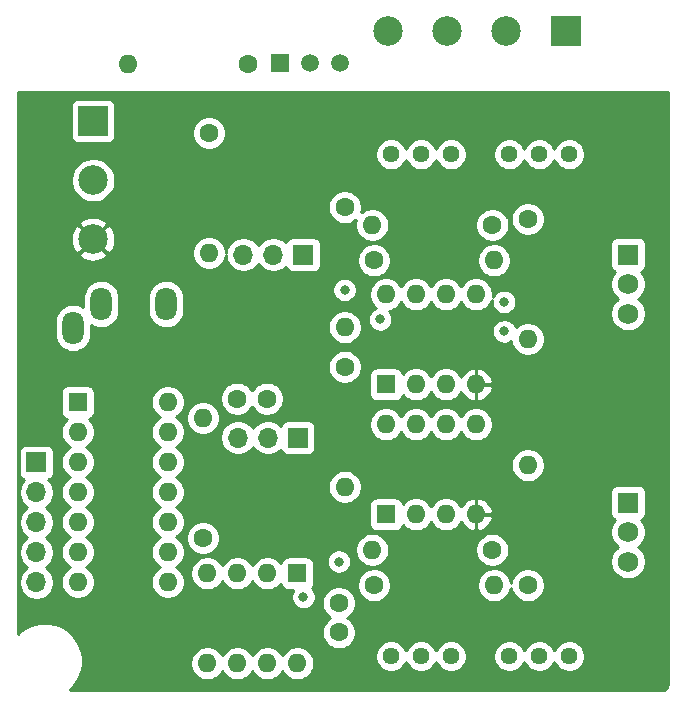
<source format=gbr>
%TF.GenerationSoftware,KiCad,Pcbnew,(5.1.6)-1*%
%TF.CreationDate,2020-09-03T17:42:13-04:00*%
%TF.ProjectId,GalvoDriver,47616c76-6f44-4726-9976-65722e6b6963,rev?*%
%TF.SameCoordinates,Original*%
%TF.FileFunction,Copper,L3,Inr*%
%TF.FilePolarity,Positive*%
%FSLAX46Y46*%
G04 Gerber Fmt 4.6, Leading zero omitted, Abs format (unit mm)*
G04 Created by KiCad (PCBNEW (5.1.6)-1) date 2020-09-03 17:42:13*
%MOMM*%
%LPD*%
G01*
G04 APERTURE LIST*
%TA.AperFunction,ViaPad*%
%ADD10C,1.600000*%
%TD*%
%TA.AperFunction,ViaPad*%
%ADD11O,1.600000X1.600000*%
%TD*%
%TA.AperFunction,ViaPad*%
%ADD12C,1.440000*%
%TD*%
%TA.AperFunction,ViaPad*%
%ADD13R,1.600000X1.600000*%
%TD*%
%TA.AperFunction,ViaPad*%
%ADD14R,1.700000X1.700000*%
%TD*%
%TA.AperFunction,ViaPad*%
%ADD15O,1.700000X1.700000*%
%TD*%
%TA.AperFunction,ViaPad*%
%ADD16O,1.800000X2.800000*%
%TD*%
%TA.AperFunction,ViaPad*%
%ADD17C,1.750000*%
%TD*%
%TA.AperFunction,ViaPad*%
%ADD18R,1.750000X1.750000*%
%TD*%
%TA.AperFunction,ViaPad*%
%ADD19C,2.500000*%
%TD*%
%TA.AperFunction,ViaPad*%
%ADD20R,2.500000X2.500000*%
%TD*%
%TA.AperFunction,ViaPad*%
%ADD21R,1.520000X1.520000*%
%TD*%
%TA.AperFunction,ViaPad*%
%ADD22C,1.520000*%
%TD*%
%TA.AperFunction,ViaPad*%
%ADD23C,0.800000*%
%TD*%
%TA.AperFunction,Conductor*%
%ADD24C,0.254000*%
%TD*%
G04 APERTURE END LIST*
D10*
%TO.N,VDD*%
%TO.C,C1*%
X61000000Y-88500000D03*
%TO.N,GND*%
X61000000Y-91000000D03*
%TD*%
D11*
%TO.N,Net-(R1-Pad2)*%
%TO.C,R1*%
X74160000Y-59500000D03*
D10*
%TO.N,A_ILDA+*%
X64000000Y-59500000D03*
%TD*%
%TO.N,Net-(J4-Pad1)*%
%TO.C,R2*%
X61500000Y-55000000D03*
D11*
%TO.N,DAC_A*%
X61500000Y-65160000D03*
%TD*%
D10*
%TO.N,Net-(R1-Pad2)*%
%TO.C,R3*%
X74000000Y-56500000D03*
D11*
%TO.N,A_ILDA-*%
X63840000Y-56500000D03*
%TD*%
%TO.N,+VIN*%
%TO.C,R4*%
X77000000Y-66160000D03*
D10*
%TO.N,Net-(R4-Pad1)*%
X77000000Y-56000000D03*
%TD*%
D11*
%TO.N,Net-(R5-Pad2)*%
%TO.C,R5*%
X74160000Y-87000000D03*
D10*
%TO.N,B_ILDA+*%
X64000000Y-87000000D03*
%TD*%
%TO.N,Net-(J5-Pad1)*%
%TO.C,R6*%
X61500000Y-68500000D03*
D11*
%TO.N,DAC_B*%
X61500000Y-78660000D03*
%TD*%
D10*
%TO.N,Net-(R5-Pad2)*%
%TO.C,R7*%
X74000000Y-84000000D03*
D11*
%TO.N,B_ILDA-*%
X63840000Y-84000000D03*
%TD*%
%TO.N,+VIN*%
%TO.C,R8*%
X77000000Y-76840000D03*
D10*
%TO.N,Net-(R8-Pad1)*%
X77000000Y-87000000D03*
%TD*%
D12*
%TO.N,Net-(RV1-Pad3)*%
%TO.C,RV1*%
X65420000Y-50500000D03*
%TO.N,A_ILDA-*%
X67960000Y-50500000D03*
%TO.N,Net-(J4-Pad2)*%
X70500000Y-50500000D03*
%TD*%
%TO.N,Net-(R4-Pad1)*%
%TO.C,RV2*%
X80500000Y-50500000D03*
%TO.N,Net-(RV2-Pad2)*%
X77960000Y-50500000D03*
%TO.N,GND*%
X75420000Y-50500000D03*
%TD*%
%TO.N,Net-(J5-Pad2)*%
%TO.C,RV3*%
X70500000Y-93000000D03*
%TO.N,B_ILDA-*%
X67960000Y-93000000D03*
%TO.N,Net-(RV3-Pad3)*%
X65420000Y-93000000D03*
%TD*%
%TO.N,GND*%
%TO.C,RV4*%
X75420000Y-93000000D03*
%TO.N,Net-(RV4-Pad2)*%
X77960000Y-93000000D03*
%TO.N,Net-(R8-Pad1)*%
X80500000Y-93000000D03*
%TD*%
D11*
%TO.N,+VIN*%
%TO.C,U1*%
X65000000Y-62380000D03*
%TO.N,-VIN*%
X72620000Y-70000000D03*
%TO.N,A_ILDA+*%
X67540000Y-62380000D03*
%TO.N,Net-(RV2-Pad2)*%
X70080000Y-70000000D03*
%TO.N,Net-(R1-Pad2)*%
X70080000Y-62380000D03*
%TO.N,Net-(J4-Pad2)*%
X67540000Y-70000000D03*
%TO.N,GND*%
X72620000Y-62380000D03*
D13*
%TO.N,A_ILDA-*%
X65000000Y-70000000D03*
%TD*%
D11*
%TO.N,DAC_A*%
%TO.C,U2*%
X57500000Y-93620000D03*
%TO.N,MOSI*%
X49880000Y-86000000D03*
%TO.N,GND*%
X54960000Y-93620000D03*
%TO.N,CLK*%
X52420000Y-86000000D03*
%TO.N,DAC_B*%
X52420000Y-93620000D03*
%TO.N,GND*%
X54960000Y-86000000D03*
X49880000Y-93620000D03*
D13*
%TO.N,VDD*%
X57500000Y-86000000D03*
%TD*%
%TO.N,B_ILDA-*%
%TO.C,U3*%
X65000000Y-81000000D03*
D11*
%TO.N,GND*%
X72620000Y-73380000D03*
%TO.N,Net-(J5-Pad2)*%
X67540000Y-81000000D03*
%TO.N,Net-(R5-Pad2)*%
X70080000Y-73380000D03*
%TO.N,Net-(RV4-Pad2)*%
X70080000Y-81000000D03*
%TO.N,B_ILDA+*%
X67540000Y-73380000D03*
%TO.N,-VIN*%
X72620000Y-81000000D03*
%TO.N,+VIN*%
X65000000Y-73380000D03*
%TD*%
D14*
%TO.N,Net-(J4-Pad1)*%
%TO.C,J4*%
X58000000Y-59000000D03*
D15*
%TO.N,Net-(J4-Pad2)*%
X55460000Y-59000000D03*
%TO.N,Net-(J4-Pad3)*%
X52920000Y-59000000D03*
%TD*%
%TO.N,Net-(J5-Pad3)*%
%TO.C,J5*%
X52460000Y-74500000D03*
%TO.N,Net-(J5-Pad2)*%
X55000000Y-74500000D03*
D14*
%TO.N,Net-(J5-Pad1)*%
X57540000Y-74500000D03*
%TD*%
D16*
%TO.N,GND*%
%TO.C,J6*%
X38500000Y-65200000D03*
%TO.N,AUDIO_L*%
X40900000Y-63200000D03*
%TO.N,AUDIO_R*%
X46400000Y-63200000D03*
%TD*%
D11*
%TO.N,AUDIO_L*%
%TO.C,R9*%
X50000000Y-58860000D03*
D10*
%TO.N,Net-(J4-Pad3)*%
X50000000Y-48700000D03*
%TD*%
%TO.N,Net-(J5-Pad3)*%
%TO.C,R10*%
X49500000Y-83000000D03*
D11*
%TO.N,AUDIO_R*%
X49500000Y-72840000D03*
%TD*%
D17*
%TO.N,A_ILDA-*%
%TO.C,J2*%
X85500000Y-64000000D03*
%TO.N,GND*%
X85500000Y-61500000D03*
D18*
%TO.N,A_ILDA+*%
X85500000Y-59000000D03*
%TD*%
%TO.N,B_ILDA+*%
%TO.C,J7*%
X85500000Y-80000000D03*
D17*
%TO.N,GND*%
X85500000Y-82500000D03*
%TO.N,B_ILDA-*%
X85500000Y-85000000D03*
%TD*%
D19*
%TO.N,GND*%
%TO.C,J1*%
X40200000Y-52700000D03*
D20*
%TO.N,+VIN*%
X40200000Y-47700000D03*
D19*
%TO.N,-VIN*%
X40200000Y-57700000D03*
%TD*%
%TO.N,VSS*%
%TO.C,J8*%
X75200000Y-40100000D03*
D20*
%TO.N,Net-(J8-Pad1)*%
X80200000Y-40100000D03*
D19*
%TO.N,GND*%
X70200000Y-40100000D03*
%TO.N,VSS*%
X65200000Y-40100000D03*
%TD*%
D11*
%TO.N,LASER*%
%TO.C,R11*%
X43140000Y-42900000D03*
D10*
%TO.N,Net-(Q1-Pad2)*%
X53300000Y-42900000D03*
%TD*%
D15*
%TO.N,GND*%
%TO.C,J3*%
X35400000Y-86760000D03*
%TO.N,LASER*%
X35400000Y-84220000D03*
%TO.N,Net-(J3-Pad3)*%
X35400000Y-81680000D03*
%TO.N,Net-(J3-Pad2)*%
X35400000Y-79140000D03*
D14*
%TO.N,VDD*%
X35400000Y-76600000D03*
%TD*%
D21*
%TO.N,GND*%
%TO.C,Q1*%
X56000000Y-42800000D03*
D22*
%TO.N,Net-(J8-Pad1)*%
X61080000Y-42800000D03*
%TO.N,Net-(Q1-Pad2)*%
X58540000Y-42800000D03*
%TD*%
D11*
%TO.N,VDD*%
%TO.C,U4*%
X46520000Y-71500000D03*
%TO.N,GND*%
X38900000Y-86740000D03*
%TO.N,VDD*%
X46520000Y-74040000D03*
%TO.N,MOSI*%
X38900000Y-84200000D03*
%TO.N,GND*%
X46520000Y-76580000D03*
%TO.N,Net-(J3-Pad3)*%
X38900000Y-81660000D03*
%TO.N,Net-(U4-Pad11)*%
X46520000Y-79120000D03*
%TO.N,GND*%
X38900000Y-79120000D03*
%TO.N,VDD*%
X46520000Y-81660000D03*
%TO.N,CLK*%
X38900000Y-76580000D03*
%TO.N,GND*%
X46520000Y-84200000D03*
%TO.N,Net-(J3-Pad2)*%
X38900000Y-74040000D03*
%TO.N,Net-(U4-Pad8)*%
X46520000Y-86740000D03*
D13*
%TO.N,GND*%
X38900000Y-71500000D03*
%TD*%
D10*
%TO.N,GND*%
%TO.C,C2*%
X54900000Y-71200000D03*
%TO.N,VDD*%
X52400000Y-71200000D03*
%TD*%
D23*
%TO.N,Net-(RV2-Pad2)*%
X75000000Y-63000000D03*
X75000000Y-65500000D03*
%TO.N,Net-(J4-Pad2)*%
X64500000Y-64500000D03*
X61500000Y-62000000D03*
%TO.N,DAC_B*%
X58000000Y-88000000D03*
X61000000Y-85000000D03*
%TD*%
D24*
%TO.N,-VIN*%
G36*
X88840000Y-95467721D02*
G01*
X88830420Y-95565424D01*
X88811420Y-95628357D01*
X88780554Y-95686406D01*
X88739011Y-95737343D01*
X88688356Y-95779248D01*
X88630529Y-95810515D01*
X88567728Y-95829956D01*
X88472165Y-95840000D01*
X38223668Y-95840000D01*
X38606575Y-95457093D01*
X38959730Y-94928558D01*
X39202988Y-94341281D01*
X39327000Y-93717832D01*
X39327000Y-93478665D01*
X48445000Y-93478665D01*
X48445000Y-93761335D01*
X48500147Y-94038574D01*
X48608320Y-94299727D01*
X48765363Y-94534759D01*
X48965241Y-94734637D01*
X49200273Y-94891680D01*
X49461426Y-94999853D01*
X49738665Y-95055000D01*
X50021335Y-95055000D01*
X50298574Y-94999853D01*
X50559727Y-94891680D01*
X50794759Y-94734637D01*
X50994637Y-94534759D01*
X51150000Y-94302241D01*
X51305363Y-94534759D01*
X51505241Y-94734637D01*
X51740273Y-94891680D01*
X52001426Y-94999853D01*
X52278665Y-95055000D01*
X52561335Y-95055000D01*
X52838574Y-94999853D01*
X53099727Y-94891680D01*
X53334759Y-94734637D01*
X53534637Y-94534759D01*
X53690000Y-94302241D01*
X53845363Y-94534759D01*
X54045241Y-94734637D01*
X54280273Y-94891680D01*
X54541426Y-94999853D01*
X54818665Y-95055000D01*
X55101335Y-95055000D01*
X55378574Y-94999853D01*
X55639727Y-94891680D01*
X55874759Y-94734637D01*
X56074637Y-94534759D01*
X56230000Y-94302241D01*
X56385363Y-94534759D01*
X56585241Y-94734637D01*
X56820273Y-94891680D01*
X57081426Y-94999853D01*
X57358665Y-95055000D01*
X57641335Y-95055000D01*
X57918574Y-94999853D01*
X58179727Y-94891680D01*
X58414759Y-94734637D01*
X58614637Y-94534759D01*
X58771680Y-94299727D01*
X58879853Y-94038574D01*
X58935000Y-93761335D01*
X58935000Y-93478665D01*
X58879853Y-93201426D01*
X58771680Y-92940273D01*
X58722416Y-92866544D01*
X64065000Y-92866544D01*
X64065000Y-93133456D01*
X64117072Y-93395239D01*
X64219215Y-93641833D01*
X64367503Y-93863762D01*
X64556238Y-94052497D01*
X64778167Y-94200785D01*
X65024761Y-94302928D01*
X65286544Y-94355000D01*
X65553456Y-94355000D01*
X65815239Y-94302928D01*
X66061833Y-94200785D01*
X66283762Y-94052497D01*
X66472497Y-93863762D01*
X66620785Y-93641833D01*
X66690000Y-93474734D01*
X66759215Y-93641833D01*
X66907503Y-93863762D01*
X67096238Y-94052497D01*
X67318167Y-94200785D01*
X67564761Y-94302928D01*
X67826544Y-94355000D01*
X68093456Y-94355000D01*
X68355239Y-94302928D01*
X68601833Y-94200785D01*
X68823762Y-94052497D01*
X69012497Y-93863762D01*
X69160785Y-93641833D01*
X69230000Y-93474734D01*
X69299215Y-93641833D01*
X69447503Y-93863762D01*
X69636238Y-94052497D01*
X69858167Y-94200785D01*
X70104761Y-94302928D01*
X70366544Y-94355000D01*
X70633456Y-94355000D01*
X70895239Y-94302928D01*
X71141833Y-94200785D01*
X71363762Y-94052497D01*
X71552497Y-93863762D01*
X71700785Y-93641833D01*
X71802928Y-93395239D01*
X71855000Y-93133456D01*
X71855000Y-92866544D01*
X74065000Y-92866544D01*
X74065000Y-93133456D01*
X74117072Y-93395239D01*
X74219215Y-93641833D01*
X74367503Y-93863762D01*
X74556238Y-94052497D01*
X74778167Y-94200785D01*
X75024761Y-94302928D01*
X75286544Y-94355000D01*
X75553456Y-94355000D01*
X75815239Y-94302928D01*
X76061833Y-94200785D01*
X76283762Y-94052497D01*
X76472497Y-93863762D01*
X76620785Y-93641833D01*
X76690000Y-93474734D01*
X76759215Y-93641833D01*
X76907503Y-93863762D01*
X77096238Y-94052497D01*
X77318167Y-94200785D01*
X77564761Y-94302928D01*
X77826544Y-94355000D01*
X78093456Y-94355000D01*
X78355239Y-94302928D01*
X78601833Y-94200785D01*
X78823762Y-94052497D01*
X79012497Y-93863762D01*
X79160785Y-93641833D01*
X79230000Y-93474734D01*
X79299215Y-93641833D01*
X79447503Y-93863762D01*
X79636238Y-94052497D01*
X79858167Y-94200785D01*
X80104761Y-94302928D01*
X80366544Y-94355000D01*
X80633456Y-94355000D01*
X80895239Y-94302928D01*
X81141833Y-94200785D01*
X81363762Y-94052497D01*
X81552497Y-93863762D01*
X81700785Y-93641833D01*
X81802928Y-93395239D01*
X81855000Y-93133456D01*
X81855000Y-92866544D01*
X81802928Y-92604761D01*
X81700785Y-92358167D01*
X81552497Y-92136238D01*
X81363762Y-91947503D01*
X81141833Y-91799215D01*
X80895239Y-91697072D01*
X80633456Y-91645000D01*
X80366544Y-91645000D01*
X80104761Y-91697072D01*
X79858167Y-91799215D01*
X79636238Y-91947503D01*
X79447503Y-92136238D01*
X79299215Y-92358167D01*
X79230000Y-92525266D01*
X79160785Y-92358167D01*
X79012497Y-92136238D01*
X78823762Y-91947503D01*
X78601833Y-91799215D01*
X78355239Y-91697072D01*
X78093456Y-91645000D01*
X77826544Y-91645000D01*
X77564761Y-91697072D01*
X77318167Y-91799215D01*
X77096238Y-91947503D01*
X76907503Y-92136238D01*
X76759215Y-92358167D01*
X76690000Y-92525266D01*
X76620785Y-92358167D01*
X76472497Y-92136238D01*
X76283762Y-91947503D01*
X76061833Y-91799215D01*
X75815239Y-91697072D01*
X75553456Y-91645000D01*
X75286544Y-91645000D01*
X75024761Y-91697072D01*
X74778167Y-91799215D01*
X74556238Y-91947503D01*
X74367503Y-92136238D01*
X74219215Y-92358167D01*
X74117072Y-92604761D01*
X74065000Y-92866544D01*
X71855000Y-92866544D01*
X71802928Y-92604761D01*
X71700785Y-92358167D01*
X71552497Y-92136238D01*
X71363762Y-91947503D01*
X71141833Y-91799215D01*
X70895239Y-91697072D01*
X70633456Y-91645000D01*
X70366544Y-91645000D01*
X70104761Y-91697072D01*
X69858167Y-91799215D01*
X69636238Y-91947503D01*
X69447503Y-92136238D01*
X69299215Y-92358167D01*
X69230000Y-92525266D01*
X69160785Y-92358167D01*
X69012497Y-92136238D01*
X68823762Y-91947503D01*
X68601833Y-91799215D01*
X68355239Y-91697072D01*
X68093456Y-91645000D01*
X67826544Y-91645000D01*
X67564761Y-91697072D01*
X67318167Y-91799215D01*
X67096238Y-91947503D01*
X66907503Y-92136238D01*
X66759215Y-92358167D01*
X66690000Y-92525266D01*
X66620785Y-92358167D01*
X66472497Y-92136238D01*
X66283762Y-91947503D01*
X66061833Y-91799215D01*
X65815239Y-91697072D01*
X65553456Y-91645000D01*
X65286544Y-91645000D01*
X65024761Y-91697072D01*
X64778167Y-91799215D01*
X64556238Y-91947503D01*
X64367503Y-92136238D01*
X64219215Y-92358167D01*
X64117072Y-92604761D01*
X64065000Y-92866544D01*
X58722416Y-92866544D01*
X58614637Y-92705241D01*
X58414759Y-92505363D01*
X58179727Y-92348320D01*
X57918574Y-92240147D01*
X57641335Y-92185000D01*
X57358665Y-92185000D01*
X57081426Y-92240147D01*
X56820273Y-92348320D01*
X56585241Y-92505363D01*
X56385363Y-92705241D01*
X56230000Y-92937759D01*
X56074637Y-92705241D01*
X55874759Y-92505363D01*
X55639727Y-92348320D01*
X55378574Y-92240147D01*
X55101335Y-92185000D01*
X54818665Y-92185000D01*
X54541426Y-92240147D01*
X54280273Y-92348320D01*
X54045241Y-92505363D01*
X53845363Y-92705241D01*
X53690000Y-92937759D01*
X53534637Y-92705241D01*
X53334759Y-92505363D01*
X53099727Y-92348320D01*
X52838574Y-92240147D01*
X52561335Y-92185000D01*
X52278665Y-92185000D01*
X52001426Y-92240147D01*
X51740273Y-92348320D01*
X51505241Y-92505363D01*
X51305363Y-92705241D01*
X51150000Y-92937759D01*
X50994637Y-92705241D01*
X50794759Y-92505363D01*
X50559727Y-92348320D01*
X50298574Y-92240147D01*
X50021335Y-92185000D01*
X49738665Y-92185000D01*
X49461426Y-92240147D01*
X49200273Y-92348320D01*
X48965241Y-92505363D01*
X48765363Y-92705241D01*
X48608320Y-92940273D01*
X48500147Y-93201426D01*
X48445000Y-93478665D01*
X39327000Y-93478665D01*
X39327000Y-93082168D01*
X39202988Y-92458719D01*
X38959730Y-91871442D01*
X38606575Y-91342907D01*
X38157093Y-90893425D01*
X37628558Y-90540270D01*
X37041281Y-90297012D01*
X36417832Y-90173000D01*
X35782168Y-90173000D01*
X35158719Y-90297012D01*
X34571442Y-90540270D01*
X34042907Y-90893425D01*
X33827000Y-91109332D01*
X33827000Y-75750000D01*
X33911928Y-75750000D01*
X33911928Y-77450000D01*
X33924188Y-77574482D01*
X33960498Y-77694180D01*
X34019463Y-77804494D01*
X34098815Y-77901185D01*
X34195506Y-77980537D01*
X34305820Y-78039502D01*
X34378380Y-78061513D01*
X34246525Y-78193368D01*
X34084010Y-78436589D01*
X33972068Y-78706842D01*
X33915000Y-78993740D01*
X33915000Y-79286260D01*
X33972068Y-79573158D01*
X34084010Y-79843411D01*
X34246525Y-80086632D01*
X34453368Y-80293475D01*
X34627760Y-80410000D01*
X34453368Y-80526525D01*
X34246525Y-80733368D01*
X34084010Y-80976589D01*
X33972068Y-81246842D01*
X33915000Y-81533740D01*
X33915000Y-81826260D01*
X33972068Y-82113158D01*
X34084010Y-82383411D01*
X34246525Y-82626632D01*
X34453368Y-82833475D01*
X34627760Y-82950000D01*
X34453368Y-83066525D01*
X34246525Y-83273368D01*
X34084010Y-83516589D01*
X33972068Y-83786842D01*
X33915000Y-84073740D01*
X33915000Y-84366260D01*
X33972068Y-84653158D01*
X34084010Y-84923411D01*
X34246525Y-85166632D01*
X34453368Y-85373475D01*
X34627760Y-85490000D01*
X34453368Y-85606525D01*
X34246525Y-85813368D01*
X34084010Y-86056589D01*
X33972068Y-86326842D01*
X33915000Y-86613740D01*
X33915000Y-86906260D01*
X33972068Y-87193158D01*
X34084010Y-87463411D01*
X34246525Y-87706632D01*
X34453368Y-87913475D01*
X34696589Y-88075990D01*
X34966842Y-88187932D01*
X35253740Y-88245000D01*
X35546260Y-88245000D01*
X35833158Y-88187932D01*
X36103411Y-88075990D01*
X36346632Y-87913475D01*
X36553475Y-87706632D01*
X36715990Y-87463411D01*
X36827932Y-87193158D01*
X36885000Y-86906260D01*
X36885000Y-86613740D01*
X36827932Y-86326842D01*
X36715990Y-86056589D01*
X36553475Y-85813368D01*
X36346632Y-85606525D01*
X36172240Y-85490000D01*
X36346632Y-85373475D01*
X36553475Y-85166632D01*
X36715990Y-84923411D01*
X36827932Y-84653158D01*
X36885000Y-84366260D01*
X36885000Y-84073740D01*
X36827932Y-83786842D01*
X36715990Y-83516589D01*
X36553475Y-83273368D01*
X36346632Y-83066525D01*
X36172240Y-82950000D01*
X36346632Y-82833475D01*
X36553475Y-82626632D01*
X36715990Y-82383411D01*
X36827932Y-82113158D01*
X36885000Y-81826260D01*
X36885000Y-81533740D01*
X36827932Y-81246842D01*
X36715990Y-80976589D01*
X36553475Y-80733368D01*
X36346632Y-80526525D01*
X36172240Y-80410000D01*
X36346632Y-80293475D01*
X36553475Y-80086632D01*
X36715990Y-79843411D01*
X36827932Y-79573158D01*
X36885000Y-79286260D01*
X36885000Y-78993740D01*
X36827932Y-78706842D01*
X36715990Y-78436589D01*
X36553475Y-78193368D01*
X36421620Y-78061513D01*
X36494180Y-78039502D01*
X36604494Y-77980537D01*
X36701185Y-77901185D01*
X36780537Y-77804494D01*
X36839502Y-77694180D01*
X36875812Y-77574482D01*
X36888072Y-77450000D01*
X36888072Y-75750000D01*
X36875812Y-75625518D01*
X36839502Y-75505820D01*
X36780537Y-75395506D01*
X36701185Y-75298815D01*
X36604494Y-75219463D01*
X36494180Y-75160498D01*
X36374482Y-75124188D01*
X36250000Y-75111928D01*
X34550000Y-75111928D01*
X34425518Y-75124188D01*
X34305820Y-75160498D01*
X34195506Y-75219463D01*
X34098815Y-75298815D01*
X34019463Y-75395506D01*
X33960498Y-75505820D01*
X33924188Y-75625518D01*
X33911928Y-75750000D01*
X33827000Y-75750000D01*
X33827000Y-70700000D01*
X37461928Y-70700000D01*
X37461928Y-72300000D01*
X37474188Y-72424482D01*
X37510498Y-72544180D01*
X37569463Y-72654494D01*
X37648815Y-72751185D01*
X37745506Y-72830537D01*
X37855820Y-72889502D01*
X37975518Y-72925812D01*
X37983961Y-72926643D01*
X37785363Y-73125241D01*
X37628320Y-73360273D01*
X37520147Y-73621426D01*
X37465000Y-73898665D01*
X37465000Y-74181335D01*
X37520147Y-74458574D01*
X37628320Y-74719727D01*
X37785363Y-74954759D01*
X37985241Y-75154637D01*
X38217759Y-75310000D01*
X37985241Y-75465363D01*
X37785363Y-75665241D01*
X37628320Y-75900273D01*
X37520147Y-76161426D01*
X37465000Y-76438665D01*
X37465000Y-76721335D01*
X37520147Y-76998574D01*
X37628320Y-77259727D01*
X37785363Y-77494759D01*
X37985241Y-77694637D01*
X38217759Y-77850000D01*
X37985241Y-78005363D01*
X37785363Y-78205241D01*
X37628320Y-78440273D01*
X37520147Y-78701426D01*
X37465000Y-78978665D01*
X37465000Y-79261335D01*
X37520147Y-79538574D01*
X37628320Y-79799727D01*
X37785363Y-80034759D01*
X37985241Y-80234637D01*
X38217759Y-80390000D01*
X37985241Y-80545363D01*
X37785363Y-80745241D01*
X37628320Y-80980273D01*
X37520147Y-81241426D01*
X37465000Y-81518665D01*
X37465000Y-81801335D01*
X37520147Y-82078574D01*
X37628320Y-82339727D01*
X37785363Y-82574759D01*
X37985241Y-82774637D01*
X38217759Y-82930000D01*
X37985241Y-83085363D01*
X37785363Y-83285241D01*
X37628320Y-83520273D01*
X37520147Y-83781426D01*
X37465000Y-84058665D01*
X37465000Y-84341335D01*
X37520147Y-84618574D01*
X37628320Y-84879727D01*
X37785363Y-85114759D01*
X37985241Y-85314637D01*
X38217759Y-85470000D01*
X37985241Y-85625363D01*
X37785363Y-85825241D01*
X37628320Y-86060273D01*
X37520147Y-86321426D01*
X37465000Y-86598665D01*
X37465000Y-86881335D01*
X37520147Y-87158574D01*
X37628320Y-87419727D01*
X37785363Y-87654759D01*
X37985241Y-87854637D01*
X38220273Y-88011680D01*
X38481426Y-88119853D01*
X38758665Y-88175000D01*
X39041335Y-88175000D01*
X39318574Y-88119853D01*
X39579727Y-88011680D01*
X39814759Y-87854637D01*
X40014637Y-87654759D01*
X40171680Y-87419727D01*
X40279853Y-87158574D01*
X40335000Y-86881335D01*
X40335000Y-86598665D01*
X40279853Y-86321426D01*
X40171680Y-86060273D01*
X40014637Y-85825241D01*
X39814759Y-85625363D01*
X39582241Y-85470000D01*
X39814759Y-85314637D01*
X40014637Y-85114759D01*
X40171680Y-84879727D01*
X40279853Y-84618574D01*
X40335000Y-84341335D01*
X40335000Y-84058665D01*
X40279853Y-83781426D01*
X40171680Y-83520273D01*
X40014637Y-83285241D01*
X39814759Y-83085363D01*
X39582241Y-82930000D01*
X39814759Y-82774637D01*
X40014637Y-82574759D01*
X40171680Y-82339727D01*
X40279853Y-82078574D01*
X40335000Y-81801335D01*
X40335000Y-81518665D01*
X40279853Y-81241426D01*
X40171680Y-80980273D01*
X40014637Y-80745241D01*
X39814759Y-80545363D01*
X39582241Y-80390000D01*
X39814759Y-80234637D01*
X40014637Y-80034759D01*
X40171680Y-79799727D01*
X40279853Y-79538574D01*
X40335000Y-79261335D01*
X40335000Y-78978665D01*
X40279853Y-78701426D01*
X40171680Y-78440273D01*
X40014637Y-78205241D01*
X39814759Y-78005363D01*
X39582241Y-77850000D01*
X39814759Y-77694637D01*
X40014637Y-77494759D01*
X40171680Y-77259727D01*
X40279853Y-76998574D01*
X40335000Y-76721335D01*
X40335000Y-76438665D01*
X40279853Y-76161426D01*
X40171680Y-75900273D01*
X40014637Y-75665241D01*
X39814759Y-75465363D01*
X39582241Y-75310000D01*
X39814759Y-75154637D01*
X40014637Y-74954759D01*
X40171680Y-74719727D01*
X40279853Y-74458574D01*
X40335000Y-74181335D01*
X40335000Y-73898665D01*
X40279853Y-73621426D01*
X40171680Y-73360273D01*
X40014637Y-73125241D01*
X39816039Y-72926643D01*
X39824482Y-72925812D01*
X39944180Y-72889502D01*
X40054494Y-72830537D01*
X40151185Y-72751185D01*
X40230537Y-72654494D01*
X40289502Y-72544180D01*
X40325812Y-72424482D01*
X40338072Y-72300000D01*
X40338072Y-71358665D01*
X45085000Y-71358665D01*
X45085000Y-71641335D01*
X45140147Y-71918574D01*
X45248320Y-72179727D01*
X45405363Y-72414759D01*
X45605241Y-72614637D01*
X45837759Y-72770000D01*
X45605241Y-72925363D01*
X45405363Y-73125241D01*
X45248320Y-73360273D01*
X45140147Y-73621426D01*
X45085000Y-73898665D01*
X45085000Y-74181335D01*
X45140147Y-74458574D01*
X45248320Y-74719727D01*
X45405363Y-74954759D01*
X45605241Y-75154637D01*
X45837759Y-75310000D01*
X45605241Y-75465363D01*
X45405363Y-75665241D01*
X45248320Y-75900273D01*
X45140147Y-76161426D01*
X45085000Y-76438665D01*
X45085000Y-76721335D01*
X45140147Y-76998574D01*
X45248320Y-77259727D01*
X45405363Y-77494759D01*
X45605241Y-77694637D01*
X45837759Y-77850000D01*
X45605241Y-78005363D01*
X45405363Y-78205241D01*
X45248320Y-78440273D01*
X45140147Y-78701426D01*
X45085000Y-78978665D01*
X45085000Y-79261335D01*
X45140147Y-79538574D01*
X45248320Y-79799727D01*
X45405363Y-80034759D01*
X45605241Y-80234637D01*
X45837759Y-80390000D01*
X45605241Y-80545363D01*
X45405363Y-80745241D01*
X45248320Y-80980273D01*
X45140147Y-81241426D01*
X45085000Y-81518665D01*
X45085000Y-81801335D01*
X45140147Y-82078574D01*
X45248320Y-82339727D01*
X45405363Y-82574759D01*
X45605241Y-82774637D01*
X45837759Y-82930000D01*
X45605241Y-83085363D01*
X45405363Y-83285241D01*
X45248320Y-83520273D01*
X45140147Y-83781426D01*
X45085000Y-84058665D01*
X45085000Y-84341335D01*
X45140147Y-84618574D01*
X45248320Y-84879727D01*
X45405363Y-85114759D01*
X45605241Y-85314637D01*
X45837759Y-85470000D01*
X45605241Y-85625363D01*
X45405363Y-85825241D01*
X45248320Y-86060273D01*
X45140147Y-86321426D01*
X45085000Y-86598665D01*
X45085000Y-86881335D01*
X45140147Y-87158574D01*
X45248320Y-87419727D01*
X45405363Y-87654759D01*
X45605241Y-87854637D01*
X45840273Y-88011680D01*
X46101426Y-88119853D01*
X46378665Y-88175000D01*
X46661335Y-88175000D01*
X46938574Y-88119853D01*
X47199727Y-88011680D01*
X47434759Y-87854637D01*
X47634637Y-87654759D01*
X47791680Y-87419727D01*
X47899853Y-87158574D01*
X47955000Y-86881335D01*
X47955000Y-86598665D01*
X47899853Y-86321426D01*
X47791680Y-86060273D01*
X47656971Y-85858665D01*
X48445000Y-85858665D01*
X48445000Y-86141335D01*
X48500147Y-86418574D01*
X48608320Y-86679727D01*
X48765363Y-86914759D01*
X48965241Y-87114637D01*
X49200273Y-87271680D01*
X49461426Y-87379853D01*
X49738665Y-87435000D01*
X50021335Y-87435000D01*
X50298574Y-87379853D01*
X50559727Y-87271680D01*
X50794759Y-87114637D01*
X50994637Y-86914759D01*
X51150000Y-86682241D01*
X51305363Y-86914759D01*
X51505241Y-87114637D01*
X51740273Y-87271680D01*
X52001426Y-87379853D01*
X52278665Y-87435000D01*
X52561335Y-87435000D01*
X52838574Y-87379853D01*
X53099727Y-87271680D01*
X53334759Y-87114637D01*
X53534637Y-86914759D01*
X53690000Y-86682241D01*
X53845363Y-86914759D01*
X54045241Y-87114637D01*
X54280273Y-87271680D01*
X54541426Y-87379853D01*
X54818665Y-87435000D01*
X55101335Y-87435000D01*
X55378574Y-87379853D01*
X55639727Y-87271680D01*
X55874759Y-87114637D01*
X56073357Y-86916039D01*
X56074188Y-86924482D01*
X56110498Y-87044180D01*
X56169463Y-87154494D01*
X56248815Y-87251185D01*
X56345506Y-87330537D01*
X56455820Y-87389502D01*
X56575518Y-87425812D01*
X56700000Y-87438072D01*
X57130685Y-87438072D01*
X57082795Y-87509744D01*
X57004774Y-87698102D01*
X56965000Y-87898061D01*
X56965000Y-88101939D01*
X57004774Y-88301898D01*
X57082795Y-88490256D01*
X57196063Y-88659774D01*
X57340226Y-88803937D01*
X57509744Y-88917205D01*
X57698102Y-88995226D01*
X57898061Y-89035000D01*
X58101939Y-89035000D01*
X58301898Y-88995226D01*
X58490256Y-88917205D01*
X58659774Y-88803937D01*
X58803937Y-88659774D01*
X58917205Y-88490256D01*
X58971712Y-88358665D01*
X59565000Y-88358665D01*
X59565000Y-88641335D01*
X59620147Y-88918574D01*
X59728320Y-89179727D01*
X59885363Y-89414759D01*
X60085241Y-89614637D01*
X60287827Y-89750000D01*
X60085241Y-89885363D01*
X59885363Y-90085241D01*
X59728320Y-90320273D01*
X59620147Y-90581426D01*
X59565000Y-90858665D01*
X59565000Y-91141335D01*
X59620147Y-91418574D01*
X59728320Y-91679727D01*
X59885363Y-91914759D01*
X60085241Y-92114637D01*
X60320273Y-92271680D01*
X60581426Y-92379853D01*
X60858665Y-92435000D01*
X61141335Y-92435000D01*
X61418574Y-92379853D01*
X61679727Y-92271680D01*
X61914759Y-92114637D01*
X62114637Y-91914759D01*
X62271680Y-91679727D01*
X62379853Y-91418574D01*
X62435000Y-91141335D01*
X62435000Y-90858665D01*
X62379853Y-90581426D01*
X62271680Y-90320273D01*
X62114637Y-90085241D01*
X61914759Y-89885363D01*
X61712173Y-89750000D01*
X61914759Y-89614637D01*
X62114637Y-89414759D01*
X62271680Y-89179727D01*
X62379853Y-88918574D01*
X62435000Y-88641335D01*
X62435000Y-88358665D01*
X62379853Y-88081426D01*
X62271680Y-87820273D01*
X62114637Y-87585241D01*
X61914759Y-87385363D01*
X61679727Y-87228320D01*
X61418574Y-87120147D01*
X61141335Y-87065000D01*
X60858665Y-87065000D01*
X60581426Y-87120147D01*
X60320273Y-87228320D01*
X60085241Y-87385363D01*
X59885363Y-87585241D01*
X59728320Y-87820273D01*
X59620147Y-88081426D01*
X59565000Y-88358665D01*
X58971712Y-88358665D01*
X58995226Y-88301898D01*
X59035000Y-88101939D01*
X59035000Y-87898061D01*
X58995226Y-87698102D01*
X58917205Y-87509744D01*
X58803937Y-87340226D01*
X58731253Y-87267542D01*
X58751185Y-87251185D01*
X58830537Y-87154494D01*
X58889502Y-87044180D01*
X58925812Y-86924482D01*
X58932294Y-86858665D01*
X62565000Y-86858665D01*
X62565000Y-87141335D01*
X62620147Y-87418574D01*
X62728320Y-87679727D01*
X62885363Y-87914759D01*
X63085241Y-88114637D01*
X63320273Y-88271680D01*
X63581426Y-88379853D01*
X63858665Y-88435000D01*
X64141335Y-88435000D01*
X64418574Y-88379853D01*
X64679727Y-88271680D01*
X64914759Y-88114637D01*
X65114637Y-87914759D01*
X65271680Y-87679727D01*
X65379853Y-87418574D01*
X65435000Y-87141335D01*
X65435000Y-86858665D01*
X72725000Y-86858665D01*
X72725000Y-87141335D01*
X72780147Y-87418574D01*
X72888320Y-87679727D01*
X73045363Y-87914759D01*
X73245241Y-88114637D01*
X73480273Y-88271680D01*
X73741426Y-88379853D01*
X74018665Y-88435000D01*
X74301335Y-88435000D01*
X74578574Y-88379853D01*
X74839727Y-88271680D01*
X75074759Y-88114637D01*
X75274637Y-87914759D01*
X75431680Y-87679727D01*
X75539853Y-87418574D01*
X75580000Y-87216744D01*
X75620147Y-87418574D01*
X75728320Y-87679727D01*
X75885363Y-87914759D01*
X76085241Y-88114637D01*
X76320273Y-88271680D01*
X76581426Y-88379853D01*
X76858665Y-88435000D01*
X77141335Y-88435000D01*
X77418574Y-88379853D01*
X77679727Y-88271680D01*
X77914759Y-88114637D01*
X78114637Y-87914759D01*
X78271680Y-87679727D01*
X78379853Y-87418574D01*
X78435000Y-87141335D01*
X78435000Y-86858665D01*
X78379853Y-86581426D01*
X78271680Y-86320273D01*
X78114637Y-86085241D01*
X77914759Y-85885363D01*
X77679727Y-85728320D01*
X77418574Y-85620147D01*
X77141335Y-85565000D01*
X76858665Y-85565000D01*
X76581426Y-85620147D01*
X76320273Y-85728320D01*
X76085241Y-85885363D01*
X75885363Y-86085241D01*
X75728320Y-86320273D01*
X75620147Y-86581426D01*
X75580000Y-86783256D01*
X75539853Y-86581426D01*
X75431680Y-86320273D01*
X75274637Y-86085241D01*
X75074759Y-85885363D01*
X74839727Y-85728320D01*
X74578574Y-85620147D01*
X74301335Y-85565000D01*
X74018665Y-85565000D01*
X73741426Y-85620147D01*
X73480273Y-85728320D01*
X73245241Y-85885363D01*
X73045363Y-86085241D01*
X72888320Y-86320273D01*
X72780147Y-86581426D01*
X72725000Y-86858665D01*
X65435000Y-86858665D01*
X65379853Y-86581426D01*
X65271680Y-86320273D01*
X65114637Y-86085241D01*
X64914759Y-85885363D01*
X64679727Y-85728320D01*
X64418574Y-85620147D01*
X64141335Y-85565000D01*
X63858665Y-85565000D01*
X63581426Y-85620147D01*
X63320273Y-85728320D01*
X63085241Y-85885363D01*
X62885363Y-86085241D01*
X62728320Y-86320273D01*
X62620147Y-86581426D01*
X62565000Y-86858665D01*
X58932294Y-86858665D01*
X58938072Y-86800000D01*
X58938072Y-85200000D01*
X58925812Y-85075518D01*
X58889502Y-84955820D01*
X58858629Y-84898061D01*
X59965000Y-84898061D01*
X59965000Y-85101939D01*
X60004774Y-85301898D01*
X60082795Y-85490256D01*
X60196063Y-85659774D01*
X60340226Y-85803937D01*
X60509744Y-85917205D01*
X60698102Y-85995226D01*
X60898061Y-86035000D01*
X61101939Y-86035000D01*
X61301898Y-85995226D01*
X61490256Y-85917205D01*
X61659774Y-85803937D01*
X61803937Y-85659774D01*
X61917205Y-85490256D01*
X61995226Y-85301898D01*
X62035000Y-85101939D01*
X62035000Y-84898061D01*
X61995226Y-84698102D01*
X61917205Y-84509744D01*
X61803937Y-84340226D01*
X61659774Y-84196063D01*
X61490256Y-84082795D01*
X61301898Y-84004774D01*
X61101939Y-83965000D01*
X60898061Y-83965000D01*
X60698102Y-84004774D01*
X60509744Y-84082795D01*
X60340226Y-84196063D01*
X60196063Y-84340226D01*
X60082795Y-84509744D01*
X60004774Y-84698102D01*
X59965000Y-84898061D01*
X58858629Y-84898061D01*
X58830537Y-84845506D01*
X58751185Y-84748815D01*
X58654494Y-84669463D01*
X58544180Y-84610498D01*
X58424482Y-84574188D01*
X58300000Y-84561928D01*
X56700000Y-84561928D01*
X56575518Y-84574188D01*
X56455820Y-84610498D01*
X56345506Y-84669463D01*
X56248815Y-84748815D01*
X56169463Y-84845506D01*
X56110498Y-84955820D01*
X56074188Y-85075518D01*
X56073357Y-85083961D01*
X55874759Y-84885363D01*
X55639727Y-84728320D01*
X55378574Y-84620147D01*
X55101335Y-84565000D01*
X54818665Y-84565000D01*
X54541426Y-84620147D01*
X54280273Y-84728320D01*
X54045241Y-84885363D01*
X53845363Y-85085241D01*
X53690000Y-85317759D01*
X53534637Y-85085241D01*
X53334759Y-84885363D01*
X53099727Y-84728320D01*
X52838574Y-84620147D01*
X52561335Y-84565000D01*
X52278665Y-84565000D01*
X52001426Y-84620147D01*
X51740273Y-84728320D01*
X51505241Y-84885363D01*
X51305363Y-85085241D01*
X51150000Y-85317759D01*
X50994637Y-85085241D01*
X50794759Y-84885363D01*
X50559727Y-84728320D01*
X50298574Y-84620147D01*
X50021335Y-84565000D01*
X49738665Y-84565000D01*
X49461426Y-84620147D01*
X49200273Y-84728320D01*
X48965241Y-84885363D01*
X48765363Y-85085241D01*
X48608320Y-85320273D01*
X48500147Y-85581426D01*
X48445000Y-85858665D01*
X47656971Y-85858665D01*
X47634637Y-85825241D01*
X47434759Y-85625363D01*
X47202241Y-85470000D01*
X47434759Y-85314637D01*
X47634637Y-85114759D01*
X47791680Y-84879727D01*
X47899853Y-84618574D01*
X47955000Y-84341335D01*
X47955000Y-84058665D01*
X47899853Y-83781426D01*
X47791680Y-83520273D01*
X47634637Y-83285241D01*
X47434759Y-83085363D01*
X47202241Y-82930000D01*
X47309001Y-82858665D01*
X48065000Y-82858665D01*
X48065000Y-83141335D01*
X48120147Y-83418574D01*
X48228320Y-83679727D01*
X48385363Y-83914759D01*
X48585241Y-84114637D01*
X48820273Y-84271680D01*
X49081426Y-84379853D01*
X49358665Y-84435000D01*
X49641335Y-84435000D01*
X49918574Y-84379853D01*
X50179727Y-84271680D01*
X50414759Y-84114637D01*
X50614637Y-83914759D01*
X50652117Y-83858665D01*
X62405000Y-83858665D01*
X62405000Y-84141335D01*
X62460147Y-84418574D01*
X62568320Y-84679727D01*
X62725363Y-84914759D01*
X62925241Y-85114637D01*
X63160273Y-85271680D01*
X63421426Y-85379853D01*
X63698665Y-85435000D01*
X63981335Y-85435000D01*
X64258574Y-85379853D01*
X64519727Y-85271680D01*
X64754759Y-85114637D01*
X64954637Y-84914759D01*
X65111680Y-84679727D01*
X65219853Y-84418574D01*
X65275000Y-84141335D01*
X65275000Y-83858665D01*
X72565000Y-83858665D01*
X72565000Y-84141335D01*
X72620147Y-84418574D01*
X72728320Y-84679727D01*
X72885363Y-84914759D01*
X73085241Y-85114637D01*
X73320273Y-85271680D01*
X73581426Y-85379853D01*
X73858665Y-85435000D01*
X74141335Y-85435000D01*
X74418574Y-85379853D01*
X74679727Y-85271680D01*
X74914759Y-85114637D01*
X75114637Y-84914759D01*
X75271680Y-84679727D01*
X75379853Y-84418574D01*
X75435000Y-84141335D01*
X75435000Y-83858665D01*
X75379853Y-83581426D01*
X75271680Y-83320273D01*
X75114637Y-83085241D01*
X74914759Y-82885363D01*
X74679727Y-82728320D01*
X74418574Y-82620147D01*
X74141335Y-82565000D01*
X73858665Y-82565000D01*
X73581426Y-82620147D01*
X73320273Y-82728320D01*
X73085241Y-82885363D01*
X72885363Y-83085241D01*
X72728320Y-83320273D01*
X72620147Y-83581426D01*
X72565000Y-83858665D01*
X65275000Y-83858665D01*
X65219853Y-83581426D01*
X65111680Y-83320273D01*
X64954637Y-83085241D01*
X64754759Y-82885363D01*
X64519727Y-82728320D01*
X64258574Y-82620147D01*
X63981335Y-82565000D01*
X63698665Y-82565000D01*
X63421426Y-82620147D01*
X63160273Y-82728320D01*
X62925241Y-82885363D01*
X62725363Y-83085241D01*
X62568320Y-83320273D01*
X62460147Y-83581426D01*
X62405000Y-83858665D01*
X50652117Y-83858665D01*
X50771680Y-83679727D01*
X50879853Y-83418574D01*
X50935000Y-83141335D01*
X50935000Y-82858665D01*
X50879853Y-82581426D01*
X50771680Y-82320273D01*
X50614637Y-82085241D01*
X50414759Y-81885363D01*
X50179727Y-81728320D01*
X49918574Y-81620147D01*
X49641335Y-81565000D01*
X49358665Y-81565000D01*
X49081426Y-81620147D01*
X48820273Y-81728320D01*
X48585241Y-81885363D01*
X48385363Y-82085241D01*
X48228320Y-82320273D01*
X48120147Y-82581426D01*
X48065000Y-82858665D01*
X47309001Y-82858665D01*
X47434759Y-82774637D01*
X47634637Y-82574759D01*
X47791680Y-82339727D01*
X47899853Y-82078574D01*
X47955000Y-81801335D01*
X47955000Y-81518665D01*
X47899853Y-81241426D01*
X47791680Y-80980273D01*
X47634637Y-80745241D01*
X47434759Y-80545363D01*
X47202241Y-80390000D01*
X47434759Y-80234637D01*
X47469396Y-80200000D01*
X63561928Y-80200000D01*
X63561928Y-81800000D01*
X63574188Y-81924482D01*
X63610498Y-82044180D01*
X63669463Y-82154494D01*
X63748815Y-82251185D01*
X63845506Y-82330537D01*
X63955820Y-82389502D01*
X64075518Y-82425812D01*
X64200000Y-82438072D01*
X65800000Y-82438072D01*
X65924482Y-82425812D01*
X66044180Y-82389502D01*
X66154494Y-82330537D01*
X66251185Y-82251185D01*
X66330537Y-82154494D01*
X66389502Y-82044180D01*
X66425812Y-81924482D01*
X66426643Y-81916039D01*
X66625241Y-82114637D01*
X66860273Y-82271680D01*
X67121426Y-82379853D01*
X67398665Y-82435000D01*
X67681335Y-82435000D01*
X67958574Y-82379853D01*
X68219727Y-82271680D01*
X68454759Y-82114637D01*
X68654637Y-81914759D01*
X68810000Y-81682241D01*
X68965363Y-81914759D01*
X69165241Y-82114637D01*
X69400273Y-82271680D01*
X69661426Y-82379853D01*
X69938665Y-82435000D01*
X70221335Y-82435000D01*
X70498574Y-82379853D01*
X70759727Y-82271680D01*
X70994759Y-82114637D01*
X71194637Y-81914759D01*
X71351680Y-81679727D01*
X71356962Y-81666975D01*
X71408635Y-81769300D01*
X71581994Y-81990844D01*
X71795243Y-82174310D01*
X72040187Y-82312648D01*
X72307413Y-82400542D01*
X72372828Y-82413553D01*
X72597000Y-82276043D01*
X72597000Y-81023000D01*
X72643000Y-81023000D01*
X72643000Y-82276043D01*
X72867172Y-82413553D01*
X72932587Y-82400542D01*
X73199813Y-82312648D01*
X73444757Y-82174310D01*
X73658006Y-81990844D01*
X73831365Y-81769300D01*
X73958172Y-81518193D01*
X74033554Y-81247172D01*
X73896067Y-81023000D01*
X72643000Y-81023000D01*
X72597000Y-81023000D01*
X72577000Y-81023000D01*
X72577000Y-80977000D01*
X72597000Y-80977000D01*
X72597000Y-79723957D01*
X72643000Y-79723957D01*
X72643000Y-80977000D01*
X73896067Y-80977000D01*
X74033554Y-80752828D01*
X73958172Y-80481807D01*
X73831365Y-80230700D01*
X73658006Y-80009156D01*
X73444757Y-79825690D01*
X73199813Y-79687352D01*
X72932587Y-79599458D01*
X72867172Y-79586447D01*
X72643000Y-79723957D01*
X72597000Y-79723957D01*
X72372828Y-79586447D01*
X72307413Y-79599458D01*
X72040187Y-79687352D01*
X71795243Y-79825690D01*
X71581994Y-80009156D01*
X71408635Y-80230700D01*
X71356962Y-80333025D01*
X71351680Y-80320273D01*
X71194637Y-80085241D01*
X70994759Y-79885363D01*
X70759727Y-79728320D01*
X70498574Y-79620147D01*
X70221335Y-79565000D01*
X69938665Y-79565000D01*
X69661426Y-79620147D01*
X69400273Y-79728320D01*
X69165241Y-79885363D01*
X68965363Y-80085241D01*
X68810000Y-80317759D01*
X68654637Y-80085241D01*
X68454759Y-79885363D01*
X68219727Y-79728320D01*
X67958574Y-79620147D01*
X67681335Y-79565000D01*
X67398665Y-79565000D01*
X67121426Y-79620147D01*
X66860273Y-79728320D01*
X66625241Y-79885363D01*
X66426643Y-80083961D01*
X66425812Y-80075518D01*
X66389502Y-79955820D01*
X66330537Y-79845506D01*
X66251185Y-79748815D01*
X66154494Y-79669463D01*
X66044180Y-79610498D01*
X65924482Y-79574188D01*
X65800000Y-79561928D01*
X64200000Y-79561928D01*
X64075518Y-79574188D01*
X63955820Y-79610498D01*
X63845506Y-79669463D01*
X63748815Y-79748815D01*
X63669463Y-79845506D01*
X63610498Y-79955820D01*
X63574188Y-80075518D01*
X63561928Y-80200000D01*
X47469396Y-80200000D01*
X47634637Y-80034759D01*
X47791680Y-79799727D01*
X47899853Y-79538574D01*
X47955000Y-79261335D01*
X47955000Y-78978665D01*
X47899853Y-78701426D01*
X47824151Y-78518665D01*
X60065000Y-78518665D01*
X60065000Y-78801335D01*
X60120147Y-79078574D01*
X60228320Y-79339727D01*
X60385363Y-79574759D01*
X60585241Y-79774637D01*
X60820273Y-79931680D01*
X61081426Y-80039853D01*
X61358665Y-80095000D01*
X61641335Y-80095000D01*
X61918574Y-80039853D01*
X62179727Y-79931680D01*
X62414759Y-79774637D01*
X62614637Y-79574759D01*
X62771680Y-79339727D01*
X62860622Y-79125000D01*
X83986928Y-79125000D01*
X83986928Y-80875000D01*
X83999188Y-80999482D01*
X84035498Y-81119180D01*
X84094463Y-81229494D01*
X84173815Y-81326185D01*
X84270506Y-81405537D01*
X84380820Y-81464502D01*
X84395564Y-81468974D01*
X84327107Y-81537431D01*
X84161856Y-81784747D01*
X84048029Y-82059549D01*
X83990000Y-82351278D01*
X83990000Y-82648722D01*
X84048029Y-82940451D01*
X84161856Y-83215253D01*
X84327107Y-83462569D01*
X84537431Y-83672893D01*
X84652830Y-83750000D01*
X84537431Y-83827107D01*
X84327107Y-84037431D01*
X84161856Y-84284747D01*
X84048029Y-84559549D01*
X83990000Y-84851278D01*
X83990000Y-85148722D01*
X84048029Y-85440451D01*
X84161856Y-85715253D01*
X84327107Y-85962569D01*
X84537431Y-86172893D01*
X84784747Y-86338144D01*
X85059549Y-86451971D01*
X85351278Y-86510000D01*
X85648722Y-86510000D01*
X85940451Y-86451971D01*
X86215253Y-86338144D01*
X86462569Y-86172893D01*
X86672893Y-85962569D01*
X86838144Y-85715253D01*
X86951971Y-85440451D01*
X87010000Y-85148722D01*
X87010000Y-84851278D01*
X86951971Y-84559549D01*
X86838144Y-84284747D01*
X86672893Y-84037431D01*
X86462569Y-83827107D01*
X86347170Y-83750000D01*
X86462569Y-83672893D01*
X86672893Y-83462569D01*
X86838144Y-83215253D01*
X86951971Y-82940451D01*
X87010000Y-82648722D01*
X87010000Y-82351278D01*
X86951971Y-82059549D01*
X86838144Y-81784747D01*
X86672893Y-81537431D01*
X86604436Y-81468974D01*
X86619180Y-81464502D01*
X86729494Y-81405537D01*
X86826185Y-81326185D01*
X86905537Y-81229494D01*
X86964502Y-81119180D01*
X87000812Y-80999482D01*
X87013072Y-80875000D01*
X87013072Y-79125000D01*
X87000812Y-79000518D01*
X86964502Y-78880820D01*
X86905537Y-78770506D01*
X86826185Y-78673815D01*
X86729494Y-78594463D01*
X86619180Y-78535498D01*
X86499482Y-78499188D01*
X86375000Y-78486928D01*
X84625000Y-78486928D01*
X84500518Y-78499188D01*
X84380820Y-78535498D01*
X84270506Y-78594463D01*
X84173815Y-78673815D01*
X84094463Y-78770506D01*
X84035498Y-78880820D01*
X83999188Y-79000518D01*
X83986928Y-79125000D01*
X62860622Y-79125000D01*
X62879853Y-79078574D01*
X62935000Y-78801335D01*
X62935000Y-78518665D01*
X62879853Y-78241426D01*
X62771680Y-77980273D01*
X62614637Y-77745241D01*
X62414759Y-77545363D01*
X62179727Y-77388320D01*
X61918574Y-77280147D01*
X61641335Y-77225000D01*
X61358665Y-77225000D01*
X61081426Y-77280147D01*
X60820273Y-77388320D01*
X60585241Y-77545363D01*
X60385363Y-77745241D01*
X60228320Y-77980273D01*
X60120147Y-78241426D01*
X60065000Y-78518665D01*
X47824151Y-78518665D01*
X47791680Y-78440273D01*
X47634637Y-78205241D01*
X47434759Y-78005363D01*
X47202241Y-77850000D01*
X47434759Y-77694637D01*
X47634637Y-77494759D01*
X47791680Y-77259727D01*
X47899853Y-76998574D01*
X47955000Y-76721335D01*
X47955000Y-76698665D01*
X75565000Y-76698665D01*
X75565000Y-76981335D01*
X75620147Y-77258574D01*
X75728320Y-77519727D01*
X75885363Y-77754759D01*
X76085241Y-77954637D01*
X76320273Y-78111680D01*
X76581426Y-78219853D01*
X76858665Y-78275000D01*
X77141335Y-78275000D01*
X77418574Y-78219853D01*
X77679727Y-78111680D01*
X77914759Y-77954637D01*
X78114637Y-77754759D01*
X78271680Y-77519727D01*
X78379853Y-77258574D01*
X78435000Y-76981335D01*
X78435000Y-76698665D01*
X78379853Y-76421426D01*
X78271680Y-76160273D01*
X78114637Y-75925241D01*
X77914759Y-75725363D01*
X77679727Y-75568320D01*
X77418574Y-75460147D01*
X77141335Y-75405000D01*
X76858665Y-75405000D01*
X76581426Y-75460147D01*
X76320273Y-75568320D01*
X76085241Y-75725363D01*
X75885363Y-75925241D01*
X75728320Y-76160273D01*
X75620147Y-76421426D01*
X75565000Y-76698665D01*
X47955000Y-76698665D01*
X47955000Y-76438665D01*
X47899853Y-76161426D01*
X47791680Y-75900273D01*
X47634637Y-75665241D01*
X47434759Y-75465363D01*
X47202241Y-75310000D01*
X47434759Y-75154637D01*
X47634637Y-74954759D01*
X47791680Y-74719727D01*
X47899853Y-74458574D01*
X47920706Y-74353740D01*
X50975000Y-74353740D01*
X50975000Y-74646260D01*
X51032068Y-74933158D01*
X51144010Y-75203411D01*
X51306525Y-75446632D01*
X51513368Y-75653475D01*
X51756589Y-75815990D01*
X52026842Y-75927932D01*
X52313740Y-75985000D01*
X52606260Y-75985000D01*
X52893158Y-75927932D01*
X53163411Y-75815990D01*
X53406632Y-75653475D01*
X53613475Y-75446632D01*
X53730000Y-75272240D01*
X53846525Y-75446632D01*
X54053368Y-75653475D01*
X54296589Y-75815990D01*
X54566842Y-75927932D01*
X54853740Y-75985000D01*
X55146260Y-75985000D01*
X55433158Y-75927932D01*
X55703411Y-75815990D01*
X55946632Y-75653475D01*
X56078487Y-75521620D01*
X56100498Y-75594180D01*
X56159463Y-75704494D01*
X56238815Y-75801185D01*
X56335506Y-75880537D01*
X56445820Y-75939502D01*
X56565518Y-75975812D01*
X56690000Y-75988072D01*
X58390000Y-75988072D01*
X58514482Y-75975812D01*
X58634180Y-75939502D01*
X58744494Y-75880537D01*
X58841185Y-75801185D01*
X58920537Y-75704494D01*
X58979502Y-75594180D01*
X59015812Y-75474482D01*
X59028072Y-75350000D01*
X59028072Y-73650000D01*
X59015812Y-73525518D01*
X58979502Y-73405820D01*
X58920537Y-73295506D01*
X58873889Y-73238665D01*
X63565000Y-73238665D01*
X63565000Y-73521335D01*
X63620147Y-73798574D01*
X63728320Y-74059727D01*
X63885363Y-74294759D01*
X64085241Y-74494637D01*
X64320273Y-74651680D01*
X64581426Y-74759853D01*
X64858665Y-74815000D01*
X65141335Y-74815000D01*
X65418574Y-74759853D01*
X65679727Y-74651680D01*
X65914759Y-74494637D01*
X66114637Y-74294759D01*
X66270000Y-74062241D01*
X66425363Y-74294759D01*
X66625241Y-74494637D01*
X66860273Y-74651680D01*
X67121426Y-74759853D01*
X67398665Y-74815000D01*
X67681335Y-74815000D01*
X67958574Y-74759853D01*
X68219727Y-74651680D01*
X68454759Y-74494637D01*
X68654637Y-74294759D01*
X68810000Y-74062241D01*
X68965363Y-74294759D01*
X69165241Y-74494637D01*
X69400273Y-74651680D01*
X69661426Y-74759853D01*
X69938665Y-74815000D01*
X70221335Y-74815000D01*
X70498574Y-74759853D01*
X70759727Y-74651680D01*
X70994759Y-74494637D01*
X71194637Y-74294759D01*
X71350000Y-74062241D01*
X71505363Y-74294759D01*
X71705241Y-74494637D01*
X71940273Y-74651680D01*
X72201426Y-74759853D01*
X72478665Y-74815000D01*
X72761335Y-74815000D01*
X73038574Y-74759853D01*
X73299727Y-74651680D01*
X73534759Y-74494637D01*
X73734637Y-74294759D01*
X73891680Y-74059727D01*
X73999853Y-73798574D01*
X74055000Y-73521335D01*
X74055000Y-73238665D01*
X73999853Y-72961426D01*
X73891680Y-72700273D01*
X73734637Y-72465241D01*
X73534759Y-72265363D01*
X73299727Y-72108320D01*
X73038574Y-72000147D01*
X72761335Y-71945000D01*
X72478665Y-71945000D01*
X72201426Y-72000147D01*
X71940273Y-72108320D01*
X71705241Y-72265363D01*
X71505363Y-72465241D01*
X71350000Y-72697759D01*
X71194637Y-72465241D01*
X70994759Y-72265363D01*
X70759727Y-72108320D01*
X70498574Y-72000147D01*
X70221335Y-71945000D01*
X69938665Y-71945000D01*
X69661426Y-72000147D01*
X69400273Y-72108320D01*
X69165241Y-72265363D01*
X68965363Y-72465241D01*
X68810000Y-72697759D01*
X68654637Y-72465241D01*
X68454759Y-72265363D01*
X68219727Y-72108320D01*
X67958574Y-72000147D01*
X67681335Y-71945000D01*
X67398665Y-71945000D01*
X67121426Y-72000147D01*
X66860273Y-72108320D01*
X66625241Y-72265363D01*
X66425363Y-72465241D01*
X66270000Y-72697759D01*
X66114637Y-72465241D01*
X65914759Y-72265363D01*
X65679727Y-72108320D01*
X65418574Y-72000147D01*
X65141335Y-71945000D01*
X64858665Y-71945000D01*
X64581426Y-72000147D01*
X64320273Y-72108320D01*
X64085241Y-72265363D01*
X63885363Y-72465241D01*
X63728320Y-72700273D01*
X63620147Y-72961426D01*
X63565000Y-73238665D01*
X58873889Y-73238665D01*
X58841185Y-73198815D01*
X58744494Y-73119463D01*
X58634180Y-73060498D01*
X58514482Y-73024188D01*
X58390000Y-73011928D01*
X56690000Y-73011928D01*
X56565518Y-73024188D01*
X56445820Y-73060498D01*
X56335506Y-73119463D01*
X56238815Y-73198815D01*
X56159463Y-73295506D01*
X56100498Y-73405820D01*
X56078487Y-73478380D01*
X55946632Y-73346525D01*
X55703411Y-73184010D01*
X55433158Y-73072068D01*
X55146260Y-73015000D01*
X54853740Y-73015000D01*
X54566842Y-73072068D01*
X54296589Y-73184010D01*
X54053368Y-73346525D01*
X53846525Y-73553368D01*
X53730000Y-73727760D01*
X53613475Y-73553368D01*
X53406632Y-73346525D01*
X53163411Y-73184010D01*
X52893158Y-73072068D01*
X52606260Y-73015000D01*
X52313740Y-73015000D01*
X52026842Y-73072068D01*
X51756589Y-73184010D01*
X51513368Y-73346525D01*
X51306525Y-73553368D01*
X51144010Y-73796589D01*
X51032068Y-74066842D01*
X50975000Y-74353740D01*
X47920706Y-74353740D01*
X47955000Y-74181335D01*
X47955000Y-73898665D01*
X47899853Y-73621426D01*
X47791680Y-73360273D01*
X47634637Y-73125241D01*
X47434759Y-72925363D01*
X47202241Y-72770000D01*
X47309001Y-72698665D01*
X48065000Y-72698665D01*
X48065000Y-72981335D01*
X48120147Y-73258574D01*
X48228320Y-73519727D01*
X48385363Y-73754759D01*
X48585241Y-73954637D01*
X48820273Y-74111680D01*
X49081426Y-74219853D01*
X49358665Y-74275000D01*
X49641335Y-74275000D01*
X49918574Y-74219853D01*
X50179727Y-74111680D01*
X50414759Y-73954637D01*
X50614637Y-73754759D01*
X50771680Y-73519727D01*
X50879853Y-73258574D01*
X50935000Y-72981335D01*
X50935000Y-72698665D01*
X50879853Y-72421426D01*
X50771680Y-72160273D01*
X50614637Y-71925241D01*
X50414759Y-71725363D01*
X50179727Y-71568320D01*
X49918574Y-71460147D01*
X49641335Y-71405000D01*
X49358665Y-71405000D01*
X49081426Y-71460147D01*
X48820273Y-71568320D01*
X48585241Y-71725363D01*
X48385363Y-71925241D01*
X48228320Y-72160273D01*
X48120147Y-72421426D01*
X48065000Y-72698665D01*
X47309001Y-72698665D01*
X47434759Y-72614637D01*
X47634637Y-72414759D01*
X47791680Y-72179727D01*
X47899853Y-71918574D01*
X47955000Y-71641335D01*
X47955000Y-71358665D01*
X47899853Y-71081426D01*
X47890426Y-71058665D01*
X50965000Y-71058665D01*
X50965000Y-71341335D01*
X51020147Y-71618574D01*
X51128320Y-71879727D01*
X51285363Y-72114759D01*
X51485241Y-72314637D01*
X51720273Y-72471680D01*
X51981426Y-72579853D01*
X52258665Y-72635000D01*
X52541335Y-72635000D01*
X52818574Y-72579853D01*
X53079727Y-72471680D01*
X53314759Y-72314637D01*
X53514637Y-72114759D01*
X53650000Y-71912173D01*
X53785363Y-72114759D01*
X53985241Y-72314637D01*
X54220273Y-72471680D01*
X54481426Y-72579853D01*
X54758665Y-72635000D01*
X55041335Y-72635000D01*
X55318574Y-72579853D01*
X55579727Y-72471680D01*
X55814759Y-72314637D01*
X56014637Y-72114759D01*
X56171680Y-71879727D01*
X56279853Y-71618574D01*
X56335000Y-71341335D01*
X56335000Y-71058665D01*
X56279853Y-70781426D01*
X56171680Y-70520273D01*
X56014637Y-70285241D01*
X55814759Y-70085363D01*
X55579727Y-69928320D01*
X55318574Y-69820147D01*
X55041335Y-69765000D01*
X54758665Y-69765000D01*
X54481426Y-69820147D01*
X54220273Y-69928320D01*
X53985241Y-70085363D01*
X53785363Y-70285241D01*
X53650000Y-70487827D01*
X53514637Y-70285241D01*
X53314759Y-70085363D01*
X53079727Y-69928320D01*
X52818574Y-69820147D01*
X52541335Y-69765000D01*
X52258665Y-69765000D01*
X51981426Y-69820147D01*
X51720273Y-69928320D01*
X51485241Y-70085363D01*
X51285363Y-70285241D01*
X51128320Y-70520273D01*
X51020147Y-70781426D01*
X50965000Y-71058665D01*
X47890426Y-71058665D01*
X47791680Y-70820273D01*
X47634637Y-70585241D01*
X47434759Y-70385363D01*
X47199727Y-70228320D01*
X46938574Y-70120147D01*
X46661335Y-70065000D01*
X46378665Y-70065000D01*
X46101426Y-70120147D01*
X45840273Y-70228320D01*
X45605241Y-70385363D01*
X45405363Y-70585241D01*
X45248320Y-70820273D01*
X45140147Y-71081426D01*
X45085000Y-71358665D01*
X40338072Y-71358665D01*
X40338072Y-70700000D01*
X40325812Y-70575518D01*
X40289502Y-70455820D01*
X40230537Y-70345506D01*
X40151185Y-70248815D01*
X40054494Y-70169463D01*
X39944180Y-70110498D01*
X39824482Y-70074188D01*
X39700000Y-70061928D01*
X38100000Y-70061928D01*
X37975518Y-70074188D01*
X37855820Y-70110498D01*
X37745506Y-70169463D01*
X37648815Y-70248815D01*
X37569463Y-70345506D01*
X37510498Y-70455820D01*
X37474188Y-70575518D01*
X37461928Y-70700000D01*
X33827000Y-70700000D01*
X33827000Y-68358665D01*
X60065000Y-68358665D01*
X60065000Y-68641335D01*
X60120147Y-68918574D01*
X60228320Y-69179727D01*
X60385363Y-69414759D01*
X60585241Y-69614637D01*
X60820273Y-69771680D01*
X61081426Y-69879853D01*
X61358665Y-69935000D01*
X61641335Y-69935000D01*
X61918574Y-69879853D01*
X62179727Y-69771680D01*
X62414759Y-69614637D01*
X62614637Y-69414759D01*
X62758134Y-69200000D01*
X63561928Y-69200000D01*
X63561928Y-70800000D01*
X63574188Y-70924482D01*
X63610498Y-71044180D01*
X63669463Y-71154494D01*
X63748815Y-71251185D01*
X63845506Y-71330537D01*
X63955820Y-71389502D01*
X64075518Y-71425812D01*
X64200000Y-71438072D01*
X65800000Y-71438072D01*
X65924482Y-71425812D01*
X66044180Y-71389502D01*
X66154494Y-71330537D01*
X66251185Y-71251185D01*
X66330537Y-71154494D01*
X66389502Y-71044180D01*
X66425812Y-70924482D01*
X66426643Y-70916039D01*
X66625241Y-71114637D01*
X66860273Y-71271680D01*
X67121426Y-71379853D01*
X67398665Y-71435000D01*
X67681335Y-71435000D01*
X67958574Y-71379853D01*
X68219727Y-71271680D01*
X68454759Y-71114637D01*
X68654637Y-70914759D01*
X68810000Y-70682241D01*
X68965363Y-70914759D01*
X69165241Y-71114637D01*
X69400273Y-71271680D01*
X69661426Y-71379853D01*
X69938665Y-71435000D01*
X70221335Y-71435000D01*
X70498574Y-71379853D01*
X70759727Y-71271680D01*
X70994759Y-71114637D01*
X71194637Y-70914759D01*
X71351680Y-70679727D01*
X71356962Y-70666975D01*
X71408635Y-70769300D01*
X71581994Y-70990844D01*
X71795243Y-71174310D01*
X72040187Y-71312648D01*
X72307413Y-71400542D01*
X72372828Y-71413553D01*
X72597000Y-71276043D01*
X72597000Y-70023000D01*
X72643000Y-70023000D01*
X72643000Y-71276043D01*
X72867172Y-71413553D01*
X72932587Y-71400542D01*
X73199813Y-71312648D01*
X73444757Y-71174310D01*
X73658006Y-70990844D01*
X73831365Y-70769300D01*
X73958172Y-70518193D01*
X74033554Y-70247172D01*
X73896067Y-70023000D01*
X72643000Y-70023000D01*
X72597000Y-70023000D01*
X72577000Y-70023000D01*
X72577000Y-69977000D01*
X72597000Y-69977000D01*
X72597000Y-68723957D01*
X72643000Y-68723957D01*
X72643000Y-69977000D01*
X73896067Y-69977000D01*
X74033554Y-69752828D01*
X73958172Y-69481807D01*
X73831365Y-69230700D01*
X73658006Y-69009156D01*
X73444757Y-68825690D01*
X73199813Y-68687352D01*
X72932587Y-68599458D01*
X72867172Y-68586447D01*
X72643000Y-68723957D01*
X72597000Y-68723957D01*
X72372828Y-68586447D01*
X72307413Y-68599458D01*
X72040187Y-68687352D01*
X71795243Y-68825690D01*
X71581994Y-69009156D01*
X71408635Y-69230700D01*
X71356962Y-69333025D01*
X71351680Y-69320273D01*
X71194637Y-69085241D01*
X70994759Y-68885363D01*
X70759727Y-68728320D01*
X70498574Y-68620147D01*
X70221335Y-68565000D01*
X69938665Y-68565000D01*
X69661426Y-68620147D01*
X69400273Y-68728320D01*
X69165241Y-68885363D01*
X68965363Y-69085241D01*
X68810000Y-69317759D01*
X68654637Y-69085241D01*
X68454759Y-68885363D01*
X68219727Y-68728320D01*
X67958574Y-68620147D01*
X67681335Y-68565000D01*
X67398665Y-68565000D01*
X67121426Y-68620147D01*
X66860273Y-68728320D01*
X66625241Y-68885363D01*
X66426643Y-69083961D01*
X66425812Y-69075518D01*
X66389502Y-68955820D01*
X66330537Y-68845506D01*
X66251185Y-68748815D01*
X66154494Y-68669463D01*
X66044180Y-68610498D01*
X65924482Y-68574188D01*
X65800000Y-68561928D01*
X64200000Y-68561928D01*
X64075518Y-68574188D01*
X63955820Y-68610498D01*
X63845506Y-68669463D01*
X63748815Y-68748815D01*
X63669463Y-68845506D01*
X63610498Y-68955820D01*
X63574188Y-69075518D01*
X63561928Y-69200000D01*
X62758134Y-69200000D01*
X62771680Y-69179727D01*
X62879853Y-68918574D01*
X62935000Y-68641335D01*
X62935000Y-68358665D01*
X62879853Y-68081426D01*
X62771680Y-67820273D01*
X62614637Y-67585241D01*
X62414759Y-67385363D01*
X62179727Y-67228320D01*
X61918574Y-67120147D01*
X61641335Y-67065000D01*
X61358665Y-67065000D01*
X61081426Y-67120147D01*
X60820273Y-67228320D01*
X60585241Y-67385363D01*
X60385363Y-67585241D01*
X60228320Y-67820273D01*
X60120147Y-68081426D01*
X60065000Y-68358665D01*
X33827000Y-68358665D01*
X33827000Y-64624593D01*
X36965000Y-64624593D01*
X36965000Y-65775408D01*
X36987210Y-66000913D01*
X37074983Y-66290261D01*
X37217519Y-66556927D01*
X37409340Y-66790661D01*
X37643074Y-66982481D01*
X37909740Y-67125017D01*
X38199088Y-67212790D01*
X38500000Y-67242427D01*
X38800913Y-67212790D01*
X39090261Y-67125017D01*
X39356927Y-66982481D01*
X39590661Y-66790661D01*
X39782481Y-66556927D01*
X39925017Y-66290261D01*
X40012790Y-66000913D01*
X40035000Y-65775408D01*
X40035000Y-64975855D01*
X40043074Y-64982481D01*
X40309740Y-65125017D01*
X40599088Y-65212790D01*
X40900000Y-65242427D01*
X41200913Y-65212790D01*
X41490261Y-65125017D01*
X41756927Y-64982481D01*
X41990661Y-64790661D01*
X42182481Y-64556927D01*
X42325017Y-64290261D01*
X42412790Y-64000913D01*
X42435000Y-63775408D01*
X42435000Y-62624593D01*
X44865000Y-62624593D01*
X44865000Y-63775408D01*
X44887210Y-64000913D01*
X44974983Y-64290261D01*
X45117519Y-64556927D01*
X45309340Y-64790661D01*
X45543074Y-64982481D01*
X45809740Y-65125017D01*
X46099088Y-65212790D01*
X46400000Y-65242427D01*
X46700913Y-65212790D01*
X46990261Y-65125017D01*
X47189231Y-65018665D01*
X60065000Y-65018665D01*
X60065000Y-65301335D01*
X60120147Y-65578574D01*
X60228320Y-65839727D01*
X60385363Y-66074759D01*
X60585241Y-66274637D01*
X60820273Y-66431680D01*
X61081426Y-66539853D01*
X61358665Y-66595000D01*
X61641335Y-66595000D01*
X61918574Y-66539853D01*
X62179727Y-66431680D01*
X62414759Y-66274637D01*
X62614637Y-66074759D01*
X62771680Y-65839727D01*
X62879853Y-65578574D01*
X62935000Y-65301335D01*
X62935000Y-65018665D01*
X62879853Y-64741426D01*
X62771680Y-64480273D01*
X62716748Y-64398061D01*
X63465000Y-64398061D01*
X63465000Y-64601939D01*
X63504774Y-64801898D01*
X63582795Y-64990256D01*
X63696063Y-65159774D01*
X63840226Y-65303937D01*
X64009744Y-65417205D01*
X64198102Y-65495226D01*
X64398061Y-65535000D01*
X64601939Y-65535000D01*
X64801898Y-65495226D01*
X64990256Y-65417205D01*
X65018907Y-65398061D01*
X73965000Y-65398061D01*
X73965000Y-65601939D01*
X74004774Y-65801898D01*
X74082795Y-65990256D01*
X74196063Y-66159774D01*
X74340226Y-66303937D01*
X74509744Y-66417205D01*
X74698102Y-66495226D01*
X74898061Y-66535000D01*
X75101939Y-66535000D01*
X75301898Y-66495226D01*
X75490256Y-66417205D01*
X75576576Y-66359528D01*
X75620147Y-66578574D01*
X75728320Y-66839727D01*
X75885363Y-67074759D01*
X76085241Y-67274637D01*
X76320273Y-67431680D01*
X76581426Y-67539853D01*
X76858665Y-67595000D01*
X77141335Y-67595000D01*
X77418574Y-67539853D01*
X77679727Y-67431680D01*
X77914759Y-67274637D01*
X78114637Y-67074759D01*
X78271680Y-66839727D01*
X78379853Y-66578574D01*
X78435000Y-66301335D01*
X78435000Y-66018665D01*
X78379853Y-65741426D01*
X78271680Y-65480273D01*
X78114637Y-65245241D01*
X77914759Y-65045363D01*
X77679727Y-64888320D01*
X77418574Y-64780147D01*
X77141335Y-64725000D01*
X76858665Y-64725000D01*
X76581426Y-64780147D01*
X76320273Y-64888320D01*
X76085241Y-65045363D01*
X75976854Y-65153750D01*
X75917205Y-65009744D01*
X75803937Y-64840226D01*
X75659774Y-64696063D01*
X75490256Y-64582795D01*
X75301898Y-64504774D01*
X75101939Y-64465000D01*
X74898061Y-64465000D01*
X74698102Y-64504774D01*
X74509744Y-64582795D01*
X74340226Y-64696063D01*
X74196063Y-64840226D01*
X74082795Y-65009744D01*
X74004774Y-65198102D01*
X73965000Y-65398061D01*
X65018907Y-65398061D01*
X65159774Y-65303937D01*
X65303937Y-65159774D01*
X65417205Y-64990256D01*
X65495226Y-64801898D01*
X65535000Y-64601939D01*
X65535000Y-64398061D01*
X65495226Y-64198102D01*
X65417205Y-64009744D01*
X65303937Y-63840226D01*
X65255919Y-63792208D01*
X65418574Y-63759853D01*
X65679727Y-63651680D01*
X65914759Y-63494637D01*
X66114637Y-63294759D01*
X66270000Y-63062241D01*
X66425363Y-63294759D01*
X66625241Y-63494637D01*
X66860273Y-63651680D01*
X67121426Y-63759853D01*
X67398665Y-63815000D01*
X67681335Y-63815000D01*
X67958574Y-63759853D01*
X68219727Y-63651680D01*
X68454759Y-63494637D01*
X68654637Y-63294759D01*
X68810000Y-63062241D01*
X68965363Y-63294759D01*
X69165241Y-63494637D01*
X69400273Y-63651680D01*
X69661426Y-63759853D01*
X69938665Y-63815000D01*
X70221335Y-63815000D01*
X70498574Y-63759853D01*
X70759727Y-63651680D01*
X70994759Y-63494637D01*
X71194637Y-63294759D01*
X71350000Y-63062241D01*
X71505363Y-63294759D01*
X71705241Y-63494637D01*
X71940273Y-63651680D01*
X72201426Y-63759853D01*
X72478665Y-63815000D01*
X72761335Y-63815000D01*
X73038574Y-63759853D01*
X73299727Y-63651680D01*
X73534759Y-63494637D01*
X73734637Y-63294759D01*
X73891680Y-63059727D01*
X73970872Y-62868541D01*
X73965000Y-62898061D01*
X73965000Y-63101939D01*
X74004774Y-63301898D01*
X74082795Y-63490256D01*
X74196063Y-63659774D01*
X74340226Y-63803937D01*
X74509744Y-63917205D01*
X74698102Y-63995226D01*
X74898061Y-64035000D01*
X75101939Y-64035000D01*
X75301898Y-63995226D01*
X75490256Y-63917205D01*
X75659774Y-63803937D01*
X75803937Y-63659774D01*
X75917205Y-63490256D01*
X75995226Y-63301898D01*
X76035000Y-63101939D01*
X76035000Y-62898061D01*
X75995226Y-62698102D01*
X75917205Y-62509744D01*
X75803937Y-62340226D01*
X75659774Y-62196063D01*
X75490256Y-62082795D01*
X75301898Y-62004774D01*
X75101939Y-61965000D01*
X74898061Y-61965000D01*
X74698102Y-62004774D01*
X74509744Y-62082795D01*
X74340226Y-62196063D01*
X74196063Y-62340226D01*
X74082795Y-62509744D01*
X74033756Y-62628133D01*
X74055000Y-62521335D01*
X74055000Y-62238665D01*
X73999853Y-61961426D01*
X73891680Y-61700273D01*
X73734637Y-61465241D01*
X73534759Y-61265363D01*
X73299727Y-61108320D01*
X73038574Y-61000147D01*
X72761335Y-60945000D01*
X72478665Y-60945000D01*
X72201426Y-61000147D01*
X71940273Y-61108320D01*
X71705241Y-61265363D01*
X71505363Y-61465241D01*
X71350000Y-61697759D01*
X71194637Y-61465241D01*
X70994759Y-61265363D01*
X70759727Y-61108320D01*
X70498574Y-61000147D01*
X70221335Y-60945000D01*
X69938665Y-60945000D01*
X69661426Y-61000147D01*
X69400273Y-61108320D01*
X69165241Y-61265363D01*
X68965363Y-61465241D01*
X68810000Y-61697759D01*
X68654637Y-61465241D01*
X68454759Y-61265363D01*
X68219727Y-61108320D01*
X67958574Y-61000147D01*
X67681335Y-60945000D01*
X67398665Y-60945000D01*
X67121426Y-61000147D01*
X66860273Y-61108320D01*
X66625241Y-61265363D01*
X66425363Y-61465241D01*
X66270000Y-61697759D01*
X66114637Y-61465241D01*
X65914759Y-61265363D01*
X65679727Y-61108320D01*
X65418574Y-61000147D01*
X65141335Y-60945000D01*
X64858665Y-60945000D01*
X64581426Y-61000147D01*
X64320273Y-61108320D01*
X64085241Y-61265363D01*
X63885363Y-61465241D01*
X63728320Y-61700273D01*
X63620147Y-61961426D01*
X63565000Y-62238665D01*
X63565000Y-62521335D01*
X63620147Y-62798574D01*
X63728320Y-63059727D01*
X63885363Y-63294759D01*
X64085241Y-63494637D01*
X64137797Y-63529753D01*
X64009744Y-63582795D01*
X63840226Y-63696063D01*
X63696063Y-63840226D01*
X63582795Y-64009744D01*
X63504774Y-64198102D01*
X63465000Y-64398061D01*
X62716748Y-64398061D01*
X62614637Y-64245241D01*
X62414759Y-64045363D01*
X62179727Y-63888320D01*
X61918574Y-63780147D01*
X61641335Y-63725000D01*
X61358665Y-63725000D01*
X61081426Y-63780147D01*
X60820273Y-63888320D01*
X60585241Y-64045363D01*
X60385363Y-64245241D01*
X60228320Y-64480273D01*
X60120147Y-64741426D01*
X60065000Y-65018665D01*
X47189231Y-65018665D01*
X47256927Y-64982481D01*
X47490661Y-64790661D01*
X47682481Y-64556927D01*
X47825017Y-64290261D01*
X47912790Y-64000913D01*
X47935000Y-63775408D01*
X47935000Y-62624592D01*
X47912790Y-62399087D01*
X47825017Y-62109739D01*
X47711873Y-61898061D01*
X60465000Y-61898061D01*
X60465000Y-62101939D01*
X60504774Y-62301898D01*
X60582795Y-62490256D01*
X60696063Y-62659774D01*
X60840226Y-62803937D01*
X61009744Y-62917205D01*
X61198102Y-62995226D01*
X61398061Y-63035000D01*
X61601939Y-63035000D01*
X61801898Y-62995226D01*
X61990256Y-62917205D01*
X62159774Y-62803937D01*
X62303937Y-62659774D01*
X62417205Y-62490256D01*
X62495226Y-62301898D01*
X62535000Y-62101939D01*
X62535000Y-61898061D01*
X62495226Y-61698102D01*
X62417205Y-61509744D01*
X62303937Y-61340226D01*
X62159774Y-61196063D01*
X61990256Y-61082795D01*
X61801898Y-61004774D01*
X61601939Y-60965000D01*
X61398061Y-60965000D01*
X61198102Y-61004774D01*
X61009744Y-61082795D01*
X60840226Y-61196063D01*
X60696063Y-61340226D01*
X60582795Y-61509744D01*
X60504774Y-61698102D01*
X60465000Y-61898061D01*
X47711873Y-61898061D01*
X47682481Y-61843073D01*
X47490661Y-61609339D01*
X47256926Y-61417519D01*
X46990260Y-61274983D01*
X46700912Y-61187210D01*
X46400000Y-61157573D01*
X46099087Y-61187210D01*
X45809739Y-61274983D01*
X45543073Y-61417519D01*
X45309339Y-61609339D01*
X45117519Y-61843074D01*
X44974983Y-62109740D01*
X44887210Y-62399088D01*
X44865000Y-62624593D01*
X42435000Y-62624593D01*
X42435000Y-62624592D01*
X42412790Y-62399087D01*
X42325017Y-62109739D01*
X42182481Y-61843073D01*
X41990661Y-61609339D01*
X41756926Y-61417519D01*
X41490260Y-61274983D01*
X41200912Y-61187210D01*
X40900000Y-61157573D01*
X40599087Y-61187210D01*
X40309739Y-61274983D01*
X40043073Y-61417519D01*
X39809339Y-61609339D01*
X39617519Y-61843074D01*
X39474983Y-62109740D01*
X39387210Y-62399088D01*
X39365000Y-62624593D01*
X39365000Y-63424145D01*
X39356926Y-63417519D01*
X39090260Y-63274983D01*
X38800912Y-63187210D01*
X38500000Y-63157573D01*
X38199087Y-63187210D01*
X37909739Y-63274983D01*
X37643073Y-63417519D01*
X37409339Y-63609339D01*
X37217519Y-63843074D01*
X37074983Y-64109740D01*
X36987210Y-64399088D01*
X36965000Y-64624593D01*
X33827000Y-64624593D01*
X33827000Y-58943249D01*
X38989278Y-58943249D01*
X39105353Y-59245782D01*
X39427954Y-59429636D01*
X39780224Y-59547020D01*
X40148626Y-59593424D01*
X40519002Y-59567065D01*
X40877119Y-59468956D01*
X41209215Y-59302866D01*
X41294647Y-59245782D01*
X41410722Y-58943249D01*
X40200000Y-57732527D01*
X38989278Y-58943249D01*
X33827000Y-58943249D01*
X33827000Y-57648626D01*
X38306576Y-57648626D01*
X38332935Y-58019002D01*
X38431044Y-58377119D01*
X38597134Y-58709215D01*
X38654218Y-58794647D01*
X38956751Y-58910722D01*
X40167473Y-57700000D01*
X40232527Y-57700000D01*
X41443249Y-58910722D01*
X41745782Y-58794647D01*
X41789085Y-58718665D01*
X48565000Y-58718665D01*
X48565000Y-59001335D01*
X48620147Y-59278574D01*
X48728320Y-59539727D01*
X48885363Y-59774759D01*
X49085241Y-59974637D01*
X49320273Y-60131680D01*
X49581426Y-60239853D01*
X49858665Y-60295000D01*
X50141335Y-60295000D01*
X50418574Y-60239853D01*
X50679727Y-60131680D01*
X50914759Y-59974637D01*
X51114637Y-59774759D01*
X51271680Y-59539727D01*
X51379853Y-59278574D01*
X51435000Y-59001335D01*
X51435000Y-59146260D01*
X51492068Y-59433158D01*
X51604010Y-59703411D01*
X51766525Y-59946632D01*
X51973368Y-60153475D01*
X52216589Y-60315990D01*
X52486842Y-60427932D01*
X52773740Y-60485000D01*
X53066260Y-60485000D01*
X53353158Y-60427932D01*
X53623411Y-60315990D01*
X53866632Y-60153475D01*
X54073475Y-59946632D01*
X54190000Y-59772240D01*
X54306525Y-59946632D01*
X54513368Y-60153475D01*
X54756589Y-60315990D01*
X55026842Y-60427932D01*
X55313740Y-60485000D01*
X55606260Y-60485000D01*
X55893158Y-60427932D01*
X56163411Y-60315990D01*
X56406632Y-60153475D01*
X56538487Y-60021620D01*
X56560498Y-60094180D01*
X56619463Y-60204494D01*
X56698815Y-60301185D01*
X56795506Y-60380537D01*
X56905820Y-60439502D01*
X57025518Y-60475812D01*
X57150000Y-60488072D01*
X58850000Y-60488072D01*
X58974482Y-60475812D01*
X59094180Y-60439502D01*
X59204494Y-60380537D01*
X59301185Y-60301185D01*
X59380537Y-60204494D01*
X59439502Y-60094180D01*
X59475812Y-59974482D01*
X59488072Y-59850000D01*
X59488072Y-59358665D01*
X62565000Y-59358665D01*
X62565000Y-59641335D01*
X62620147Y-59918574D01*
X62728320Y-60179727D01*
X62885363Y-60414759D01*
X63085241Y-60614637D01*
X63320273Y-60771680D01*
X63581426Y-60879853D01*
X63858665Y-60935000D01*
X64141335Y-60935000D01*
X64418574Y-60879853D01*
X64679727Y-60771680D01*
X64914759Y-60614637D01*
X65114637Y-60414759D01*
X65271680Y-60179727D01*
X65379853Y-59918574D01*
X65435000Y-59641335D01*
X65435000Y-59358665D01*
X72725000Y-59358665D01*
X72725000Y-59641335D01*
X72780147Y-59918574D01*
X72888320Y-60179727D01*
X73045363Y-60414759D01*
X73245241Y-60614637D01*
X73480273Y-60771680D01*
X73741426Y-60879853D01*
X74018665Y-60935000D01*
X74301335Y-60935000D01*
X74578574Y-60879853D01*
X74839727Y-60771680D01*
X75074759Y-60614637D01*
X75274637Y-60414759D01*
X75431680Y-60179727D01*
X75539853Y-59918574D01*
X75595000Y-59641335D01*
X75595000Y-59358665D01*
X75539853Y-59081426D01*
X75431680Y-58820273D01*
X75274637Y-58585241D01*
X75074759Y-58385363D01*
X74839727Y-58228320D01*
X74590291Y-58125000D01*
X83986928Y-58125000D01*
X83986928Y-59875000D01*
X83999188Y-59999482D01*
X84035498Y-60119180D01*
X84094463Y-60229494D01*
X84173815Y-60326185D01*
X84270506Y-60405537D01*
X84380820Y-60464502D01*
X84395564Y-60468974D01*
X84327107Y-60537431D01*
X84161856Y-60784747D01*
X84048029Y-61059549D01*
X83990000Y-61351278D01*
X83990000Y-61648722D01*
X84048029Y-61940451D01*
X84161856Y-62215253D01*
X84327107Y-62462569D01*
X84537431Y-62672893D01*
X84652830Y-62750000D01*
X84537431Y-62827107D01*
X84327107Y-63037431D01*
X84161856Y-63284747D01*
X84048029Y-63559549D01*
X83990000Y-63851278D01*
X83990000Y-64148722D01*
X84048029Y-64440451D01*
X84161856Y-64715253D01*
X84327107Y-64962569D01*
X84537431Y-65172893D01*
X84784747Y-65338144D01*
X85059549Y-65451971D01*
X85351278Y-65510000D01*
X85648722Y-65510000D01*
X85940451Y-65451971D01*
X86215253Y-65338144D01*
X86462569Y-65172893D01*
X86672893Y-64962569D01*
X86838144Y-64715253D01*
X86951971Y-64440451D01*
X87010000Y-64148722D01*
X87010000Y-63851278D01*
X86951971Y-63559549D01*
X86838144Y-63284747D01*
X86672893Y-63037431D01*
X86462569Y-62827107D01*
X86347170Y-62750000D01*
X86462569Y-62672893D01*
X86672893Y-62462569D01*
X86838144Y-62215253D01*
X86951971Y-61940451D01*
X87010000Y-61648722D01*
X87010000Y-61351278D01*
X86951971Y-61059549D01*
X86838144Y-60784747D01*
X86672893Y-60537431D01*
X86604436Y-60468974D01*
X86619180Y-60464502D01*
X86729494Y-60405537D01*
X86826185Y-60326185D01*
X86905537Y-60229494D01*
X86964502Y-60119180D01*
X87000812Y-59999482D01*
X87013072Y-59875000D01*
X87013072Y-58125000D01*
X87000812Y-58000518D01*
X86964502Y-57880820D01*
X86905537Y-57770506D01*
X86826185Y-57673815D01*
X86729494Y-57594463D01*
X86619180Y-57535498D01*
X86499482Y-57499188D01*
X86375000Y-57486928D01*
X84625000Y-57486928D01*
X84500518Y-57499188D01*
X84380820Y-57535498D01*
X84270506Y-57594463D01*
X84173815Y-57673815D01*
X84094463Y-57770506D01*
X84035498Y-57880820D01*
X83999188Y-58000518D01*
X83986928Y-58125000D01*
X74590291Y-58125000D01*
X74578574Y-58120147D01*
X74301335Y-58065000D01*
X74018665Y-58065000D01*
X73741426Y-58120147D01*
X73480273Y-58228320D01*
X73245241Y-58385363D01*
X73045363Y-58585241D01*
X72888320Y-58820273D01*
X72780147Y-59081426D01*
X72725000Y-59358665D01*
X65435000Y-59358665D01*
X65379853Y-59081426D01*
X65271680Y-58820273D01*
X65114637Y-58585241D01*
X64914759Y-58385363D01*
X64679727Y-58228320D01*
X64418574Y-58120147D01*
X64141335Y-58065000D01*
X63858665Y-58065000D01*
X63581426Y-58120147D01*
X63320273Y-58228320D01*
X63085241Y-58385363D01*
X62885363Y-58585241D01*
X62728320Y-58820273D01*
X62620147Y-59081426D01*
X62565000Y-59358665D01*
X59488072Y-59358665D01*
X59488072Y-58150000D01*
X59475812Y-58025518D01*
X59439502Y-57905820D01*
X59380537Y-57795506D01*
X59301185Y-57698815D01*
X59204494Y-57619463D01*
X59094180Y-57560498D01*
X58974482Y-57524188D01*
X58850000Y-57511928D01*
X57150000Y-57511928D01*
X57025518Y-57524188D01*
X56905820Y-57560498D01*
X56795506Y-57619463D01*
X56698815Y-57698815D01*
X56619463Y-57795506D01*
X56560498Y-57905820D01*
X56538487Y-57978380D01*
X56406632Y-57846525D01*
X56163411Y-57684010D01*
X55893158Y-57572068D01*
X55606260Y-57515000D01*
X55313740Y-57515000D01*
X55026842Y-57572068D01*
X54756589Y-57684010D01*
X54513368Y-57846525D01*
X54306525Y-58053368D01*
X54190000Y-58227760D01*
X54073475Y-58053368D01*
X53866632Y-57846525D01*
X53623411Y-57684010D01*
X53353158Y-57572068D01*
X53066260Y-57515000D01*
X52773740Y-57515000D01*
X52486842Y-57572068D01*
X52216589Y-57684010D01*
X51973368Y-57846525D01*
X51766525Y-58053368D01*
X51604010Y-58296589D01*
X51492068Y-58566842D01*
X51435000Y-58853740D01*
X51435000Y-58718665D01*
X51379853Y-58441426D01*
X51271680Y-58180273D01*
X51114637Y-57945241D01*
X50914759Y-57745363D01*
X50679727Y-57588320D01*
X50418574Y-57480147D01*
X50141335Y-57425000D01*
X49858665Y-57425000D01*
X49581426Y-57480147D01*
X49320273Y-57588320D01*
X49085241Y-57745363D01*
X48885363Y-57945241D01*
X48728320Y-58180273D01*
X48620147Y-58441426D01*
X48565000Y-58718665D01*
X41789085Y-58718665D01*
X41929636Y-58472046D01*
X42047020Y-58119776D01*
X42093424Y-57751374D01*
X42067065Y-57380998D01*
X41968956Y-57022881D01*
X41802866Y-56690785D01*
X41745782Y-56605353D01*
X41443249Y-56489278D01*
X40232527Y-57700000D01*
X40167473Y-57700000D01*
X38956751Y-56489278D01*
X38654218Y-56605353D01*
X38470364Y-56927954D01*
X38352980Y-57280224D01*
X38306576Y-57648626D01*
X33827000Y-57648626D01*
X33827000Y-56456751D01*
X38989278Y-56456751D01*
X40200000Y-57667473D01*
X41410722Y-56456751D01*
X41294647Y-56154218D01*
X40972046Y-55970364D01*
X40619776Y-55852980D01*
X40251374Y-55806576D01*
X39880998Y-55832935D01*
X39522881Y-55931044D01*
X39190785Y-56097134D01*
X39105353Y-56154218D01*
X38989278Y-56456751D01*
X33827000Y-56456751D01*
X33827000Y-54858665D01*
X60065000Y-54858665D01*
X60065000Y-55141335D01*
X60120147Y-55418574D01*
X60228320Y-55679727D01*
X60385363Y-55914759D01*
X60585241Y-56114637D01*
X60820273Y-56271680D01*
X61081426Y-56379853D01*
X61358665Y-56435000D01*
X61641335Y-56435000D01*
X61918574Y-56379853D01*
X62179727Y-56271680D01*
X62414759Y-56114637D01*
X62468757Y-56060639D01*
X62460147Y-56081426D01*
X62405000Y-56358665D01*
X62405000Y-56641335D01*
X62460147Y-56918574D01*
X62568320Y-57179727D01*
X62725363Y-57414759D01*
X62925241Y-57614637D01*
X63160273Y-57771680D01*
X63421426Y-57879853D01*
X63698665Y-57935000D01*
X63981335Y-57935000D01*
X64258574Y-57879853D01*
X64519727Y-57771680D01*
X64754759Y-57614637D01*
X64954637Y-57414759D01*
X65111680Y-57179727D01*
X65219853Y-56918574D01*
X65275000Y-56641335D01*
X65275000Y-56358665D01*
X72565000Y-56358665D01*
X72565000Y-56641335D01*
X72620147Y-56918574D01*
X72728320Y-57179727D01*
X72885363Y-57414759D01*
X73085241Y-57614637D01*
X73320273Y-57771680D01*
X73581426Y-57879853D01*
X73858665Y-57935000D01*
X74141335Y-57935000D01*
X74418574Y-57879853D01*
X74679727Y-57771680D01*
X74914759Y-57614637D01*
X75114637Y-57414759D01*
X75271680Y-57179727D01*
X75379853Y-56918574D01*
X75435000Y-56641335D01*
X75435000Y-56358665D01*
X75379853Y-56081426D01*
X75287583Y-55858665D01*
X75565000Y-55858665D01*
X75565000Y-56141335D01*
X75620147Y-56418574D01*
X75728320Y-56679727D01*
X75885363Y-56914759D01*
X76085241Y-57114637D01*
X76320273Y-57271680D01*
X76581426Y-57379853D01*
X76858665Y-57435000D01*
X77141335Y-57435000D01*
X77418574Y-57379853D01*
X77679727Y-57271680D01*
X77914759Y-57114637D01*
X78114637Y-56914759D01*
X78271680Y-56679727D01*
X78379853Y-56418574D01*
X78435000Y-56141335D01*
X78435000Y-55858665D01*
X78379853Y-55581426D01*
X78271680Y-55320273D01*
X78114637Y-55085241D01*
X77914759Y-54885363D01*
X77679727Y-54728320D01*
X77418574Y-54620147D01*
X77141335Y-54565000D01*
X76858665Y-54565000D01*
X76581426Y-54620147D01*
X76320273Y-54728320D01*
X76085241Y-54885363D01*
X75885363Y-55085241D01*
X75728320Y-55320273D01*
X75620147Y-55581426D01*
X75565000Y-55858665D01*
X75287583Y-55858665D01*
X75271680Y-55820273D01*
X75114637Y-55585241D01*
X74914759Y-55385363D01*
X74679727Y-55228320D01*
X74418574Y-55120147D01*
X74141335Y-55065000D01*
X73858665Y-55065000D01*
X73581426Y-55120147D01*
X73320273Y-55228320D01*
X73085241Y-55385363D01*
X72885363Y-55585241D01*
X72728320Y-55820273D01*
X72620147Y-56081426D01*
X72565000Y-56358665D01*
X65275000Y-56358665D01*
X65219853Y-56081426D01*
X65111680Y-55820273D01*
X64954637Y-55585241D01*
X64754759Y-55385363D01*
X64519727Y-55228320D01*
X64258574Y-55120147D01*
X63981335Y-55065000D01*
X63698665Y-55065000D01*
X63421426Y-55120147D01*
X63160273Y-55228320D01*
X62925241Y-55385363D01*
X62871243Y-55439361D01*
X62879853Y-55418574D01*
X62935000Y-55141335D01*
X62935000Y-54858665D01*
X62879853Y-54581426D01*
X62771680Y-54320273D01*
X62614637Y-54085241D01*
X62414759Y-53885363D01*
X62179727Y-53728320D01*
X61918574Y-53620147D01*
X61641335Y-53565000D01*
X61358665Y-53565000D01*
X61081426Y-53620147D01*
X60820273Y-53728320D01*
X60585241Y-53885363D01*
X60385363Y-54085241D01*
X60228320Y-54320273D01*
X60120147Y-54581426D01*
X60065000Y-54858665D01*
X33827000Y-54858665D01*
X33827000Y-52514344D01*
X38315000Y-52514344D01*
X38315000Y-52885656D01*
X38387439Y-53249834D01*
X38529534Y-53592882D01*
X38735825Y-53901618D01*
X38998382Y-54164175D01*
X39307118Y-54370466D01*
X39650166Y-54512561D01*
X40014344Y-54585000D01*
X40385656Y-54585000D01*
X40749834Y-54512561D01*
X41092882Y-54370466D01*
X41401618Y-54164175D01*
X41664175Y-53901618D01*
X41870466Y-53592882D01*
X42012561Y-53249834D01*
X42085000Y-52885656D01*
X42085000Y-52514344D01*
X42012561Y-52150166D01*
X41870466Y-51807118D01*
X41664175Y-51498382D01*
X41401618Y-51235825D01*
X41092882Y-51029534D01*
X40749834Y-50887439D01*
X40385656Y-50815000D01*
X40014344Y-50815000D01*
X39650166Y-50887439D01*
X39307118Y-51029534D01*
X38998382Y-51235825D01*
X38735825Y-51498382D01*
X38529534Y-51807118D01*
X38387439Y-52150166D01*
X38315000Y-52514344D01*
X33827000Y-52514344D01*
X33827000Y-50366544D01*
X64065000Y-50366544D01*
X64065000Y-50633456D01*
X64117072Y-50895239D01*
X64219215Y-51141833D01*
X64367503Y-51363762D01*
X64556238Y-51552497D01*
X64778167Y-51700785D01*
X65024761Y-51802928D01*
X65286544Y-51855000D01*
X65553456Y-51855000D01*
X65815239Y-51802928D01*
X66061833Y-51700785D01*
X66283762Y-51552497D01*
X66472497Y-51363762D01*
X66620785Y-51141833D01*
X66690000Y-50974734D01*
X66759215Y-51141833D01*
X66907503Y-51363762D01*
X67096238Y-51552497D01*
X67318167Y-51700785D01*
X67564761Y-51802928D01*
X67826544Y-51855000D01*
X68093456Y-51855000D01*
X68355239Y-51802928D01*
X68601833Y-51700785D01*
X68823762Y-51552497D01*
X69012497Y-51363762D01*
X69160785Y-51141833D01*
X69230000Y-50974734D01*
X69299215Y-51141833D01*
X69447503Y-51363762D01*
X69636238Y-51552497D01*
X69858167Y-51700785D01*
X70104761Y-51802928D01*
X70366544Y-51855000D01*
X70633456Y-51855000D01*
X70895239Y-51802928D01*
X71141833Y-51700785D01*
X71363762Y-51552497D01*
X71552497Y-51363762D01*
X71700785Y-51141833D01*
X71802928Y-50895239D01*
X71855000Y-50633456D01*
X71855000Y-50366544D01*
X74065000Y-50366544D01*
X74065000Y-50633456D01*
X74117072Y-50895239D01*
X74219215Y-51141833D01*
X74367503Y-51363762D01*
X74556238Y-51552497D01*
X74778167Y-51700785D01*
X75024761Y-51802928D01*
X75286544Y-51855000D01*
X75553456Y-51855000D01*
X75815239Y-51802928D01*
X76061833Y-51700785D01*
X76283762Y-51552497D01*
X76472497Y-51363762D01*
X76620785Y-51141833D01*
X76690000Y-50974734D01*
X76759215Y-51141833D01*
X76907503Y-51363762D01*
X77096238Y-51552497D01*
X77318167Y-51700785D01*
X77564761Y-51802928D01*
X77826544Y-51855000D01*
X78093456Y-51855000D01*
X78355239Y-51802928D01*
X78601833Y-51700785D01*
X78823762Y-51552497D01*
X79012497Y-51363762D01*
X79160785Y-51141833D01*
X79230000Y-50974734D01*
X79299215Y-51141833D01*
X79447503Y-51363762D01*
X79636238Y-51552497D01*
X79858167Y-51700785D01*
X80104761Y-51802928D01*
X80366544Y-51855000D01*
X80633456Y-51855000D01*
X80895239Y-51802928D01*
X81141833Y-51700785D01*
X81363762Y-51552497D01*
X81552497Y-51363762D01*
X81700785Y-51141833D01*
X81802928Y-50895239D01*
X81855000Y-50633456D01*
X81855000Y-50366544D01*
X81802928Y-50104761D01*
X81700785Y-49858167D01*
X81552497Y-49636238D01*
X81363762Y-49447503D01*
X81141833Y-49299215D01*
X80895239Y-49197072D01*
X80633456Y-49145000D01*
X80366544Y-49145000D01*
X80104761Y-49197072D01*
X79858167Y-49299215D01*
X79636238Y-49447503D01*
X79447503Y-49636238D01*
X79299215Y-49858167D01*
X79230000Y-50025266D01*
X79160785Y-49858167D01*
X79012497Y-49636238D01*
X78823762Y-49447503D01*
X78601833Y-49299215D01*
X78355239Y-49197072D01*
X78093456Y-49145000D01*
X77826544Y-49145000D01*
X77564761Y-49197072D01*
X77318167Y-49299215D01*
X77096238Y-49447503D01*
X76907503Y-49636238D01*
X76759215Y-49858167D01*
X76690000Y-50025266D01*
X76620785Y-49858167D01*
X76472497Y-49636238D01*
X76283762Y-49447503D01*
X76061833Y-49299215D01*
X75815239Y-49197072D01*
X75553456Y-49145000D01*
X75286544Y-49145000D01*
X75024761Y-49197072D01*
X74778167Y-49299215D01*
X74556238Y-49447503D01*
X74367503Y-49636238D01*
X74219215Y-49858167D01*
X74117072Y-50104761D01*
X74065000Y-50366544D01*
X71855000Y-50366544D01*
X71802928Y-50104761D01*
X71700785Y-49858167D01*
X71552497Y-49636238D01*
X71363762Y-49447503D01*
X71141833Y-49299215D01*
X70895239Y-49197072D01*
X70633456Y-49145000D01*
X70366544Y-49145000D01*
X70104761Y-49197072D01*
X69858167Y-49299215D01*
X69636238Y-49447503D01*
X69447503Y-49636238D01*
X69299215Y-49858167D01*
X69230000Y-50025266D01*
X69160785Y-49858167D01*
X69012497Y-49636238D01*
X68823762Y-49447503D01*
X68601833Y-49299215D01*
X68355239Y-49197072D01*
X68093456Y-49145000D01*
X67826544Y-49145000D01*
X67564761Y-49197072D01*
X67318167Y-49299215D01*
X67096238Y-49447503D01*
X66907503Y-49636238D01*
X66759215Y-49858167D01*
X66690000Y-50025266D01*
X66620785Y-49858167D01*
X66472497Y-49636238D01*
X66283762Y-49447503D01*
X66061833Y-49299215D01*
X65815239Y-49197072D01*
X65553456Y-49145000D01*
X65286544Y-49145000D01*
X65024761Y-49197072D01*
X64778167Y-49299215D01*
X64556238Y-49447503D01*
X64367503Y-49636238D01*
X64219215Y-49858167D01*
X64117072Y-50104761D01*
X64065000Y-50366544D01*
X33827000Y-50366544D01*
X33827000Y-46450000D01*
X38311928Y-46450000D01*
X38311928Y-48950000D01*
X38324188Y-49074482D01*
X38360498Y-49194180D01*
X38419463Y-49304494D01*
X38498815Y-49401185D01*
X38595506Y-49480537D01*
X38705820Y-49539502D01*
X38825518Y-49575812D01*
X38950000Y-49588072D01*
X41450000Y-49588072D01*
X41574482Y-49575812D01*
X41694180Y-49539502D01*
X41804494Y-49480537D01*
X41901185Y-49401185D01*
X41980537Y-49304494D01*
X42039502Y-49194180D01*
X42075812Y-49074482D01*
X42088072Y-48950000D01*
X42088072Y-48558665D01*
X48565000Y-48558665D01*
X48565000Y-48841335D01*
X48620147Y-49118574D01*
X48728320Y-49379727D01*
X48885363Y-49614759D01*
X49085241Y-49814637D01*
X49320273Y-49971680D01*
X49581426Y-50079853D01*
X49858665Y-50135000D01*
X50141335Y-50135000D01*
X50418574Y-50079853D01*
X50679727Y-49971680D01*
X50914759Y-49814637D01*
X51114637Y-49614759D01*
X51271680Y-49379727D01*
X51379853Y-49118574D01*
X51435000Y-48841335D01*
X51435000Y-48558665D01*
X51379853Y-48281426D01*
X51271680Y-48020273D01*
X51114637Y-47785241D01*
X50914759Y-47585363D01*
X50679727Y-47428320D01*
X50418574Y-47320147D01*
X50141335Y-47265000D01*
X49858665Y-47265000D01*
X49581426Y-47320147D01*
X49320273Y-47428320D01*
X49085241Y-47585363D01*
X48885363Y-47785241D01*
X48728320Y-48020273D01*
X48620147Y-48281426D01*
X48565000Y-48558665D01*
X42088072Y-48558665D01*
X42088072Y-46450000D01*
X42075812Y-46325518D01*
X42039502Y-46205820D01*
X41980537Y-46095506D01*
X41901185Y-45998815D01*
X41804494Y-45919463D01*
X41694180Y-45860498D01*
X41574482Y-45824188D01*
X41450000Y-45811928D01*
X38950000Y-45811928D01*
X38825518Y-45824188D01*
X38705820Y-45860498D01*
X38595506Y-45919463D01*
X38498815Y-45998815D01*
X38419463Y-46095506D01*
X38360498Y-46205820D01*
X38324188Y-46325518D01*
X38311928Y-46450000D01*
X33827000Y-46450000D01*
X33827000Y-45227000D01*
X88840001Y-45227000D01*
X88840000Y-95467721D01*
G37*
X88840000Y-95467721D02*
X88830420Y-95565424D01*
X88811420Y-95628357D01*
X88780554Y-95686406D01*
X88739011Y-95737343D01*
X88688356Y-95779248D01*
X88630529Y-95810515D01*
X88567728Y-95829956D01*
X88472165Y-95840000D01*
X38223668Y-95840000D01*
X38606575Y-95457093D01*
X38959730Y-94928558D01*
X39202988Y-94341281D01*
X39327000Y-93717832D01*
X39327000Y-93478665D01*
X48445000Y-93478665D01*
X48445000Y-93761335D01*
X48500147Y-94038574D01*
X48608320Y-94299727D01*
X48765363Y-94534759D01*
X48965241Y-94734637D01*
X49200273Y-94891680D01*
X49461426Y-94999853D01*
X49738665Y-95055000D01*
X50021335Y-95055000D01*
X50298574Y-94999853D01*
X50559727Y-94891680D01*
X50794759Y-94734637D01*
X50994637Y-94534759D01*
X51150000Y-94302241D01*
X51305363Y-94534759D01*
X51505241Y-94734637D01*
X51740273Y-94891680D01*
X52001426Y-94999853D01*
X52278665Y-95055000D01*
X52561335Y-95055000D01*
X52838574Y-94999853D01*
X53099727Y-94891680D01*
X53334759Y-94734637D01*
X53534637Y-94534759D01*
X53690000Y-94302241D01*
X53845363Y-94534759D01*
X54045241Y-94734637D01*
X54280273Y-94891680D01*
X54541426Y-94999853D01*
X54818665Y-95055000D01*
X55101335Y-95055000D01*
X55378574Y-94999853D01*
X55639727Y-94891680D01*
X55874759Y-94734637D01*
X56074637Y-94534759D01*
X56230000Y-94302241D01*
X56385363Y-94534759D01*
X56585241Y-94734637D01*
X56820273Y-94891680D01*
X57081426Y-94999853D01*
X57358665Y-95055000D01*
X57641335Y-95055000D01*
X57918574Y-94999853D01*
X58179727Y-94891680D01*
X58414759Y-94734637D01*
X58614637Y-94534759D01*
X58771680Y-94299727D01*
X58879853Y-94038574D01*
X58935000Y-93761335D01*
X58935000Y-93478665D01*
X58879853Y-93201426D01*
X58771680Y-92940273D01*
X58722416Y-92866544D01*
X64065000Y-92866544D01*
X64065000Y-93133456D01*
X64117072Y-93395239D01*
X64219215Y-93641833D01*
X64367503Y-93863762D01*
X64556238Y-94052497D01*
X64778167Y-94200785D01*
X65024761Y-94302928D01*
X65286544Y-94355000D01*
X65553456Y-94355000D01*
X65815239Y-94302928D01*
X66061833Y-94200785D01*
X66283762Y-94052497D01*
X66472497Y-93863762D01*
X66620785Y-93641833D01*
X66690000Y-93474734D01*
X66759215Y-93641833D01*
X66907503Y-93863762D01*
X67096238Y-94052497D01*
X67318167Y-94200785D01*
X67564761Y-94302928D01*
X67826544Y-94355000D01*
X68093456Y-94355000D01*
X68355239Y-94302928D01*
X68601833Y-94200785D01*
X68823762Y-94052497D01*
X69012497Y-93863762D01*
X69160785Y-93641833D01*
X69230000Y-93474734D01*
X69299215Y-93641833D01*
X69447503Y-93863762D01*
X69636238Y-94052497D01*
X69858167Y-94200785D01*
X70104761Y-94302928D01*
X70366544Y-94355000D01*
X70633456Y-94355000D01*
X70895239Y-94302928D01*
X71141833Y-94200785D01*
X71363762Y-94052497D01*
X71552497Y-93863762D01*
X71700785Y-93641833D01*
X71802928Y-93395239D01*
X71855000Y-93133456D01*
X71855000Y-92866544D01*
X74065000Y-92866544D01*
X74065000Y-93133456D01*
X74117072Y-93395239D01*
X74219215Y-93641833D01*
X74367503Y-93863762D01*
X74556238Y-94052497D01*
X74778167Y-94200785D01*
X75024761Y-94302928D01*
X75286544Y-94355000D01*
X75553456Y-94355000D01*
X75815239Y-94302928D01*
X76061833Y-94200785D01*
X76283762Y-94052497D01*
X76472497Y-93863762D01*
X76620785Y-93641833D01*
X76690000Y-93474734D01*
X76759215Y-93641833D01*
X76907503Y-93863762D01*
X77096238Y-94052497D01*
X77318167Y-94200785D01*
X77564761Y-94302928D01*
X77826544Y-94355000D01*
X78093456Y-94355000D01*
X78355239Y-94302928D01*
X78601833Y-94200785D01*
X78823762Y-94052497D01*
X79012497Y-93863762D01*
X79160785Y-93641833D01*
X79230000Y-93474734D01*
X79299215Y-93641833D01*
X79447503Y-93863762D01*
X79636238Y-94052497D01*
X79858167Y-94200785D01*
X80104761Y-94302928D01*
X80366544Y-94355000D01*
X80633456Y-94355000D01*
X80895239Y-94302928D01*
X81141833Y-94200785D01*
X81363762Y-94052497D01*
X81552497Y-93863762D01*
X81700785Y-93641833D01*
X81802928Y-93395239D01*
X81855000Y-93133456D01*
X81855000Y-92866544D01*
X81802928Y-92604761D01*
X81700785Y-92358167D01*
X81552497Y-92136238D01*
X81363762Y-91947503D01*
X81141833Y-91799215D01*
X80895239Y-91697072D01*
X80633456Y-91645000D01*
X80366544Y-91645000D01*
X80104761Y-91697072D01*
X79858167Y-91799215D01*
X79636238Y-91947503D01*
X79447503Y-92136238D01*
X79299215Y-92358167D01*
X79230000Y-92525266D01*
X79160785Y-92358167D01*
X79012497Y-92136238D01*
X78823762Y-91947503D01*
X78601833Y-91799215D01*
X78355239Y-91697072D01*
X78093456Y-91645000D01*
X77826544Y-91645000D01*
X77564761Y-91697072D01*
X77318167Y-91799215D01*
X77096238Y-91947503D01*
X76907503Y-92136238D01*
X76759215Y-92358167D01*
X76690000Y-92525266D01*
X76620785Y-92358167D01*
X76472497Y-92136238D01*
X76283762Y-91947503D01*
X76061833Y-91799215D01*
X75815239Y-91697072D01*
X75553456Y-91645000D01*
X75286544Y-91645000D01*
X75024761Y-91697072D01*
X74778167Y-91799215D01*
X74556238Y-91947503D01*
X74367503Y-92136238D01*
X74219215Y-92358167D01*
X74117072Y-92604761D01*
X74065000Y-92866544D01*
X71855000Y-92866544D01*
X71802928Y-92604761D01*
X71700785Y-92358167D01*
X71552497Y-92136238D01*
X71363762Y-91947503D01*
X71141833Y-91799215D01*
X70895239Y-91697072D01*
X70633456Y-91645000D01*
X70366544Y-91645000D01*
X70104761Y-91697072D01*
X69858167Y-91799215D01*
X69636238Y-91947503D01*
X69447503Y-92136238D01*
X69299215Y-92358167D01*
X69230000Y-92525266D01*
X69160785Y-92358167D01*
X69012497Y-92136238D01*
X68823762Y-91947503D01*
X68601833Y-91799215D01*
X68355239Y-91697072D01*
X68093456Y-91645000D01*
X67826544Y-91645000D01*
X67564761Y-91697072D01*
X67318167Y-91799215D01*
X67096238Y-91947503D01*
X66907503Y-92136238D01*
X66759215Y-92358167D01*
X66690000Y-92525266D01*
X66620785Y-92358167D01*
X66472497Y-92136238D01*
X66283762Y-91947503D01*
X66061833Y-91799215D01*
X65815239Y-91697072D01*
X65553456Y-91645000D01*
X65286544Y-91645000D01*
X65024761Y-91697072D01*
X64778167Y-91799215D01*
X64556238Y-91947503D01*
X64367503Y-92136238D01*
X64219215Y-92358167D01*
X64117072Y-92604761D01*
X64065000Y-92866544D01*
X58722416Y-92866544D01*
X58614637Y-92705241D01*
X58414759Y-92505363D01*
X58179727Y-92348320D01*
X57918574Y-92240147D01*
X57641335Y-92185000D01*
X57358665Y-92185000D01*
X57081426Y-92240147D01*
X56820273Y-92348320D01*
X56585241Y-92505363D01*
X56385363Y-92705241D01*
X56230000Y-92937759D01*
X56074637Y-92705241D01*
X55874759Y-92505363D01*
X55639727Y-92348320D01*
X55378574Y-92240147D01*
X55101335Y-92185000D01*
X54818665Y-92185000D01*
X54541426Y-92240147D01*
X54280273Y-92348320D01*
X54045241Y-92505363D01*
X53845363Y-92705241D01*
X53690000Y-92937759D01*
X53534637Y-92705241D01*
X53334759Y-92505363D01*
X53099727Y-92348320D01*
X52838574Y-92240147D01*
X52561335Y-92185000D01*
X52278665Y-92185000D01*
X52001426Y-92240147D01*
X51740273Y-92348320D01*
X51505241Y-92505363D01*
X51305363Y-92705241D01*
X51150000Y-92937759D01*
X50994637Y-92705241D01*
X50794759Y-92505363D01*
X50559727Y-92348320D01*
X50298574Y-92240147D01*
X50021335Y-92185000D01*
X49738665Y-92185000D01*
X49461426Y-92240147D01*
X49200273Y-92348320D01*
X48965241Y-92505363D01*
X48765363Y-92705241D01*
X48608320Y-92940273D01*
X48500147Y-93201426D01*
X48445000Y-93478665D01*
X39327000Y-93478665D01*
X39327000Y-93082168D01*
X39202988Y-92458719D01*
X38959730Y-91871442D01*
X38606575Y-91342907D01*
X38157093Y-90893425D01*
X37628558Y-90540270D01*
X37041281Y-90297012D01*
X36417832Y-90173000D01*
X35782168Y-90173000D01*
X35158719Y-90297012D01*
X34571442Y-90540270D01*
X34042907Y-90893425D01*
X33827000Y-91109332D01*
X33827000Y-75750000D01*
X33911928Y-75750000D01*
X33911928Y-77450000D01*
X33924188Y-77574482D01*
X33960498Y-77694180D01*
X34019463Y-77804494D01*
X34098815Y-77901185D01*
X34195506Y-77980537D01*
X34305820Y-78039502D01*
X34378380Y-78061513D01*
X34246525Y-78193368D01*
X34084010Y-78436589D01*
X33972068Y-78706842D01*
X33915000Y-78993740D01*
X33915000Y-79286260D01*
X33972068Y-79573158D01*
X34084010Y-79843411D01*
X34246525Y-80086632D01*
X34453368Y-80293475D01*
X34627760Y-80410000D01*
X34453368Y-80526525D01*
X34246525Y-80733368D01*
X34084010Y-80976589D01*
X33972068Y-81246842D01*
X33915000Y-81533740D01*
X33915000Y-81826260D01*
X33972068Y-82113158D01*
X34084010Y-82383411D01*
X34246525Y-82626632D01*
X34453368Y-82833475D01*
X34627760Y-82950000D01*
X34453368Y-83066525D01*
X34246525Y-83273368D01*
X34084010Y-83516589D01*
X33972068Y-83786842D01*
X33915000Y-84073740D01*
X33915000Y-84366260D01*
X33972068Y-84653158D01*
X34084010Y-84923411D01*
X34246525Y-85166632D01*
X34453368Y-85373475D01*
X34627760Y-85490000D01*
X34453368Y-85606525D01*
X34246525Y-85813368D01*
X34084010Y-86056589D01*
X33972068Y-86326842D01*
X33915000Y-86613740D01*
X33915000Y-86906260D01*
X33972068Y-87193158D01*
X34084010Y-87463411D01*
X34246525Y-87706632D01*
X34453368Y-87913475D01*
X34696589Y-88075990D01*
X34966842Y-88187932D01*
X35253740Y-88245000D01*
X35546260Y-88245000D01*
X35833158Y-88187932D01*
X36103411Y-88075990D01*
X36346632Y-87913475D01*
X36553475Y-87706632D01*
X36715990Y-87463411D01*
X36827932Y-87193158D01*
X36885000Y-86906260D01*
X36885000Y-86613740D01*
X36827932Y-86326842D01*
X36715990Y-86056589D01*
X36553475Y-85813368D01*
X36346632Y-85606525D01*
X36172240Y-85490000D01*
X36346632Y-85373475D01*
X36553475Y-85166632D01*
X36715990Y-84923411D01*
X36827932Y-84653158D01*
X36885000Y-84366260D01*
X36885000Y-84073740D01*
X36827932Y-83786842D01*
X36715990Y-83516589D01*
X36553475Y-83273368D01*
X36346632Y-83066525D01*
X36172240Y-82950000D01*
X36346632Y-82833475D01*
X36553475Y-82626632D01*
X36715990Y-82383411D01*
X36827932Y-82113158D01*
X36885000Y-81826260D01*
X36885000Y-81533740D01*
X36827932Y-81246842D01*
X36715990Y-80976589D01*
X36553475Y-80733368D01*
X36346632Y-80526525D01*
X36172240Y-80410000D01*
X36346632Y-80293475D01*
X36553475Y-80086632D01*
X36715990Y-79843411D01*
X36827932Y-79573158D01*
X36885000Y-79286260D01*
X36885000Y-78993740D01*
X36827932Y-78706842D01*
X36715990Y-78436589D01*
X36553475Y-78193368D01*
X36421620Y-78061513D01*
X36494180Y-78039502D01*
X36604494Y-77980537D01*
X36701185Y-77901185D01*
X36780537Y-77804494D01*
X36839502Y-77694180D01*
X36875812Y-77574482D01*
X36888072Y-77450000D01*
X36888072Y-75750000D01*
X36875812Y-75625518D01*
X36839502Y-75505820D01*
X36780537Y-75395506D01*
X36701185Y-75298815D01*
X36604494Y-75219463D01*
X36494180Y-75160498D01*
X36374482Y-75124188D01*
X36250000Y-75111928D01*
X34550000Y-75111928D01*
X34425518Y-75124188D01*
X34305820Y-75160498D01*
X34195506Y-75219463D01*
X34098815Y-75298815D01*
X34019463Y-75395506D01*
X33960498Y-75505820D01*
X33924188Y-75625518D01*
X33911928Y-75750000D01*
X33827000Y-75750000D01*
X33827000Y-70700000D01*
X37461928Y-70700000D01*
X37461928Y-72300000D01*
X37474188Y-72424482D01*
X37510498Y-72544180D01*
X37569463Y-72654494D01*
X37648815Y-72751185D01*
X37745506Y-72830537D01*
X37855820Y-72889502D01*
X37975518Y-72925812D01*
X37983961Y-72926643D01*
X37785363Y-73125241D01*
X37628320Y-73360273D01*
X37520147Y-73621426D01*
X37465000Y-73898665D01*
X37465000Y-74181335D01*
X37520147Y-74458574D01*
X37628320Y-74719727D01*
X37785363Y-74954759D01*
X37985241Y-75154637D01*
X38217759Y-75310000D01*
X37985241Y-75465363D01*
X37785363Y-75665241D01*
X37628320Y-75900273D01*
X37520147Y-76161426D01*
X37465000Y-76438665D01*
X37465000Y-76721335D01*
X37520147Y-76998574D01*
X37628320Y-77259727D01*
X37785363Y-77494759D01*
X37985241Y-77694637D01*
X38217759Y-77850000D01*
X37985241Y-78005363D01*
X37785363Y-78205241D01*
X37628320Y-78440273D01*
X37520147Y-78701426D01*
X37465000Y-78978665D01*
X37465000Y-79261335D01*
X37520147Y-79538574D01*
X37628320Y-79799727D01*
X37785363Y-80034759D01*
X37985241Y-80234637D01*
X38217759Y-80390000D01*
X37985241Y-80545363D01*
X37785363Y-80745241D01*
X37628320Y-80980273D01*
X37520147Y-81241426D01*
X37465000Y-81518665D01*
X37465000Y-81801335D01*
X37520147Y-82078574D01*
X37628320Y-82339727D01*
X37785363Y-82574759D01*
X37985241Y-82774637D01*
X38217759Y-82930000D01*
X37985241Y-83085363D01*
X37785363Y-83285241D01*
X37628320Y-83520273D01*
X37520147Y-83781426D01*
X37465000Y-84058665D01*
X37465000Y-84341335D01*
X37520147Y-84618574D01*
X37628320Y-84879727D01*
X37785363Y-85114759D01*
X37985241Y-85314637D01*
X38217759Y-85470000D01*
X37985241Y-85625363D01*
X37785363Y-85825241D01*
X37628320Y-86060273D01*
X37520147Y-86321426D01*
X37465000Y-86598665D01*
X37465000Y-86881335D01*
X37520147Y-87158574D01*
X37628320Y-87419727D01*
X37785363Y-87654759D01*
X37985241Y-87854637D01*
X38220273Y-88011680D01*
X38481426Y-88119853D01*
X38758665Y-88175000D01*
X39041335Y-88175000D01*
X39318574Y-88119853D01*
X39579727Y-88011680D01*
X39814759Y-87854637D01*
X40014637Y-87654759D01*
X40171680Y-87419727D01*
X40279853Y-87158574D01*
X40335000Y-86881335D01*
X40335000Y-86598665D01*
X40279853Y-86321426D01*
X40171680Y-86060273D01*
X40014637Y-85825241D01*
X39814759Y-85625363D01*
X39582241Y-85470000D01*
X39814759Y-85314637D01*
X40014637Y-85114759D01*
X40171680Y-84879727D01*
X40279853Y-84618574D01*
X40335000Y-84341335D01*
X40335000Y-84058665D01*
X40279853Y-83781426D01*
X40171680Y-83520273D01*
X40014637Y-83285241D01*
X39814759Y-83085363D01*
X39582241Y-82930000D01*
X39814759Y-82774637D01*
X40014637Y-82574759D01*
X40171680Y-82339727D01*
X40279853Y-82078574D01*
X40335000Y-81801335D01*
X40335000Y-81518665D01*
X40279853Y-81241426D01*
X40171680Y-80980273D01*
X40014637Y-80745241D01*
X39814759Y-80545363D01*
X39582241Y-80390000D01*
X39814759Y-80234637D01*
X40014637Y-80034759D01*
X40171680Y-79799727D01*
X40279853Y-79538574D01*
X40335000Y-79261335D01*
X40335000Y-78978665D01*
X40279853Y-78701426D01*
X40171680Y-78440273D01*
X40014637Y-78205241D01*
X39814759Y-78005363D01*
X39582241Y-77850000D01*
X39814759Y-77694637D01*
X40014637Y-77494759D01*
X40171680Y-77259727D01*
X40279853Y-76998574D01*
X40335000Y-76721335D01*
X40335000Y-76438665D01*
X40279853Y-76161426D01*
X40171680Y-75900273D01*
X40014637Y-75665241D01*
X39814759Y-75465363D01*
X39582241Y-75310000D01*
X39814759Y-75154637D01*
X40014637Y-74954759D01*
X40171680Y-74719727D01*
X40279853Y-74458574D01*
X40335000Y-74181335D01*
X40335000Y-73898665D01*
X40279853Y-73621426D01*
X40171680Y-73360273D01*
X40014637Y-73125241D01*
X39816039Y-72926643D01*
X39824482Y-72925812D01*
X39944180Y-72889502D01*
X40054494Y-72830537D01*
X40151185Y-72751185D01*
X40230537Y-72654494D01*
X40289502Y-72544180D01*
X40325812Y-72424482D01*
X40338072Y-72300000D01*
X40338072Y-71358665D01*
X45085000Y-71358665D01*
X45085000Y-71641335D01*
X45140147Y-71918574D01*
X45248320Y-72179727D01*
X45405363Y-72414759D01*
X45605241Y-72614637D01*
X45837759Y-72770000D01*
X45605241Y-72925363D01*
X45405363Y-73125241D01*
X45248320Y-73360273D01*
X45140147Y-73621426D01*
X45085000Y-73898665D01*
X45085000Y-74181335D01*
X45140147Y-74458574D01*
X45248320Y-74719727D01*
X45405363Y-74954759D01*
X45605241Y-75154637D01*
X45837759Y-75310000D01*
X45605241Y-75465363D01*
X45405363Y-75665241D01*
X45248320Y-75900273D01*
X45140147Y-76161426D01*
X45085000Y-76438665D01*
X45085000Y-76721335D01*
X45140147Y-76998574D01*
X45248320Y-77259727D01*
X45405363Y-77494759D01*
X45605241Y-77694637D01*
X45837759Y-77850000D01*
X45605241Y-78005363D01*
X45405363Y-78205241D01*
X45248320Y-78440273D01*
X45140147Y-78701426D01*
X45085000Y-78978665D01*
X45085000Y-79261335D01*
X45140147Y-79538574D01*
X45248320Y-79799727D01*
X45405363Y-80034759D01*
X45605241Y-80234637D01*
X45837759Y-80390000D01*
X45605241Y-80545363D01*
X45405363Y-80745241D01*
X45248320Y-80980273D01*
X45140147Y-81241426D01*
X45085000Y-81518665D01*
X45085000Y-81801335D01*
X45140147Y-82078574D01*
X45248320Y-82339727D01*
X45405363Y-82574759D01*
X45605241Y-82774637D01*
X45837759Y-82930000D01*
X45605241Y-83085363D01*
X45405363Y-83285241D01*
X45248320Y-83520273D01*
X45140147Y-83781426D01*
X45085000Y-84058665D01*
X45085000Y-84341335D01*
X45140147Y-84618574D01*
X45248320Y-84879727D01*
X45405363Y-85114759D01*
X45605241Y-85314637D01*
X45837759Y-85470000D01*
X45605241Y-85625363D01*
X45405363Y-85825241D01*
X45248320Y-86060273D01*
X45140147Y-86321426D01*
X45085000Y-86598665D01*
X45085000Y-86881335D01*
X45140147Y-87158574D01*
X45248320Y-87419727D01*
X45405363Y-87654759D01*
X45605241Y-87854637D01*
X45840273Y-88011680D01*
X46101426Y-88119853D01*
X46378665Y-88175000D01*
X46661335Y-88175000D01*
X46938574Y-88119853D01*
X47199727Y-88011680D01*
X47434759Y-87854637D01*
X47634637Y-87654759D01*
X47791680Y-87419727D01*
X47899853Y-87158574D01*
X47955000Y-86881335D01*
X47955000Y-86598665D01*
X47899853Y-86321426D01*
X47791680Y-86060273D01*
X47656971Y-85858665D01*
X48445000Y-85858665D01*
X48445000Y-86141335D01*
X48500147Y-86418574D01*
X48608320Y-86679727D01*
X48765363Y-86914759D01*
X48965241Y-87114637D01*
X49200273Y-87271680D01*
X49461426Y-87379853D01*
X49738665Y-87435000D01*
X50021335Y-87435000D01*
X50298574Y-87379853D01*
X50559727Y-87271680D01*
X50794759Y-87114637D01*
X50994637Y-86914759D01*
X51150000Y-86682241D01*
X51305363Y-86914759D01*
X51505241Y-87114637D01*
X51740273Y-87271680D01*
X52001426Y-87379853D01*
X52278665Y-87435000D01*
X52561335Y-87435000D01*
X52838574Y-87379853D01*
X53099727Y-87271680D01*
X53334759Y-87114637D01*
X53534637Y-86914759D01*
X53690000Y-86682241D01*
X53845363Y-86914759D01*
X54045241Y-87114637D01*
X54280273Y-87271680D01*
X54541426Y-87379853D01*
X54818665Y-87435000D01*
X55101335Y-87435000D01*
X55378574Y-87379853D01*
X55639727Y-87271680D01*
X55874759Y-87114637D01*
X56073357Y-86916039D01*
X56074188Y-86924482D01*
X56110498Y-87044180D01*
X56169463Y-87154494D01*
X56248815Y-87251185D01*
X56345506Y-87330537D01*
X56455820Y-87389502D01*
X56575518Y-87425812D01*
X56700000Y-87438072D01*
X57130685Y-87438072D01*
X57082795Y-87509744D01*
X57004774Y-87698102D01*
X56965000Y-87898061D01*
X56965000Y-88101939D01*
X57004774Y-88301898D01*
X57082795Y-88490256D01*
X57196063Y-88659774D01*
X57340226Y-88803937D01*
X57509744Y-88917205D01*
X57698102Y-88995226D01*
X57898061Y-89035000D01*
X58101939Y-89035000D01*
X58301898Y-88995226D01*
X58490256Y-88917205D01*
X58659774Y-88803937D01*
X58803937Y-88659774D01*
X58917205Y-88490256D01*
X58971712Y-88358665D01*
X59565000Y-88358665D01*
X59565000Y-88641335D01*
X59620147Y-88918574D01*
X59728320Y-89179727D01*
X59885363Y-89414759D01*
X60085241Y-89614637D01*
X60287827Y-89750000D01*
X60085241Y-89885363D01*
X59885363Y-90085241D01*
X59728320Y-90320273D01*
X59620147Y-90581426D01*
X59565000Y-90858665D01*
X59565000Y-91141335D01*
X59620147Y-91418574D01*
X59728320Y-91679727D01*
X59885363Y-91914759D01*
X60085241Y-92114637D01*
X60320273Y-92271680D01*
X60581426Y-92379853D01*
X60858665Y-92435000D01*
X61141335Y-92435000D01*
X61418574Y-92379853D01*
X61679727Y-92271680D01*
X61914759Y-92114637D01*
X62114637Y-91914759D01*
X62271680Y-91679727D01*
X62379853Y-91418574D01*
X62435000Y-91141335D01*
X62435000Y-90858665D01*
X62379853Y-90581426D01*
X62271680Y-90320273D01*
X62114637Y-90085241D01*
X61914759Y-89885363D01*
X61712173Y-89750000D01*
X61914759Y-89614637D01*
X62114637Y-89414759D01*
X62271680Y-89179727D01*
X62379853Y-88918574D01*
X62435000Y-88641335D01*
X62435000Y-88358665D01*
X62379853Y-88081426D01*
X62271680Y-87820273D01*
X62114637Y-87585241D01*
X61914759Y-87385363D01*
X61679727Y-87228320D01*
X61418574Y-87120147D01*
X61141335Y-87065000D01*
X60858665Y-87065000D01*
X60581426Y-87120147D01*
X60320273Y-87228320D01*
X60085241Y-87385363D01*
X59885363Y-87585241D01*
X59728320Y-87820273D01*
X59620147Y-88081426D01*
X59565000Y-88358665D01*
X58971712Y-88358665D01*
X58995226Y-88301898D01*
X59035000Y-88101939D01*
X59035000Y-87898061D01*
X58995226Y-87698102D01*
X58917205Y-87509744D01*
X58803937Y-87340226D01*
X58731253Y-87267542D01*
X58751185Y-87251185D01*
X58830537Y-87154494D01*
X58889502Y-87044180D01*
X58925812Y-86924482D01*
X58932294Y-86858665D01*
X62565000Y-86858665D01*
X62565000Y-87141335D01*
X62620147Y-87418574D01*
X62728320Y-87679727D01*
X62885363Y-87914759D01*
X63085241Y-88114637D01*
X63320273Y-88271680D01*
X63581426Y-88379853D01*
X63858665Y-88435000D01*
X64141335Y-88435000D01*
X64418574Y-88379853D01*
X64679727Y-88271680D01*
X64914759Y-88114637D01*
X65114637Y-87914759D01*
X65271680Y-87679727D01*
X65379853Y-87418574D01*
X65435000Y-87141335D01*
X65435000Y-86858665D01*
X72725000Y-86858665D01*
X72725000Y-87141335D01*
X72780147Y-87418574D01*
X72888320Y-87679727D01*
X73045363Y-87914759D01*
X73245241Y-88114637D01*
X73480273Y-88271680D01*
X73741426Y-88379853D01*
X74018665Y-88435000D01*
X74301335Y-88435000D01*
X74578574Y-88379853D01*
X74839727Y-88271680D01*
X75074759Y-88114637D01*
X75274637Y-87914759D01*
X75431680Y-87679727D01*
X75539853Y-87418574D01*
X75580000Y-87216744D01*
X75620147Y-87418574D01*
X75728320Y-87679727D01*
X75885363Y-87914759D01*
X76085241Y-88114637D01*
X76320273Y-88271680D01*
X76581426Y-88379853D01*
X76858665Y-88435000D01*
X77141335Y-88435000D01*
X77418574Y-88379853D01*
X77679727Y-88271680D01*
X77914759Y-88114637D01*
X78114637Y-87914759D01*
X78271680Y-87679727D01*
X78379853Y-87418574D01*
X78435000Y-87141335D01*
X78435000Y-86858665D01*
X78379853Y-86581426D01*
X78271680Y-86320273D01*
X78114637Y-86085241D01*
X77914759Y-85885363D01*
X77679727Y-85728320D01*
X77418574Y-85620147D01*
X77141335Y-85565000D01*
X76858665Y-85565000D01*
X76581426Y-85620147D01*
X76320273Y-85728320D01*
X76085241Y-85885363D01*
X75885363Y-86085241D01*
X75728320Y-86320273D01*
X75620147Y-86581426D01*
X75580000Y-86783256D01*
X75539853Y-86581426D01*
X75431680Y-86320273D01*
X75274637Y-86085241D01*
X75074759Y-85885363D01*
X74839727Y-85728320D01*
X74578574Y-85620147D01*
X74301335Y-85565000D01*
X74018665Y-85565000D01*
X73741426Y-85620147D01*
X73480273Y-85728320D01*
X73245241Y-85885363D01*
X73045363Y-86085241D01*
X72888320Y-86320273D01*
X72780147Y-86581426D01*
X72725000Y-86858665D01*
X65435000Y-86858665D01*
X65379853Y-86581426D01*
X65271680Y-86320273D01*
X65114637Y-86085241D01*
X64914759Y-85885363D01*
X64679727Y-85728320D01*
X64418574Y-85620147D01*
X64141335Y-85565000D01*
X63858665Y-85565000D01*
X63581426Y-85620147D01*
X63320273Y-85728320D01*
X63085241Y-85885363D01*
X62885363Y-86085241D01*
X62728320Y-86320273D01*
X62620147Y-86581426D01*
X62565000Y-86858665D01*
X58932294Y-86858665D01*
X58938072Y-86800000D01*
X58938072Y-85200000D01*
X58925812Y-85075518D01*
X58889502Y-84955820D01*
X58858629Y-84898061D01*
X59965000Y-84898061D01*
X59965000Y-85101939D01*
X60004774Y-85301898D01*
X60082795Y-85490256D01*
X60196063Y-85659774D01*
X60340226Y-85803937D01*
X60509744Y-85917205D01*
X60698102Y-85995226D01*
X60898061Y-86035000D01*
X61101939Y-86035000D01*
X61301898Y-85995226D01*
X61490256Y-85917205D01*
X61659774Y-85803937D01*
X61803937Y-85659774D01*
X61917205Y-85490256D01*
X61995226Y-85301898D01*
X62035000Y-85101939D01*
X62035000Y-84898061D01*
X61995226Y-84698102D01*
X61917205Y-84509744D01*
X61803937Y-84340226D01*
X61659774Y-84196063D01*
X61490256Y-84082795D01*
X61301898Y-84004774D01*
X61101939Y-83965000D01*
X60898061Y-83965000D01*
X60698102Y-84004774D01*
X60509744Y-84082795D01*
X60340226Y-84196063D01*
X60196063Y-84340226D01*
X60082795Y-84509744D01*
X60004774Y-84698102D01*
X59965000Y-84898061D01*
X58858629Y-84898061D01*
X58830537Y-84845506D01*
X58751185Y-84748815D01*
X58654494Y-84669463D01*
X58544180Y-84610498D01*
X58424482Y-84574188D01*
X58300000Y-84561928D01*
X56700000Y-84561928D01*
X56575518Y-84574188D01*
X56455820Y-84610498D01*
X56345506Y-84669463D01*
X56248815Y-84748815D01*
X56169463Y-84845506D01*
X56110498Y-84955820D01*
X56074188Y-85075518D01*
X56073357Y-85083961D01*
X55874759Y-84885363D01*
X55639727Y-84728320D01*
X55378574Y-84620147D01*
X55101335Y-84565000D01*
X54818665Y-84565000D01*
X54541426Y-84620147D01*
X54280273Y-84728320D01*
X54045241Y-84885363D01*
X53845363Y-85085241D01*
X53690000Y-85317759D01*
X53534637Y-85085241D01*
X53334759Y-84885363D01*
X53099727Y-84728320D01*
X52838574Y-84620147D01*
X52561335Y-84565000D01*
X52278665Y-84565000D01*
X52001426Y-84620147D01*
X51740273Y-84728320D01*
X51505241Y-84885363D01*
X51305363Y-85085241D01*
X51150000Y-85317759D01*
X50994637Y-85085241D01*
X50794759Y-84885363D01*
X50559727Y-84728320D01*
X50298574Y-84620147D01*
X50021335Y-84565000D01*
X49738665Y-84565000D01*
X49461426Y-84620147D01*
X49200273Y-84728320D01*
X48965241Y-84885363D01*
X48765363Y-85085241D01*
X48608320Y-85320273D01*
X48500147Y-85581426D01*
X48445000Y-85858665D01*
X47656971Y-85858665D01*
X47634637Y-85825241D01*
X47434759Y-85625363D01*
X47202241Y-85470000D01*
X47434759Y-85314637D01*
X47634637Y-85114759D01*
X47791680Y-84879727D01*
X47899853Y-84618574D01*
X47955000Y-84341335D01*
X47955000Y-84058665D01*
X47899853Y-83781426D01*
X47791680Y-83520273D01*
X47634637Y-83285241D01*
X47434759Y-83085363D01*
X47202241Y-82930000D01*
X47309001Y-82858665D01*
X48065000Y-82858665D01*
X48065000Y-83141335D01*
X48120147Y-83418574D01*
X48228320Y-83679727D01*
X48385363Y-83914759D01*
X48585241Y-84114637D01*
X48820273Y-84271680D01*
X49081426Y-84379853D01*
X49358665Y-84435000D01*
X49641335Y-84435000D01*
X49918574Y-84379853D01*
X50179727Y-84271680D01*
X50414759Y-84114637D01*
X50614637Y-83914759D01*
X50652117Y-83858665D01*
X62405000Y-83858665D01*
X62405000Y-84141335D01*
X62460147Y-84418574D01*
X62568320Y-84679727D01*
X62725363Y-84914759D01*
X62925241Y-85114637D01*
X63160273Y-85271680D01*
X63421426Y-85379853D01*
X63698665Y-85435000D01*
X63981335Y-85435000D01*
X64258574Y-85379853D01*
X64519727Y-85271680D01*
X64754759Y-85114637D01*
X64954637Y-84914759D01*
X65111680Y-84679727D01*
X65219853Y-84418574D01*
X65275000Y-84141335D01*
X65275000Y-83858665D01*
X72565000Y-83858665D01*
X72565000Y-84141335D01*
X72620147Y-84418574D01*
X72728320Y-84679727D01*
X72885363Y-84914759D01*
X73085241Y-85114637D01*
X73320273Y-85271680D01*
X73581426Y-85379853D01*
X73858665Y-85435000D01*
X74141335Y-85435000D01*
X74418574Y-85379853D01*
X74679727Y-85271680D01*
X74914759Y-85114637D01*
X75114637Y-84914759D01*
X75271680Y-84679727D01*
X75379853Y-84418574D01*
X75435000Y-84141335D01*
X75435000Y-83858665D01*
X75379853Y-83581426D01*
X75271680Y-83320273D01*
X75114637Y-83085241D01*
X74914759Y-82885363D01*
X74679727Y-82728320D01*
X74418574Y-82620147D01*
X74141335Y-82565000D01*
X73858665Y-82565000D01*
X73581426Y-82620147D01*
X73320273Y-82728320D01*
X73085241Y-82885363D01*
X72885363Y-83085241D01*
X72728320Y-83320273D01*
X72620147Y-83581426D01*
X72565000Y-83858665D01*
X65275000Y-83858665D01*
X65219853Y-83581426D01*
X65111680Y-83320273D01*
X64954637Y-83085241D01*
X64754759Y-82885363D01*
X64519727Y-82728320D01*
X64258574Y-82620147D01*
X63981335Y-82565000D01*
X63698665Y-82565000D01*
X63421426Y-82620147D01*
X63160273Y-82728320D01*
X62925241Y-82885363D01*
X62725363Y-83085241D01*
X62568320Y-83320273D01*
X62460147Y-83581426D01*
X62405000Y-83858665D01*
X50652117Y-83858665D01*
X50771680Y-83679727D01*
X50879853Y-83418574D01*
X50935000Y-83141335D01*
X50935000Y-82858665D01*
X50879853Y-82581426D01*
X50771680Y-82320273D01*
X50614637Y-82085241D01*
X50414759Y-81885363D01*
X50179727Y-81728320D01*
X49918574Y-81620147D01*
X49641335Y-81565000D01*
X49358665Y-81565000D01*
X49081426Y-81620147D01*
X48820273Y-81728320D01*
X48585241Y-81885363D01*
X48385363Y-82085241D01*
X48228320Y-82320273D01*
X48120147Y-82581426D01*
X48065000Y-82858665D01*
X47309001Y-82858665D01*
X47434759Y-82774637D01*
X47634637Y-82574759D01*
X47791680Y-82339727D01*
X47899853Y-82078574D01*
X47955000Y-81801335D01*
X47955000Y-81518665D01*
X47899853Y-81241426D01*
X47791680Y-80980273D01*
X47634637Y-80745241D01*
X47434759Y-80545363D01*
X47202241Y-80390000D01*
X47434759Y-80234637D01*
X47469396Y-80200000D01*
X63561928Y-80200000D01*
X63561928Y-81800000D01*
X63574188Y-81924482D01*
X63610498Y-82044180D01*
X63669463Y-82154494D01*
X63748815Y-82251185D01*
X63845506Y-82330537D01*
X63955820Y-82389502D01*
X64075518Y-82425812D01*
X64200000Y-82438072D01*
X65800000Y-82438072D01*
X65924482Y-82425812D01*
X66044180Y-82389502D01*
X66154494Y-82330537D01*
X66251185Y-82251185D01*
X66330537Y-82154494D01*
X66389502Y-82044180D01*
X66425812Y-81924482D01*
X66426643Y-81916039D01*
X66625241Y-82114637D01*
X66860273Y-82271680D01*
X67121426Y-82379853D01*
X67398665Y-82435000D01*
X67681335Y-82435000D01*
X67958574Y-82379853D01*
X68219727Y-82271680D01*
X68454759Y-82114637D01*
X68654637Y-81914759D01*
X68810000Y-81682241D01*
X68965363Y-81914759D01*
X69165241Y-82114637D01*
X69400273Y-82271680D01*
X69661426Y-82379853D01*
X69938665Y-82435000D01*
X70221335Y-82435000D01*
X70498574Y-82379853D01*
X70759727Y-82271680D01*
X70994759Y-82114637D01*
X71194637Y-81914759D01*
X71351680Y-81679727D01*
X71356962Y-81666975D01*
X71408635Y-81769300D01*
X71581994Y-81990844D01*
X71795243Y-82174310D01*
X72040187Y-82312648D01*
X72307413Y-82400542D01*
X72372828Y-82413553D01*
X72597000Y-82276043D01*
X72597000Y-81023000D01*
X72643000Y-81023000D01*
X72643000Y-82276043D01*
X72867172Y-82413553D01*
X72932587Y-82400542D01*
X73199813Y-82312648D01*
X73444757Y-82174310D01*
X73658006Y-81990844D01*
X73831365Y-81769300D01*
X73958172Y-81518193D01*
X74033554Y-81247172D01*
X73896067Y-81023000D01*
X72643000Y-81023000D01*
X72597000Y-81023000D01*
X72577000Y-81023000D01*
X72577000Y-80977000D01*
X72597000Y-80977000D01*
X72597000Y-79723957D01*
X72643000Y-79723957D01*
X72643000Y-80977000D01*
X73896067Y-80977000D01*
X74033554Y-80752828D01*
X73958172Y-80481807D01*
X73831365Y-80230700D01*
X73658006Y-80009156D01*
X73444757Y-79825690D01*
X73199813Y-79687352D01*
X72932587Y-79599458D01*
X72867172Y-79586447D01*
X72643000Y-79723957D01*
X72597000Y-79723957D01*
X72372828Y-79586447D01*
X72307413Y-79599458D01*
X72040187Y-79687352D01*
X71795243Y-79825690D01*
X71581994Y-80009156D01*
X71408635Y-80230700D01*
X71356962Y-80333025D01*
X71351680Y-80320273D01*
X71194637Y-80085241D01*
X70994759Y-79885363D01*
X70759727Y-79728320D01*
X70498574Y-79620147D01*
X70221335Y-79565000D01*
X69938665Y-79565000D01*
X69661426Y-79620147D01*
X69400273Y-79728320D01*
X69165241Y-79885363D01*
X68965363Y-80085241D01*
X68810000Y-80317759D01*
X68654637Y-80085241D01*
X68454759Y-79885363D01*
X68219727Y-79728320D01*
X67958574Y-79620147D01*
X67681335Y-79565000D01*
X67398665Y-79565000D01*
X67121426Y-79620147D01*
X66860273Y-79728320D01*
X66625241Y-79885363D01*
X66426643Y-80083961D01*
X66425812Y-80075518D01*
X66389502Y-79955820D01*
X66330537Y-79845506D01*
X66251185Y-79748815D01*
X66154494Y-79669463D01*
X66044180Y-79610498D01*
X65924482Y-79574188D01*
X65800000Y-79561928D01*
X64200000Y-79561928D01*
X64075518Y-79574188D01*
X63955820Y-79610498D01*
X63845506Y-79669463D01*
X63748815Y-79748815D01*
X63669463Y-79845506D01*
X63610498Y-79955820D01*
X63574188Y-80075518D01*
X63561928Y-80200000D01*
X47469396Y-80200000D01*
X47634637Y-80034759D01*
X47791680Y-79799727D01*
X47899853Y-79538574D01*
X47955000Y-79261335D01*
X47955000Y-78978665D01*
X47899853Y-78701426D01*
X47824151Y-78518665D01*
X60065000Y-78518665D01*
X60065000Y-78801335D01*
X60120147Y-79078574D01*
X60228320Y-79339727D01*
X60385363Y-79574759D01*
X60585241Y-79774637D01*
X60820273Y-79931680D01*
X61081426Y-80039853D01*
X61358665Y-80095000D01*
X61641335Y-80095000D01*
X61918574Y-80039853D01*
X62179727Y-79931680D01*
X62414759Y-79774637D01*
X62614637Y-79574759D01*
X62771680Y-79339727D01*
X62860622Y-79125000D01*
X83986928Y-79125000D01*
X83986928Y-80875000D01*
X83999188Y-80999482D01*
X84035498Y-81119180D01*
X84094463Y-81229494D01*
X84173815Y-81326185D01*
X84270506Y-81405537D01*
X84380820Y-81464502D01*
X84395564Y-81468974D01*
X84327107Y-81537431D01*
X84161856Y-81784747D01*
X84048029Y-82059549D01*
X83990000Y-82351278D01*
X83990000Y-82648722D01*
X84048029Y-82940451D01*
X84161856Y-83215253D01*
X84327107Y-83462569D01*
X84537431Y-83672893D01*
X84652830Y-83750000D01*
X84537431Y-83827107D01*
X84327107Y-84037431D01*
X84161856Y-84284747D01*
X84048029Y-84559549D01*
X83990000Y-84851278D01*
X83990000Y-85148722D01*
X84048029Y-85440451D01*
X84161856Y-85715253D01*
X84327107Y-85962569D01*
X84537431Y-86172893D01*
X84784747Y-86338144D01*
X85059549Y-86451971D01*
X85351278Y-86510000D01*
X85648722Y-86510000D01*
X85940451Y-86451971D01*
X86215253Y-86338144D01*
X86462569Y-86172893D01*
X86672893Y-85962569D01*
X86838144Y-85715253D01*
X86951971Y-85440451D01*
X87010000Y-85148722D01*
X87010000Y-84851278D01*
X86951971Y-84559549D01*
X86838144Y-84284747D01*
X86672893Y-84037431D01*
X86462569Y-83827107D01*
X86347170Y-83750000D01*
X86462569Y-83672893D01*
X86672893Y-83462569D01*
X86838144Y-83215253D01*
X86951971Y-82940451D01*
X87010000Y-82648722D01*
X87010000Y-82351278D01*
X86951971Y-82059549D01*
X86838144Y-81784747D01*
X86672893Y-81537431D01*
X86604436Y-81468974D01*
X86619180Y-81464502D01*
X86729494Y-81405537D01*
X86826185Y-81326185D01*
X86905537Y-81229494D01*
X86964502Y-81119180D01*
X87000812Y-80999482D01*
X87013072Y-80875000D01*
X87013072Y-79125000D01*
X87000812Y-79000518D01*
X86964502Y-78880820D01*
X86905537Y-78770506D01*
X86826185Y-78673815D01*
X86729494Y-78594463D01*
X86619180Y-78535498D01*
X86499482Y-78499188D01*
X86375000Y-78486928D01*
X84625000Y-78486928D01*
X84500518Y-78499188D01*
X84380820Y-78535498D01*
X84270506Y-78594463D01*
X84173815Y-78673815D01*
X84094463Y-78770506D01*
X84035498Y-78880820D01*
X83999188Y-79000518D01*
X83986928Y-79125000D01*
X62860622Y-79125000D01*
X62879853Y-79078574D01*
X62935000Y-78801335D01*
X62935000Y-78518665D01*
X62879853Y-78241426D01*
X62771680Y-77980273D01*
X62614637Y-77745241D01*
X62414759Y-77545363D01*
X62179727Y-77388320D01*
X61918574Y-77280147D01*
X61641335Y-77225000D01*
X61358665Y-77225000D01*
X61081426Y-77280147D01*
X60820273Y-77388320D01*
X60585241Y-77545363D01*
X60385363Y-77745241D01*
X60228320Y-77980273D01*
X60120147Y-78241426D01*
X60065000Y-78518665D01*
X47824151Y-78518665D01*
X47791680Y-78440273D01*
X47634637Y-78205241D01*
X47434759Y-78005363D01*
X47202241Y-77850000D01*
X47434759Y-77694637D01*
X47634637Y-77494759D01*
X47791680Y-77259727D01*
X47899853Y-76998574D01*
X47955000Y-76721335D01*
X47955000Y-76698665D01*
X75565000Y-76698665D01*
X75565000Y-76981335D01*
X75620147Y-77258574D01*
X75728320Y-77519727D01*
X75885363Y-77754759D01*
X76085241Y-77954637D01*
X76320273Y-78111680D01*
X76581426Y-78219853D01*
X76858665Y-78275000D01*
X77141335Y-78275000D01*
X77418574Y-78219853D01*
X77679727Y-78111680D01*
X77914759Y-77954637D01*
X78114637Y-77754759D01*
X78271680Y-77519727D01*
X78379853Y-77258574D01*
X78435000Y-76981335D01*
X78435000Y-76698665D01*
X78379853Y-76421426D01*
X78271680Y-76160273D01*
X78114637Y-75925241D01*
X77914759Y-75725363D01*
X77679727Y-75568320D01*
X77418574Y-75460147D01*
X77141335Y-75405000D01*
X76858665Y-75405000D01*
X76581426Y-75460147D01*
X76320273Y-75568320D01*
X76085241Y-75725363D01*
X75885363Y-75925241D01*
X75728320Y-76160273D01*
X75620147Y-76421426D01*
X75565000Y-76698665D01*
X47955000Y-76698665D01*
X47955000Y-76438665D01*
X47899853Y-76161426D01*
X47791680Y-75900273D01*
X47634637Y-75665241D01*
X47434759Y-75465363D01*
X47202241Y-75310000D01*
X47434759Y-75154637D01*
X47634637Y-74954759D01*
X47791680Y-74719727D01*
X47899853Y-74458574D01*
X47920706Y-74353740D01*
X50975000Y-74353740D01*
X50975000Y-74646260D01*
X51032068Y-74933158D01*
X51144010Y-75203411D01*
X51306525Y-75446632D01*
X51513368Y-75653475D01*
X51756589Y-75815990D01*
X52026842Y-75927932D01*
X52313740Y-75985000D01*
X52606260Y-75985000D01*
X52893158Y-75927932D01*
X53163411Y-75815990D01*
X53406632Y-75653475D01*
X53613475Y-75446632D01*
X53730000Y-75272240D01*
X53846525Y-75446632D01*
X54053368Y-75653475D01*
X54296589Y-75815990D01*
X54566842Y-75927932D01*
X54853740Y-75985000D01*
X55146260Y-75985000D01*
X55433158Y-75927932D01*
X55703411Y-75815990D01*
X55946632Y-75653475D01*
X56078487Y-75521620D01*
X56100498Y-75594180D01*
X56159463Y-75704494D01*
X56238815Y-75801185D01*
X56335506Y-75880537D01*
X56445820Y-75939502D01*
X56565518Y-75975812D01*
X56690000Y-75988072D01*
X58390000Y-75988072D01*
X58514482Y-75975812D01*
X58634180Y-75939502D01*
X58744494Y-75880537D01*
X58841185Y-75801185D01*
X58920537Y-75704494D01*
X58979502Y-75594180D01*
X59015812Y-75474482D01*
X59028072Y-75350000D01*
X59028072Y-73650000D01*
X59015812Y-73525518D01*
X58979502Y-73405820D01*
X58920537Y-73295506D01*
X58873889Y-73238665D01*
X63565000Y-73238665D01*
X63565000Y-73521335D01*
X63620147Y-73798574D01*
X63728320Y-74059727D01*
X63885363Y-74294759D01*
X64085241Y-74494637D01*
X64320273Y-74651680D01*
X64581426Y-74759853D01*
X64858665Y-74815000D01*
X65141335Y-74815000D01*
X65418574Y-74759853D01*
X65679727Y-74651680D01*
X65914759Y-74494637D01*
X66114637Y-74294759D01*
X66270000Y-74062241D01*
X66425363Y-74294759D01*
X66625241Y-74494637D01*
X66860273Y-74651680D01*
X67121426Y-74759853D01*
X67398665Y-74815000D01*
X67681335Y-74815000D01*
X67958574Y-74759853D01*
X68219727Y-74651680D01*
X68454759Y-74494637D01*
X68654637Y-74294759D01*
X68810000Y-74062241D01*
X68965363Y-74294759D01*
X69165241Y-74494637D01*
X69400273Y-74651680D01*
X69661426Y-74759853D01*
X69938665Y-74815000D01*
X70221335Y-74815000D01*
X70498574Y-74759853D01*
X70759727Y-74651680D01*
X70994759Y-74494637D01*
X71194637Y-74294759D01*
X71350000Y-74062241D01*
X71505363Y-74294759D01*
X71705241Y-74494637D01*
X71940273Y-74651680D01*
X72201426Y-74759853D01*
X72478665Y-74815000D01*
X72761335Y-74815000D01*
X73038574Y-74759853D01*
X73299727Y-74651680D01*
X73534759Y-74494637D01*
X73734637Y-74294759D01*
X73891680Y-74059727D01*
X73999853Y-73798574D01*
X74055000Y-73521335D01*
X74055000Y-73238665D01*
X73999853Y-72961426D01*
X73891680Y-72700273D01*
X73734637Y-72465241D01*
X73534759Y-72265363D01*
X73299727Y-72108320D01*
X73038574Y-72000147D01*
X72761335Y-71945000D01*
X72478665Y-71945000D01*
X72201426Y-72000147D01*
X71940273Y-72108320D01*
X71705241Y-72265363D01*
X71505363Y-72465241D01*
X71350000Y-72697759D01*
X71194637Y-72465241D01*
X70994759Y-72265363D01*
X70759727Y-72108320D01*
X70498574Y-72000147D01*
X70221335Y-71945000D01*
X69938665Y-71945000D01*
X69661426Y-72000147D01*
X69400273Y-72108320D01*
X69165241Y-72265363D01*
X68965363Y-72465241D01*
X68810000Y-72697759D01*
X68654637Y-72465241D01*
X68454759Y-72265363D01*
X68219727Y-72108320D01*
X67958574Y-72000147D01*
X67681335Y-71945000D01*
X67398665Y-71945000D01*
X67121426Y-72000147D01*
X66860273Y-72108320D01*
X66625241Y-72265363D01*
X66425363Y-72465241D01*
X66270000Y-72697759D01*
X66114637Y-72465241D01*
X65914759Y-72265363D01*
X65679727Y-72108320D01*
X65418574Y-72000147D01*
X65141335Y-71945000D01*
X64858665Y-71945000D01*
X64581426Y-72000147D01*
X64320273Y-72108320D01*
X64085241Y-72265363D01*
X63885363Y-72465241D01*
X63728320Y-72700273D01*
X63620147Y-72961426D01*
X63565000Y-73238665D01*
X58873889Y-73238665D01*
X58841185Y-73198815D01*
X58744494Y-73119463D01*
X58634180Y-73060498D01*
X58514482Y-73024188D01*
X58390000Y-73011928D01*
X56690000Y-73011928D01*
X56565518Y-73024188D01*
X56445820Y-73060498D01*
X56335506Y-73119463D01*
X56238815Y-73198815D01*
X56159463Y-73295506D01*
X56100498Y-73405820D01*
X56078487Y-73478380D01*
X55946632Y-73346525D01*
X55703411Y-73184010D01*
X55433158Y-73072068D01*
X55146260Y-73015000D01*
X54853740Y-73015000D01*
X54566842Y-73072068D01*
X54296589Y-73184010D01*
X54053368Y-73346525D01*
X53846525Y-73553368D01*
X53730000Y-73727760D01*
X53613475Y-73553368D01*
X53406632Y-73346525D01*
X53163411Y-73184010D01*
X52893158Y-73072068D01*
X52606260Y-73015000D01*
X52313740Y-73015000D01*
X52026842Y-73072068D01*
X51756589Y-73184010D01*
X51513368Y-73346525D01*
X51306525Y-73553368D01*
X51144010Y-73796589D01*
X51032068Y-74066842D01*
X50975000Y-74353740D01*
X47920706Y-74353740D01*
X47955000Y-74181335D01*
X47955000Y-73898665D01*
X47899853Y-73621426D01*
X47791680Y-73360273D01*
X47634637Y-73125241D01*
X47434759Y-72925363D01*
X47202241Y-72770000D01*
X47309001Y-72698665D01*
X48065000Y-72698665D01*
X48065000Y-72981335D01*
X48120147Y-73258574D01*
X48228320Y-73519727D01*
X48385363Y-73754759D01*
X48585241Y-73954637D01*
X48820273Y-74111680D01*
X49081426Y-74219853D01*
X49358665Y-74275000D01*
X49641335Y-74275000D01*
X49918574Y-74219853D01*
X50179727Y-74111680D01*
X50414759Y-73954637D01*
X50614637Y-73754759D01*
X50771680Y-73519727D01*
X50879853Y-73258574D01*
X50935000Y-72981335D01*
X50935000Y-72698665D01*
X50879853Y-72421426D01*
X50771680Y-72160273D01*
X50614637Y-71925241D01*
X50414759Y-71725363D01*
X50179727Y-71568320D01*
X49918574Y-71460147D01*
X49641335Y-71405000D01*
X49358665Y-71405000D01*
X49081426Y-71460147D01*
X48820273Y-71568320D01*
X48585241Y-71725363D01*
X48385363Y-71925241D01*
X48228320Y-72160273D01*
X48120147Y-72421426D01*
X48065000Y-72698665D01*
X47309001Y-72698665D01*
X47434759Y-72614637D01*
X47634637Y-72414759D01*
X47791680Y-72179727D01*
X47899853Y-71918574D01*
X47955000Y-71641335D01*
X47955000Y-71358665D01*
X47899853Y-71081426D01*
X47890426Y-71058665D01*
X50965000Y-71058665D01*
X50965000Y-71341335D01*
X51020147Y-71618574D01*
X51128320Y-71879727D01*
X51285363Y-72114759D01*
X51485241Y-72314637D01*
X51720273Y-72471680D01*
X51981426Y-72579853D01*
X52258665Y-72635000D01*
X52541335Y-72635000D01*
X52818574Y-72579853D01*
X53079727Y-72471680D01*
X53314759Y-72314637D01*
X53514637Y-72114759D01*
X53650000Y-71912173D01*
X53785363Y-72114759D01*
X53985241Y-72314637D01*
X54220273Y-72471680D01*
X54481426Y-72579853D01*
X54758665Y-72635000D01*
X55041335Y-72635000D01*
X55318574Y-72579853D01*
X55579727Y-72471680D01*
X55814759Y-72314637D01*
X56014637Y-72114759D01*
X56171680Y-71879727D01*
X56279853Y-71618574D01*
X56335000Y-71341335D01*
X56335000Y-71058665D01*
X56279853Y-70781426D01*
X56171680Y-70520273D01*
X56014637Y-70285241D01*
X55814759Y-70085363D01*
X55579727Y-69928320D01*
X55318574Y-69820147D01*
X55041335Y-69765000D01*
X54758665Y-69765000D01*
X54481426Y-69820147D01*
X54220273Y-69928320D01*
X53985241Y-70085363D01*
X53785363Y-70285241D01*
X53650000Y-70487827D01*
X53514637Y-70285241D01*
X53314759Y-70085363D01*
X53079727Y-69928320D01*
X52818574Y-69820147D01*
X52541335Y-69765000D01*
X52258665Y-69765000D01*
X51981426Y-69820147D01*
X51720273Y-69928320D01*
X51485241Y-70085363D01*
X51285363Y-70285241D01*
X51128320Y-70520273D01*
X51020147Y-70781426D01*
X50965000Y-71058665D01*
X47890426Y-71058665D01*
X47791680Y-70820273D01*
X47634637Y-70585241D01*
X47434759Y-70385363D01*
X47199727Y-70228320D01*
X46938574Y-70120147D01*
X46661335Y-70065000D01*
X46378665Y-70065000D01*
X46101426Y-70120147D01*
X45840273Y-70228320D01*
X45605241Y-70385363D01*
X45405363Y-70585241D01*
X45248320Y-70820273D01*
X45140147Y-71081426D01*
X45085000Y-71358665D01*
X40338072Y-71358665D01*
X40338072Y-70700000D01*
X40325812Y-70575518D01*
X40289502Y-70455820D01*
X40230537Y-70345506D01*
X40151185Y-70248815D01*
X40054494Y-70169463D01*
X39944180Y-70110498D01*
X39824482Y-70074188D01*
X39700000Y-70061928D01*
X38100000Y-70061928D01*
X37975518Y-70074188D01*
X37855820Y-70110498D01*
X37745506Y-70169463D01*
X37648815Y-70248815D01*
X37569463Y-70345506D01*
X37510498Y-70455820D01*
X37474188Y-70575518D01*
X37461928Y-70700000D01*
X33827000Y-70700000D01*
X33827000Y-68358665D01*
X60065000Y-68358665D01*
X60065000Y-68641335D01*
X60120147Y-68918574D01*
X60228320Y-69179727D01*
X60385363Y-69414759D01*
X60585241Y-69614637D01*
X60820273Y-69771680D01*
X61081426Y-69879853D01*
X61358665Y-69935000D01*
X61641335Y-69935000D01*
X61918574Y-69879853D01*
X62179727Y-69771680D01*
X62414759Y-69614637D01*
X62614637Y-69414759D01*
X62758134Y-69200000D01*
X63561928Y-69200000D01*
X63561928Y-70800000D01*
X63574188Y-70924482D01*
X63610498Y-71044180D01*
X63669463Y-71154494D01*
X63748815Y-71251185D01*
X63845506Y-71330537D01*
X63955820Y-71389502D01*
X64075518Y-71425812D01*
X64200000Y-71438072D01*
X65800000Y-71438072D01*
X65924482Y-71425812D01*
X66044180Y-71389502D01*
X66154494Y-71330537D01*
X66251185Y-71251185D01*
X66330537Y-71154494D01*
X66389502Y-71044180D01*
X66425812Y-70924482D01*
X66426643Y-70916039D01*
X66625241Y-71114637D01*
X66860273Y-71271680D01*
X67121426Y-71379853D01*
X67398665Y-71435000D01*
X67681335Y-71435000D01*
X67958574Y-71379853D01*
X68219727Y-71271680D01*
X68454759Y-71114637D01*
X68654637Y-70914759D01*
X68810000Y-70682241D01*
X68965363Y-70914759D01*
X69165241Y-71114637D01*
X69400273Y-71271680D01*
X69661426Y-71379853D01*
X69938665Y-71435000D01*
X70221335Y-71435000D01*
X70498574Y-71379853D01*
X70759727Y-71271680D01*
X70994759Y-71114637D01*
X71194637Y-70914759D01*
X71351680Y-70679727D01*
X71356962Y-70666975D01*
X71408635Y-70769300D01*
X71581994Y-70990844D01*
X71795243Y-71174310D01*
X72040187Y-71312648D01*
X72307413Y-71400542D01*
X72372828Y-71413553D01*
X72597000Y-71276043D01*
X72597000Y-70023000D01*
X72643000Y-70023000D01*
X72643000Y-71276043D01*
X72867172Y-71413553D01*
X72932587Y-71400542D01*
X73199813Y-71312648D01*
X73444757Y-71174310D01*
X73658006Y-70990844D01*
X73831365Y-70769300D01*
X73958172Y-70518193D01*
X74033554Y-70247172D01*
X73896067Y-70023000D01*
X72643000Y-70023000D01*
X72597000Y-70023000D01*
X72577000Y-70023000D01*
X72577000Y-69977000D01*
X72597000Y-69977000D01*
X72597000Y-68723957D01*
X72643000Y-68723957D01*
X72643000Y-69977000D01*
X73896067Y-69977000D01*
X74033554Y-69752828D01*
X73958172Y-69481807D01*
X73831365Y-69230700D01*
X73658006Y-69009156D01*
X73444757Y-68825690D01*
X73199813Y-68687352D01*
X72932587Y-68599458D01*
X72867172Y-68586447D01*
X72643000Y-68723957D01*
X72597000Y-68723957D01*
X72372828Y-68586447D01*
X72307413Y-68599458D01*
X72040187Y-68687352D01*
X71795243Y-68825690D01*
X71581994Y-69009156D01*
X71408635Y-69230700D01*
X71356962Y-69333025D01*
X71351680Y-69320273D01*
X71194637Y-69085241D01*
X70994759Y-68885363D01*
X70759727Y-68728320D01*
X70498574Y-68620147D01*
X70221335Y-68565000D01*
X69938665Y-68565000D01*
X69661426Y-68620147D01*
X69400273Y-68728320D01*
X69165241Y-68885363D01*
X68965363Y-69085241D01*
X68810000Y-69317759D01*
X68654637Y-69085241D01*
X68454759Y-68885363D01*
X68219727Y-68728320D01*
X67958574Y-68620147D01*
X67681335Y-68565000D01*
X67398665Y-68565000D01*
X67121426Y-68620147D01*
X66860273Y-68728320D01*
X66625241Y-68885363D01*
X66426643Y-69083961D01*
X66425812Y-69075518D01*
X66389502Y-68955820D01*
X66330537Y-68845506D01*
X66251185Y-68748815D01*
X66154494Y-68669463D01*
X66044180Y-68610498D01*
X65924482Y-68574188D01*
X65800000Y-68561928D01*
X64200000Y-68561928D01*
X64075518Y-68574188D01*
X63955820Y-68610498D01*
X63845506Y-68669463D01*
X63748815Y-68748815D01*
X63669463Y-68845506D01*
X63610498Y-68955820D01*
X63574188Y-69075518D01*
X63561928Y-69200000D01*
X62758134Y-69200000D01*
X62771680Y-69179727D01*
X62879853Y-68918574D01*
X62935000Y-68641335D01*
X62935000Y-68358665D01*
X62879853Y-68081426D01*
X62771680Y-67820273D01*
X62614637Y-67585241D01*
X62414759Y-67385363D01*
X62179727Y-67228320D01*
X61918574Y-67120147D01*
X61641335Y-67065000D01*
X61358665Y-67065000D01*
X61081426Y-67120147D01*
X60820273Y-67228320D01*
X60585241Y-67385363D01*
X60385363Y-67585241D01*
X60228320Y-67820273D01*
X60120147Y-68081426D01*
X60065000Y-68358665D01*
X33827000Y-68358665D01*
X33827000Y-64624593D01*
X36965000Y-64624593D01*
X36965000Y-65775408D01*
X36987210Y-66000913D01*
X37074983Y-66290261D01*
X37217519Y-66556927D01*
X37409340Y-66790661D01*
X37643074Y-66982481D01*
X37909740Y-67125017D01*
X38199088Y-67212790D01*
X38500000Y-67242427D01*
X38800913Y-67212790D01*
X39090261Y-67125017D01*
X39356927Y-66982481D01*
X39590661Y-66790661D01*
X39782481Y-66556927D01*
X39925017Y-66290261D01*
X40012790Y-66000913D01*
X40035000Y-65775408D01*
X40035000Y-64975855D01*
X40043074Y-64982481D01*
X40309740Y-65125017D01*
X40599088Y-65212790D01*
X40900000Y-65242427D01*
X41200913Y-65212790D01*
X41490261Y-65125017D01*
X41756927Y-64982481D01*
X41990661Y-64790661D01*
X42182481Y-64556927D01*
X42325017Y-64290261D01*
X42412790Y-64000913D01*
X42435000Y-63775408D01*
X42435000Y-62624593D01*
X44865000Y-62624593D01*
X44865000Y-63775408D01*
X44887210Y-64000913D01*
X44974983Y-64290261D01*
X45117519Y-64556927D01*
X45309340Y-64790661D01*
X45543074Y-64982481D01*
X45809740Y-65125017D01*
X46099088Y-65212790D01*
X46400000Y-65242427D01*
X46700913Y-65212790D01*
X46990261Y-65125017D01*
X47189231Y-65018665D01*
X60065000Y-65018665D01*
X60065000Y-65301335D01*
X60120147Y-65578574D01*
X60228320Y-65839727D01*
X60385363Y-66074759D01*
X60585241Y-66274637D01*
X60820273Y-66431680D01*
X61081426Y-66539853D01*
X61358665Y-66595000D01*
X61641335Y-66595000D01*
X61918574Y-66539853D01*
X62179727Y-66431680D01*
X62414759Y-66274637D01*
X62614637Y-66074759D01*
X62771680Y-65839727D01*
X62879853Y-65578574D01*
X62935000Y-65301335D01*
X62935000Y-65018665D01*
X62879853Y-64741426D01*
X62771680Y-64480273D01*
X62716748Y-64398061D01*
X63465000Y-64398061D01*
X63465000Y-64601939D01*
X63504774Y-64801898D01*
X63582795Y-64990256D01*
X63696063Y-65159774D01*
X63840226Y-65303937D01*
X64009744Y-65417205D01*
X64198102Y-65495226D01*
X64398061Y-65535000D01*
X64601939Y-65535000D01*
X64801898Y-65495226D01*
X64990256Y-65417205D01*
X65018907Y-65398061D01*
X73965000Y-65398061D01*
X73965000Y-65601939D01*
X74004774Y-65801898D01*
X74082795Y-65990256D01*
X74196063Y-66159774D01*
X74340226Y-66303937D01*
X74509744Y-66417205D01*
X74698102Y-66495226D01*
X74898061Y-66535000D01*
X75101939Y-66535000D01*
X75301898Y-66495226D01*
X75490256Y-66417205D01*
X75576576Y-66359528D01*
X75620147Y-66578574D01*
X75728320Y-66839727D01*
X75885363Y-67074759D01*
X76085241Y-67274637D01*
X76320273Y-67431680D01*
X76581426Y-67539853D01*
X76858665Y-67595000D01*
X77141335Y-67595000D01*
X77418574Y-67539853D01*
X77679727Y-67431680D01*
X77914759Y-67274637D01*
X78114637Y-67074759D01*
X78271680Y-66839727D01*
X78379853Y-66578574D01*
X78435000Y-66301335D01*
X78435000Y-66018665D01*
X78379853Y-65741426D01*
X78271680Y-65480273D01*
X78114637Y-65245241D01*
X77914759Y-65045363D01*
X77679727Y-64888320D01*
X77418574Y-64780147D01*
X77141335Y-64725000D01*
X76858665Y-64725000D01*
X76581426Y-64780147D01*
X76320273Y-64888320D01*
X76085241Y-65045363D01*
X75976854Y-65153750D01*
X75917205Y-65009744D01*
X75803937Y-64840226D01*
X75659774Y-64696063D01*
X75490256Y-64582795D01*
X75301898Y-64504774D01*
X75101939Y-64465000D01*
X74898061Y-64465000D01*
X74698102Y-64504774D01*
X74509744Y-64582795D01*
X74340226Y-64696063D01*
X74196063Y-64840226D01*
X74082795Y-65009744D01*
X74004774Y-65198102D01*
X73965000Y-65398061D01*
X65018907Y-65398061D01*
X65159774Y-65303937D01*
X65303937Y-65159774D01*
X65417205Y-64990256D01*
X65495226Y-64801898D01*
X65535000Y-64601939D01*
X65535000Y-64398061D01*
X65495226Y-64198102D01*
X65417205Y-64009744D01*
X65303937Y-63840226D01*
X65255919Y-63792208D01*
X65418574Y-63759853D01*
X65679727Y-63651680D01*
X65914759Y-63494637D01*
X66114637Y-63294759D01*
X66270000Y-63062241D01*
X66425363Y-63294759D01*
X66625241Y-63494637D01*
X66860273Y-63651680D01*
X67121426Y-63759853D01*
X67398665Y-63815000D01*
X67681335Y-63815000D01*
X67958574Y-63759853D01*
X68219727Y-63651680D01*
X68454759Y-63494637D01*
X68654637Y-63294759D01*
X68810000Y-63062241D01*
X68965363Y-63294759D01*
X69165241Y-63494637D01*
X69400273Y-63651680D01*
X69661426Y-63759853D01*
X69938665Y-63815000D01*
X70221335Y-63815000D01*
X70498574Y-63759853D01*
X70759727Y-63651680D01*
X70994759Y-63494637D01*
X71194637Y-63294759D01*
X71350000Y-63062241D01*
X71505363Y-63294759D01*
X71705241Y-63494637D01*
X71940273Y-63651680D01*
X72201426Y-63759853D01*
X72478665Y-63815000D01*
X72761335Y-63815000D01*
X73038574Y-63759853D01*
X73299727Y-63651680D01*
X73534759Y-63494637D01*
X73734637Y-63294759D01*
X73891680Y-63059727D01*
X73970872Y-62868541D01*
X73965000Y-62898061D01*
X73965000Y-63101939D01*
X74004774Y-63301898D01*
X74082795Y-63490256D01*
X74196063Y-63659774D01*
X74340226Y-63803937D01*
X74509744Y-63917205D01*
X74698102Y-63995226D01*
X74898061Y-64035000D01*
X75101939Y-64035000D01*
X75301898Y-63995226D01*
X75490256Y-63917205D01*
X75659774Y-63803937D01*
X75803937Y-63659774D01*
X75917205Y-63490256D01*
X75995226Y-63301898D01*
X76035000Y-63101939D01*
X76035000Y-62898061D01*
X75995226Y-62698102D01*
X75917205Y-62509744D01*
X75803937Y-62340226D01*
X75659774Y-62196063D01*
X75490256Y-62082795D01*
X75301898Y-62004774D01*
X75101939Y-61965000D01*
X74898061Y-61965000D01*
X74698102Y-62004774D01*
X74509744Y-62082795D01*
X74340226Y-62196063D01*
X74196063Y-62340226D01*
X74082795Y-62509744D01*
X74033756Y-62628133D01*
X74055000Y-62521335D01*
X74055000Y-62238665D01*
X73999853Y-61961426D01*
X73891680Y-61700273D01*
X73734637Y-61465241D01*
X73534759Y-61265363D01*
X73299727Y-61108320D01*
X73038574Y-61000147D01*
X72761335Y-60945000D01*
X72478665Y-60945000D01*
X72201426Y-61000147D01*
X71940273Y-61108320D01*
X71705241Y-61265363D01*
X71505363Y-61465241D01*
X71350000Y-61697759D01*
X71194637Y-61465241D01*
X70994759Y-61265363D01*
X70759727Y-61108320D01*
X70498574Y-61000147D01*
X70221335Y-60945000D01*
X69938665Y-60945000D01*
X69661426Y-61000147D01*
X69400273Y-61108320D01*
X69165241Y-61265363D01*
X68965363Y-61465241D01*
X68810000Y-61697759D01*
X68654637Y-61465241D01*
X68454759Y-61265363D01*
X68219727Y-61108320D01*
X67958574Y-61000147D01*
X67681335Y-60945000D01*
X67398665Y-60945000D01*
X67121426Y-61000147D01*
X66860273Y-61108320D01*
X66625241Y-61265363D01*
X66425363Y-61465241D01*
X66270000Y-61697759D01*
X66114637Y-61465241D01*
X65914759Y-61265363D01*
X65679727Y-61108320D01*
X65418574Y-61000147D01*
X65141335Y-60945000D01*
X64858665Y-60945000D01*
X64581426Y-61000147D01*
X64320273Y-61108320D01*
X64085241Y-61265363D01*
X63885363Y-61465241D01*
X63728320Y-61700273D01*
X63620147Y-61961426D01*
X63565000Y-62238665D01*
X63565000Y-62521335D01*
X63620147Y-62798574D01*
X63728320Y-63059727D01*
X63885363Y-63294759D01*
X64085241Y-63494637D01*
X64137797Y-63529753D01*
X64009744Y-63582795D01*
X63840226Y-63696063D01*
X63696063Y-63840226D01*
X63582795Y-64009744D01*
X63504774Y-64198102D01*
X63465000Y-64398061D01*
X62716748Y-64398061D01*
X62614637Y-64245241D01*
X62414759Y-64045363D01*
X62179727Y-63888320D01*
X61918574Y-63780147D01*
X61641335Y-63725000D01*
X61358665Y-63725000D01*
X61081426Y-63780147D01*
X60820273Y-63888320D01*
X60585241Y-64045363D01*
X60385363Y-64245241D01*
X60228320Y-64480273D01*
X60120147Y-64741426D01*
X60065000Y-65018665D01*
X47189231Y-65018665D01*
X47256927Y-64982481D01*
X47490661Y-64790661D01*
X47682481Y-64556927D01*
X47825017Y-64290261D01*
X47912790Y-64000913D01*
X47935000Y-63775408D01*
X47935000Y-62624592D01*
X47912790Y-62399087D01*
X47825017Y-62109739D01*
X47711873Y-61898061D01*
X60465000Y-61898061D01*
X60465000Y-62101939D01*
X60504774Y-62301898D01*
X60582795Y-62490256D01*
X60696063Y-62659774D01*
X60840226Y-62803937D01*
X61009744Y-62917205D01*
X61198102Y-62995226D01*
X61398061Y-63035000D01*
X61601939Y-63035000D01*
X61801898Y-62995226D01*
X61990256Y-62917205D01*
X62159774Y-62803937D01*
X62303937Y-62659774D01*
X62417205Y-62490256D01*
X62495226Y-62301898D01*
X62535000Y-62101939D01*
X62535000Y-61898061D01*
X62495226Y-61698102D01*
X62417205Y-61509744D01*
X62303937Y-61340226D01*
X62159774Y-61196063D01*
X61990256Y-61082795D01*
X61801898Y-61004774D01*
X61601939Y-60965000D01*
X61398061Y-60965000D01*
X61198102Y-61004774D01*
X61009744Y-61082795D01*
X60840226Y-61196063D01*
X60696063Y-61340226D01*
X60582795Y-61509744D01*
X60504774Y-61698102D01*
X60465000Y-61898061D01*
X47711873Y-61898061D01*
X47682481Y-61843073D01*
X47490661Y-61609339D01*
X47256926Y-61417519D01*
X46990260Y-61274983D01*
X46700912Y-61187210D01*
X46400000Y-61157573D01*
X46099087Y-61187210D01*
X45809739Y-61274983D01*
X45543073Y-61417519D01*
X45309339Y-61609339D01*
X45117519Y-61843074D01*
X44974983Y-62109740D01*
X44887210Y-62399088D01*
X44865000Y-62624593D01*
X42435000Y-62624593D01*
X42435000Y-62624592D01*
X42412790Y-62399087D01*
X42325017Y-62109739D01*
X42182481Y-61843073D01*
X41990661Y-61609339D01*
X41756926Y-61417519D01*
X41490260Y-61274983D01*
X41200912Y-61187210D01*
X40900000Y-61157573D01*
X40599087Y-61187210D01*
X40309739Y-61274983D01*
X40043073Y-61417519D01*
X39809339Y-61609339D01*
X39617519Y-61843074D01*
X39474983Y-62109740D01*
X39387210Y-62399088D01*
X39365000Y-62624593D01*
X39365000Y-63424145D01*
X39356926Y-63417519D01*
X39090260Y-63274983D01*
X38800912Y-63187210D01*
X38500000Y-63157573D01*
X38199087Y-63187210D01*
X37909739Y-63274983D01*
X37643073Y-63417519D01*
X37409339Y-63609339D01*
X37217519Y-63843074D01*
X37074983Y-64109740D01*
X36987210Y-64399088D01*
X36965000Y-64624593D01*
X33827000Y-64624593D01*
X33827000Y-58943249D01*
X38989278Y-58943249D01*
X39105353Y-59245782D01*
X39427954Y-59429636D01*
X39780224Y-59547020D01*
X40148626Y-59593424D01*
X40519002Y-59567065D01*
X40877119Y-59468956D01*
X41209215Y-59302866D01*
X41294647Y-59245782D01*
X41410722Y-58943249D01*
X40200000Y-57732527D01*
X38989278Y-58943249D01*
X33827000Y-58943249D01*
X33827000Y-57648626D01*
X38306576Y-57648626D01*
X38332935Y-58019002D01*
X38431044Y-58377119D01*
X38597134Y-58709215D01*
X38654218Y-58794647D01*
X38956751Y-58910722D01*
X40167473Y-57700000D01*
X40232527Y-57700000D01*
X41443249Y-58910722D01*
X41745782Y-58794647D01*
X41789085Y-58718665D01*
X48565000Y-58718665D01*
X48565000Y-59001335D01*
X48620147Y-59278574D01*
X48728320Y-59539727D01*
X48885363Y-59774759D01*
X49085241Y-59974637D01*
X49320273Y-60131680D01*
X49581426Y-60239853D01*
X49858665Y-60295000D01*
X50141335Y-60295000D01*
X50418574Y-60239853D01*
X50679727Y-60131680D01*
X50914759Y-59974637D01*
X51114637Y-59774759D01*
X51271680Y-59539727D01*
X51379853Y-59278574D01*
X51435000Y-59001335D01*
X51435000Y-59146260D01*
X51492068Y-59433158D01*
X51604010Y-59703411D01*
X51766525Y-59946632D01*
X51973368Y-60153475D01*
X52216589Y-60315990D01*
X52486842Y-60427932D01*
X52773740Y-60485000D01*
X53066260Y-60485000D01*
X53353158Y-60427932D01*
X53623411Y-60315990D01*
X53866632Y-60153475D01*
X54073475Y-59946632D01*
X54190000Y-59772240D01*
X54306525Y-59946632D01*
X54513368Y-60153475D01*
X54756589Y-60315990D01*
X55026842Y-60427932D01*
X55313740Y-60485000D01*
X55606260Y-60485000D01*
X55893158Y-60427932D01*
X56163411Y-60315990D01*
X56406632Y-60153475D01*
X56538487Y-60021620D01*
X56560498Y-60094180D01*
X56619463Y-60204494D01*
X56698815Y-60301185D01*
X56795506Y-60380537D01*
X56905820Y-60439502D01*
X57025518Y-60475812D01*
X57150000Y-60488072D01*
X58850000Y-60488072D01*
X58974482Y-60475812D01*
X59094180Y-60439502D01*
X59204494Y-60380537D01*
X59301185Y-60301185D01*
X59380537Y-60204494D01*
X59439502Y-60094180D01*
X59475812Y-59974482D01*
X59488072Y-59850000D01*
X59488072Y-59358665D01*
X62565000Y-59358665D01*
X62565000Y-59641335D01*
X62620147Y-59918574D01*
X62728320Y-60179727D01*
X62885363Y-60414759D01*
X63085241Y-60614637D01*
X63320273Y-60771680D01*
X63581426Y-60879853D01*
X63858665Y-60935000D01*
X64141335Y-60935000D01*
X64418574Y-60879853D01*
X64679727Y-60771680D01*
X64914759Y-60614637D01*
X65114637Y-60414759D01*
X65271680Y-60179727D01*
X65379853Y-59918574D01*
X65435000Y-59641335D01*
X65435000Y-59358665D01*
X72725000Y-59358665D01*
X72725000Y-59641335D01*
X72780147Y-59918574D01*
X72888320Y-60179727D01*
X73045363Y-60414759D01*
X73245241Y-60614637D01*
X73480273Y-60771680D01*
X73741426Y-60879853D01*
X74018665Y-60935000D01*
X74301335Y-60935000D01*
X74578574Y-60879853D01*
X74839727Y-60771680D01*
X75074759Y-60614637D01*
X75274637Y-60414759D01*
X75431680Y-60179727D01*
X75539853Y-59918574D01*
X75595000Y-59641335D01*
X75595000Y-59358665D01*
X75539853Y-59081426D01*
X75431680Y-58820273D01*
X75274637Y-58585241D01*
X75074759Y-58385363D01*
X74839727Y-58228320D01*
X74590291Y-58125000D01*
X83986928Y-58125000D01*
X83986928Y-59875000D01*
X83999188Y-59999482D01*
X84035498Y-60119180D01*
X84094463Y-60229494D01*
X84173815Y-60326185D01*
X84270506Y-60405537D01*
X84380820Y-60464502D01*
X84395564Y-60468974D01*
X84327107Y-60537431D01*
X84161856Y-60784747D01*
X84048029Y-61059549D01*
X83990000Y-61351278D01*
X83990000Y-61648722D01*
X84048029Y-61940451D01*
X84161856Y-62215253D01*
X84327107Y-62462569D01*
X84537431Y-62672893D01*
X84652830Y-62750000D01*
X84537431Y-62827107D01*
X84327107Y-63037431D01*
X84161856Y-63284747D01*
X84048029Y-63559549D01*
X83990000Y-63851278D01*
X83990000Y-64148722D01*
X84048029Y-64440451D01*
X84161856Y-64715253D01*
X84327107Y-64962569D01*
X84537431Y-65172893D01*
X84784747Y-65338144D01*
X85059549Y-65451971D01*
X85351278Y-65510000D01*
X85648722Y-65510000D01*
X85940451Y-65451971D01*
X86215253Y-65338144D01*
X86462569Y-65172893D01*
X86672893Y-64962569D01*
X86838144Y-64715253D01*
X86951971Y-64440451D01*
X87010000Y-64148722D01*
X87010000Y-63851278D01*
X86951971Y-63559549D01*
X86838144Y-63284747D01*
X86672893Y-63037431D01*
X86462569Y-62827107D01*
X86347170Y-62750000D01*
X86462569Y-62672893D01*
X86672893Y-62462569D01*
X86838144Y-62215253D01*
X86951971Y-61940451D01*
X87010000Y-61648722D01*
X87010000Y-61351278D01*
X86951971Y-61059549D01*
X86838144Y-60784747D01*
X86672893Y-60537431D01*
X86604436Y-60468974D01*
X86619180Y-60464502D01*
X86729494Y-60405537D01*
X86826185Y-60326185D01*
X86905537Y-60229494D01*
X86964502Y-60119180D01*
X87000812Y-59999482D01*
X87013072Y-59875000D01*
X87013072Y-58125000D01*
X87000812Y-58000518D01*
X86964502Y-57880820D01*
X86905537Y-57770506D01*
X86826185Y-57673815D01*
X86729494Y-57594463D01*
X86619180Y-57535498D01*
X86499482Y-57499188D01*
X86375000Y-57486928D01*
X84625000Y-57486928D01*
X84500518Y-57499188D01*
X84380820Y-57535498D01*
X84270506Y-57594463D01*
X84173815Y-57673815D01*
X84094463Y-57770506D01*
X84035498Y-57880820D01*
X83999188Y-58000518D01*
X83986928Y-58125000D01*
X74590291Y-58125000D01*
X74578574Y-58120147D01*
X74301335Y-58065000D01*
X74018665Y-58065000D01*
X73741426Y-58120147D01*
X73480273Y-58228320D01*
X73245241Y-58385363D01*
X73045363Y-58585241D01*
X72888320Y-58820273D01*
X72780147Y-59081426D01*
X72725000Y-59358665D01*
X65435000Y-59358665D01*
X65379853Y-59081426D01*
X65271680Y-58820273D01*
X65114637Y-58585241D01*
X64914759Y-58385363D01*
X64679727Y-58228320D01*
X64418574Y-58120147D01*
X64141335Y-58065000D01*
X63858665Y-58065000D01*
X63581426Y-58120147D01*
X63320273Y-58228320D01*
X63085241Y-58385363D01*
X62885363Y-58585241D01*
X62728320Y-58820273D01*
X62620147Y-59081426D01*
X62565000Y-59358665D01*
X59488072Y-59358665D01*
X59488072Y-58150000D01*
X59475812Y-58025518D01*
X59439502Y-57905820D01*
X59380537Y-57795506D01*
X59301185Y-57698815D01*
X59204494Y-57619463D01*
X59094180Y-57560498D01*
X58974482Y-57524188D01*
X58850000Y-57511928D01*
X57150000Y-57511928D01*
X57025518Y-57524188D01*
X56905820Y-57560498D01*
X56795506Y-57619463D01*
X56698815Y-57698815D01*
X56619463Y-57795506D01*
X56560498Y-57905820D01*
X56538487Y-57978380D01*
X56406632Y-57846525D01*
X56163411Y-57684010D01*
X55893158Y-57572068D01*
X55606260Y-57515000D01*
X55313740Y-57515000D01*
X55026842Y-57572068D01*
X54756589Y-57684010D01*
X54513368Y-57846525D01*
X54306525Y-58053368D01*
X54190000Y-58227760D01*
X54073475Y-58053368D01*
X53866632Y-57846525D01*
X53623411Y-57684010D01*
X53353158Y-57572068D01*
X53066260Y-57515000D01*
X52773740Y-57515000D01*
X52486842Y-57572068D01*
X52216589Y-57684010D01*
X51973368Y-57846525D01*
X51766525Y-58053368D01*
X51604010Y-58296589D01*
X51492068Y-58566842D01*
X51435000Y-58853740D01*
X51435000Y-58718665D01*
X51379853Y-58441426D01*
X51271680Y-58180273D01*
X51114637Y-57945241D01*
X50914759Y-57745363D01*
X50679727Y-57588320D01*
X50418574Y-57480147D01*
X50141335Y-57425000D01*
X49858665Y-57425000D01*
X49581426Y-57480147D01*
X49320273Y-57588320D01*
X49085241Y-57745363D01*
X48885363Y-57945241D01*
X48728320Y-58180273D01*
X48620147Y-58441426D01*
X48565000Y-58718665D01*
X41789085Y-58718665D01*
X41929636Y-58472046D01*
X42047020Y-58119776D01*
X42093424Y-57751374D01*
X42067065Y-57380998D01*
X41968956Y-57022881D01*
X41802866Y-56690785D01*
X41745782Y-56605353D01*
X41443249Y-56489278D01*
X40232527Y-57700000D01*
X40167473Y-57700000D01*
X38956751Y-56489278D01*
X38654218Y-56605353D01*
X38470364Y-56927954D01*
X38352980Y-57280224D01*
X38306576Y-57648626D01*
X33827000Y-57648626D01*
X33827000Y-56456751D01*
X38989278Y-56456751D01*
X40200000Y-57667473D01*
X41410722Y-56456751D01*
X41294647Y-56154218D01*
X40972046Y-55970364D01*
X40619776Y-55852980D01*
X40251374Y-55806576D01*
X39880998Y-55832935D01*
X39522881Y-55931044D01*
X39190785Y-56097134D01*
X39105353Y-56154218D01*
X38989278Y-56456751D01*
X33827000Y-56456751D01*
X33827000Y-54858665D01*
X60065000Y-54858665D01*
X60065000Y-55141335D01*
X60120147Y-55418574D01*
X60228320Y-55679727D01*
X60385363Y-55914759D01*
X60585241Y-56114637D01*
X60820273Y-56271680D01*
X61081426Y-56379853D01*
X61358665Y-56435000D01*
X61641335Y-56435000D01*
X61918574Y-56379853D01*
X62179727Y-56271680D01*
X62414759Y-56114637D01*
X62468757Y-56060639D01*
X62460147Y-56081426D01*
X62405000Y-56358665D01*
X62405000Y-56641335D01*
X62460147Y-56918574D01*
X62568320Y-57179727D01*
X62725363Y-57414759D01*
X62925241Y-57614637D01*
X63160273Y-57771680D01*
X63421426Y-57879853D01*
X63698665Y-57935000D01*
X63981335Y-57935000D01*
X64258574Y-57879853D01*
X64519727Y-57771680D01*
X64754759Y-57614637D01*
X64954637Y-57414759D01*
X65111680Y-57179727D01*
X65219853Y-56918574D01*
X65275000Y-56641335D01*
X65275000Y-56358665D01*
X72565000Y-56358665D01*
X72565000Y-56641335D01*
X72620147Y-56918574D01*
X72728320Y-57179727D01*
X72885363Y-57414759D01*
X73085241Y-57614637D01*
X73320273Y-57771680D01*
X73581426Y-57879853D01*
X73858665Y-57935000D01*
X74141335Y-57935000D01*
X74418574Y-57879853D01*
X74679727Y-57771680D01*
X74914759Y-57614637D01*
X75114637Y-57414759D01*
X75271680Y-57179727D01*
X75379853Y-56918574D01*
X75435000Y-56641335D01*
X75435000Y-56358665D01*
X75379853Y-56081426D01*
X75287583Y-55858665D01*
X75565000Y-55858665D01*
X75565000Y-56141335D01*
X75620147Y-56418574D01*
X75728320Y-56679727D01*
X75885363Y-56914759D01*
X76085241Y-57114637D01*
X76320273Y-57271680D01*
X76581426Y-57379853D01*
X76858665Y-57435000D01*
X77141335Y-57435000D01*
X77418574Y-57379853D01*
X77679727Y-57271680D01*
X77914759Y-57114637D01*
X78114637Y-56914759D01*
X78271680Y-56679727D01*
X78379853Y-56418574D01*
X78435000Y-56141335D01*
X78435000Y-55858665D01*
X78379853Y-55581426D01*
X78271680Y-55320273D01*
X78114637Y-55085241D01*
X77914759Y-54885363D01*
X77679727Y-54728320D01*
X77418574Y-54620147D01*
X77141335Y-54565000D01*
X76858665Y-54565000D01*
X76581426Y-54620147D01*
X76320273Y-54728320D01*
X76085241Y-54885363D01*
X75885363Y-55085241D01*
X75728320Y-55320273D01*
X75620147Y-55581426D01*
X75565000Y-55858665D01*
X75287583Y-55858665D01*
X75271680Y-55820273D01*
X75114637Y-55585241D01*
X74914759Y-55385363D01*
X74679727Y-55228320D01*
X74418574Y-55120147D01*
X74141335Y-55065000D01*
X73858665Y-55065000D01*
X73581426Y-55120147D01*
X73320273Y-55228320D01*
X73085241Y-55385363D01*
X72885363Y-55585241D01*
X72728320Y-55820273D01*
X72620147Y-56081426D01*
X72565000Y-56358665D01*
X65275000Y-56358665D01*
X65219853Y-56081426D01*
X65111680Y-55820273D01*
X64954637Y-55585241D01*
X64754759Y-55385363D01*
X64519727Y-55228320D01*
X64258574Y-55120147D01*
X63981335Y-55065000D01*
X63698665Y-55065000D01*
X63421426Y-55120147D01*
X63160273Y-55228320D01*
X62925241Y-55385363D01*
X62871243Y-55439361D01*
X62879853Y-55418574D01*
X62935000Y-55141335D01*
X62935000Y-54858665D01*
X62879853Y-54581426D01*
X62771680Y-54320273D01*
X62614637Y-54085241D01*
X62414759Y-53885363D01*
X62179727Y-53728320D01*
X61918574Y-53620147D01*
X61641335Y-53565000D01*
X61358665Y-53565000D01*
X61081426Y-53620147D01*
X60820273Y-53728320D01*
X60585241Y-53885363D01*
X60385363Y-54085241D01*
X60228320Y-54320273D01*
X60120147Y-54581426D01*
X60065000Y-54858665D01*
X33827000Y-54858665D01*
X33827000Y-52514344D01*
X38315000Y-52514344D01*
X38315000Y-52885656D01*
X38387439Y-53249834D01*
X38529534Y-53592882D01*
X38735825Y-53901618D01*
X38998382Y-54164175D01*
X39307118Y-54370466D01*
X39650166Y-54512561D01*
X40014344Y-54585000D01*
X40385656Y-54585000D01*
X40749834Y-54512561D01*
X41092882Y-54370466D01*
X41401618Y-54164175D01*
X41664175Y-53901618D01*
X41870466Y-53592882D01*
X42012561Y-53249834D01*
X42085000Y-52885656D01*
X42085000Y-52514344D01*
X42012561Y-52150166D01*
X41870466Y-51807118D01*
X41664175Y-51498382D01*
X41401618Y-51235825D01*
X41092882Y-51029534D01*
X40749834Y-50887439D01*
X40385656Y-50815000D01*
X40014344Y-50815000D01*
X39650166Y-50887439D01*
X39307118Y-51029534D01*
X38998382Y-51235825D01*
X38735825Y-51498382D01*
X38529534Y-51807118D01*
X38387439Y-52150166D01*
X38315000Y-52514344D01*
X33827000Y-52514344D01*
X33827000Y-50366544D01*
X64065000Y-50366544D01*
X64065000Y-50633456D01*
X64117072Y-50895239D01*
X64219215Y-51141833D01*
X64367503Y-51363762D01*
X64556238Y-51552497D01*
X64778167Y-51700785D01*
X65024761Y-51802928D01*
X65286544Y-51855000D01*
X65553456Y-51855000D01*
X65815239Y-51802928D01*
X66061833Y-51700785D01*
X66283762Y-51552497D01*
X66472497Y-51363762D01*
X66620785Y-51141833D01*
X66690000Y-50974734D01*
X66759215Y-51141833D01*
X66907503Y-51363762D01*
X67096238Y-51552497D01*
X67318167Y-51700785D01*
X67564761Y-51802928D01*
X67826544Y-51855000D01*
X68093456Y-51855000D01*
X68355239Y-51802928D01*
X68601833Y-51700785D01*
X68823762Y-51552497D01*
X69012497Y-51363762D01*
X69160785Y-51141833D01*
X69230000Y-50974734D01*
X69299215Y-51141833D01*
X69447503Y-51363762D01*
X69636238Y-51552497D01*
X69858167Y-51700785D01*
X70104761Y-51802928D01*
X70366544Y-51855000D01*
X70633456Y-51855000D01*
X70895239Y-51802928D01*
X71141833Y-51700785D01*
X71363762Y-51552497D01*
X71552497Y-51363762D01*
X71700785Y-51141833D01*
X71802928Y-50895239D01*
X71855000Y-50633456D01*
X71855000Y-50366544D01*
X74065000Y-50366544D01*
X74065000Y-50633456D01*
X74117072Y-50895239D01*
X74219215Y-51141833D01*
X74367503Y-51363762D01*
X74556238Y-51552497D01*
X74778167Y-51700785D01*
X75024761Y-51802928D01*
X75286544Y-51855000D01*
X75553456Y-51855000D01*
X75815239Y-51802928D01*
X76061833Y-51700785D01*
X76283762Y-51552497D01*
X76472497Y-51363762D01*
X76620785Y-51141833D01*
X76690000Y-50974734D01*
X76759215Y-51141833D01*
X76907503Y-51363762D01*
X77096238Y-51552497D01*
X77318167Y-51700785D01*
X77564761Y-51802928D01*
X77826544Y-51855000D01*
X78093456Y-51855000D01*
X78355239Y-51802928D01*
X78601833Y-51700785D01*
X78823762Y-51552497D01*
X79012497Y-51363762D01*
X79160785Y-51141833D01*
X79230000Y-50974734D01*
X79299215Y-51141833D01*
X79447503Y-51363762D01*
X79636238Y-51552497D01*
X79858167Y-51700785D01*
X80104761Y-51802928D01*
X80366544Y-51855000D01*
X80633456Y-51855000D01*
X80895239Y-51802928D01*
X81141833Y-51700785D01*
X81363762Y-51552497D01*
X81552497Y-51363762D01*
X81700785Y-51141833D01*
X81802928Y-50895239D01*
X81855000Y-50633456D01*
X81855000Y-50366544D01*
X81802928Y-50104761D01*
X81700785Y-49858167D01*
X81552497Y-49636238D01*
X81363762Y-49447503D01*
X81141833Y-49299215D01*
X80895239Y-49197072D01*
X80633456Y-49145000D01*
X80366544Y-49145000D01*
X80104761Y-49197072D01*
X79858167Y-49299215D01*
X79636238Y-49447503D01*
X79447503Y-49636238D01*
X79299215Y-49858167D01*
X79230000Y-50025266D01*
X79160785Y-49858167D01*
X79012497Y-49636238D01*
X78823762Y-49447503D01*
X78601833Y-49299215D01*
X78355239Y-49197072D01*
X78093456Y-49145000D01*
X77826544Y-49145000D01*
X77564761Y-49197072D01*
X77318167Y-49299215D01*
X77096238Y-49447503D01*
X76907503Y-49636238D01*
X76759215Y-49858167D01*
X76690000Y-50025266D01*
X76620785Y-49858167D01*
X76472497Y-49636238D01*
X76283762Y-49447503D01*
X76061833Y-49299215D01*
X75815239Y-49197072D01*
X75553456Y-49145000D01*
X75286544Y-49145000D01*
X75024761Y-49197072D01*
X74778167Y-49299215D01*
X74556238Y-49447503D01*
X74367503Y-49636238D01*
X74219215Y-49858167D01*
X74117072Y-50104761D01*
X74065000Y-50366544D01*
X71855000Y-50366544D01*
X71802928Y-50104761D01*
X71700785Y-49858167D01*
X71552497Y-49636238D01*
X71363762Y-49447503D01*
X71141833Y-49299215D01*
X70895239Y-49197072D01*
X70633456Y-49145000D01*
X70366544Y-49145000D01*
X70104761Y-49197072D01*
X69858167Y-49299215D01*
X69636238Y-49447503D01*
X69447503Y-49636238D01*
X69299215Y-49858167D01*
X69230000Y-50025266D01*
X69160785Y-49858167D01*
X69012497Y-49636238D01*
X68823762Y-49447503D01*
X68601833Y-49299215D01*
X68355239Y-49197072D01*
X68093456Y-49145000D01*
X67826544Y-49145000D01*
X67564761Y-49197072D01*
X67318167Y-49299215D01*
X67096238Y-49447503D01*
X66907503Y-49636238D01*
X66759215Y-49858167D01*
X66690000Y-50025266D01*
X66620785Y-49858167D01*
X66472497Y-49636238D01*
X66283762Y-49447503D01*
X66061833Y-49299215D01*
X65815239Y-49197072D01*
X65553456Y-49145000D01*
X65286544Y-49145000D01*
X65024761Y-49197072D01*
X64778167Y-49299215D01*
X64556238Y-49447503D01*
X64367503Y-49636238D01*
X64219215Y-49858167D01*
X64117072Y-50104761D01*
X64065000Y-50366544D01*
X33827000Y-50366544D01*
X33827000Y-46450000D01*
X38311928Y-46450000D01*
X38311928Y-48950000D01*
X38324188Y-49074482D01*
X38360498Y-49194180D01*
X38419463Y-49304494D01*
X38498815Y-49401185D01*
X38595506Y-49480537D01*
X38705820Y-49539502D01*
X38825518Y-49575812D01*
X38950000Y-49588072D01*
X41450000Y-49588072D01*
X41574482Y-49575812D01*
X41694180Y-49539502D01*
X41804494Y-49480537D01*
X41901185Y-49401185D01*
X41980537Y-49304494D01*
X42039502Y-49194180D01*
X42075812Y-49074482D01*
X42088072Y-48950000D01*
X42088072Y-48558665D01*
X48565000Y-48558665D01*
X48565000Y-48841335D01*
X48620147Y-49118574D01*
X48728320Y-49379727D01*
X48885363Y-49614759D01*
X49085241Y-49814637D01*
X49320273Y-49971680D01*
X49581426Y-50079853D01*
X49858665Y-50135000D01*
X50141335Y-50135000D01*
X50418574Y-50079853D01*
X50679727Y-49971680D01*
X50914759Y-49814637D01*
X51114637Y-49614759D01*
X51271680Y-49379727D01*
X51379853Y-49118574D01*
X51435000Y-48841335D01*
X51435000Y-48558665D01*
X51379853Y-48281426D01*
X51271680Y-48020273D01*
X51114637Y-47785241D01*
X50914759Y-47585363D01*
X50679727Y-47428320D01*
X50418574Y-47320147D01*
X50141335Y-47265000D01*
X49858665Y-47265000D01*
X49581426Y-47320147D01*
X49320273Y-47428320D01*
X49085241Y-47585363D01*
X48885363Y-47785241D01*
X48728320Y-48020273D01*
X48620147Y-48281426D01*
X48565000Y-48558665D01*
X42088072Y-48558665D01*
X42088072Y-46450000D01*
X42075812Y-46325518D01*
X42039502Y-46205820D01*
X41980537Y-46095506D01*
X41901185Y-45998815D01*
X41804494Y-45919463D01*
X41694180Y-45860498D01*
X41574482Y-45824188D01*
X41450000Y-45811928D01*
X38950000Y-45811928D01*
X38825518Y-45824188D01*
X38705820Y-45860498D01*
X38595506Y-45919463D01*
X38498815Y-45998815D01*
X38419463Y-46095506D01*
X38360498Y-46205820D01*
X38324188Y-46325518D01*
X38311928Y-46450000D01*
X33827000Y-46450000D01*
X33827000Y-45227000D01*
X88840001Y-45227000D01*
X88840000Y-95467721D01*
%TD*%
M02*

</source>
